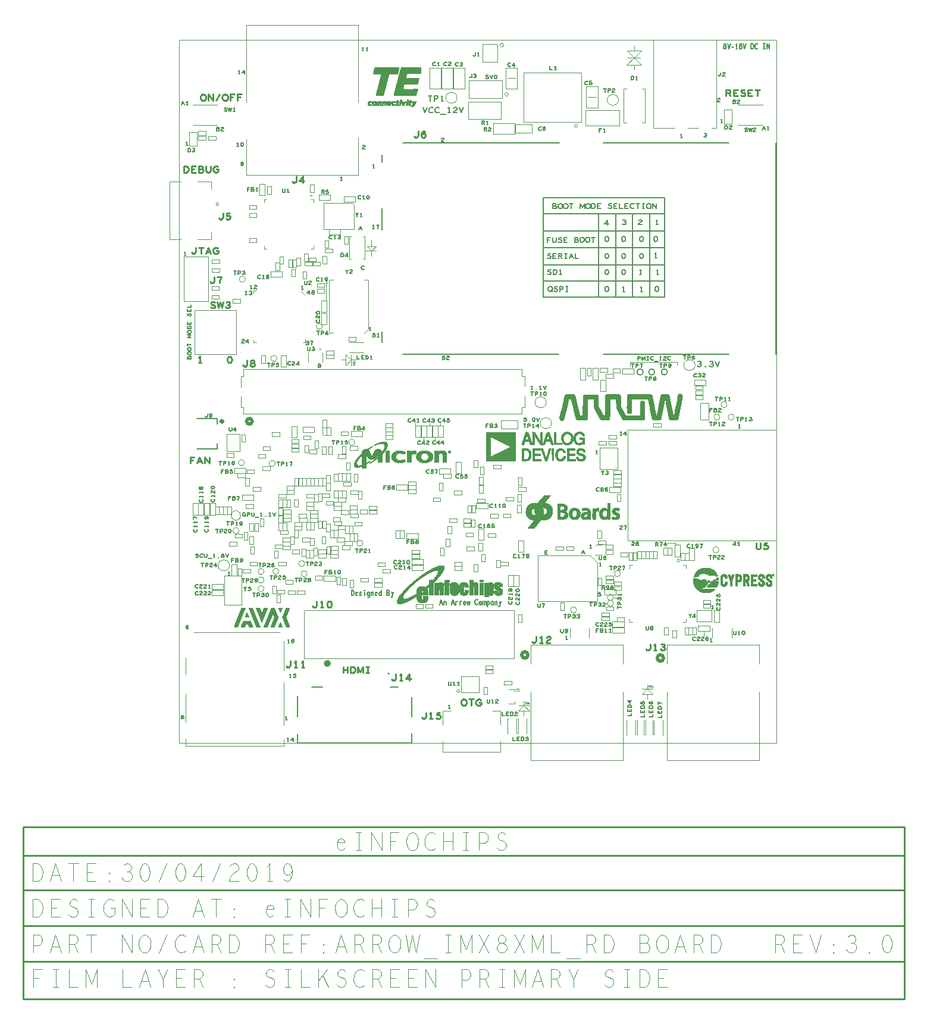
<source format=gbr>
G04 ================== begin FILE IDENTIFICATION RECORD ==================*
G04 Layout Name:  D:/ml/database/eI_Arrow_IMX8XML_RD_LAYOUT1.brd*
G04 Film Name:    slt.gbr*
G04 File Format:  Gerber RS274X*
G04 File Origin:  Cadence Allegro 17.2-S053*
G04 Origin Date:  Tue Jul 23 18:18:46 2019*
G04 *
G04 Layer:  DRAWING FORMAT/SLT*
G04 Layer:  DRAWING FORMAT/FILM_LABEL_OUTLINE*
G04 Layer:  REF DES/SILKSCREEN_TOP*
G04 Layer:  PACKAGE GEOMETRY/SILKSCREEN_TOP*
G04 Layer:  BOARD GEOMETRY/SILKSCREEN_TOP*
G04 Layer:  BOARD GEOMETRY/OUTLINE*
G04 *
G04 Offset:    (0.00 0.00)*
G04 Mirror:    No*
G04 Mode:      Positive*
G04 Rotation:  0*
G04 FullContactRelief:  No*
G04 UndefLineWidth:     4.00*
G04 ================== end FILE IDENTIFICATION RECORD ====================*
%FSLAX25Y25*MOIN*%
%IR0*IPPOS*OFA0.00000B0.00000*MIA0B0*SFA1.00000B1.00000*%
%ADD10C,.01*%
%ADD11C,.02*%
%ADD12C,.001*%
%ADD13C,.003*%
%ADD14C,.004*%
%ADD15C,.005*%
%ADD16C,.006*%
%ADD17C,.00435*%
%ADD18C,.00787*%
G75*
%LPD*%
G75*
G54D10*
G01X-118821Y-106640D02*
Y-202840D01*
G01D02*
X356679D01*
G01X-118821Y-181840D02*
X374979D01*
G01X-118821Y-161840D02*
X374979D01*
G01X-118821Y-141840D02*
X374979D01*
G01X355879Y-202840D02*
X374979D01*
Y-106640D01*
X355579D01*
G01X-17950Y300033D02*
X-18417Y300091D01*
X-18825Y300325D01*
X-19175Y300675D01*
X-19408Y301083D01*
X-19525Y301550D01*
Y302016D01*
X-19408Y302483D01*
X-19175Y302891D01*
X-18825Y303241D01*
X-18417Y303475D01*
X-17950Y303533D01*
X-17483Y303475D01*
X-17075Y303241D01*
X-16725Y302891D01*
X-16492Y302483D01*
X-16375Y302016D01*
Y301550D01*
X-16492Y301083D01*
X-16725Y300675D01*
X-17075Y300325D01*
X-17483Y300091D01*
X-17950Y300033D01*
G01X-15192D02*
Y303533D01*
X-12508Y300033D01*
Y303533D01*
G01X-10800Y299916D02*
X-8700Y303533D01*
G01X-5650Y300033D02*
X-6117Y300091D01*
X-6525Y300325D01*
X-6875Y300675D01*
X-7108Y301083D01*
X-7225Y301550D01*
Y302016D01*
X-7108Y302483D01*
X-6875Y302891D01*
X-6525Y303241D01*
X-6117Y303475D01*
X-5650Y303533D01*
X-5183Y303475D01*
X-4775Y303241D01*
X-4425Y302891D01*
X-4192Y302483D01*
X-4075Y302016D01*
Y301550D01*
X-4192Y301083D01*
X-4425Y300675D01*
X-4775Y300325D01*
X-5183Y300091D01*
X-5650Y300033D01*
G01X-2658D02*
Y303533D01*
X-442D01*
G01X-1258Y301841D02*
X-2658D01*
G01X1442Y300033D02*
Y303533D01*
X3658D01*
G01X2842Y301841D02*
X1442D01*
G01X275083Y302633D02*
Y306133D01*
X276542D01*
X277008Y305958D01*
X277300Y305725D01*
X277417Y305258D01*
X277300Y304791D01*
X276950Y304500D01*
X276542Y304325D01*
X275083D01*
G01X276542D02*
X277417Y302633D01*
G01X281517D02*
X279183D01*
Y306133D01*
X281517D01*
G01X280583Y304441D02*
X279183D01*
G01X283225Y303100D02*
X283692Y302808D01*
X284217Y302633D01*
X284683D01*
X285150Y302808D01*
X285500Y303100D01*
X285675Y303508D01*
X285558Y303916D01*
X285267Y304266D01*
X284742Y304500D01*
X284042Y304616D01*
X283633Y304850D01*
X283458Y305258D01*
X283575Y305666D01*
X283867Y305958D01*
X284275Y306133D01*
X284683D01*
X285092Y306016D01*
X285442Y305725D01*
G01X289717Y302633D02*
X287383D01*
Y306133D01*
X289717D01*
G01X288783Y304441D02*
X287383D01*
G01X292650Y306133D02*
Y302633D01*
G01X291308Y306133D02*
X293992D01*
G01X-28633Y259833D02*
Y263333D01*
X-27467D01*
X-27000Y263158D01*
X-26650Y262925D01*
X-26358Y262575D01*
X-26125Y262166D01*
X-26067Y261583D01*
X-26125Y261000D01*
X-26358Y260591D01*
X-26650Y260241D01*
X-27000Y260008D01*
X-27467Y259833D01*
X-28633D01*
G01X-22083D02*
X-24417D01*
Y263333D01*
X-22083D01*
G01X-23017Y261641D02*
X-24417D01*
G01X-18683Y261700D02*
X-18450Y261875D01*
X-18275Y262166D01*
X-18158Y262575D01*
X-18275Y262925D01*
X-18508Y263158D01*
X-18917Y263333D01*
X-20492D01*
Y259833D01*
X-18567D01*
X-18158Y260066D01*
X-17925Y260416D01*
X-17808Y260825D01*
X-17925Y261233D01*
X-18275Y261583D01*
X-18683Y261700D01*
X-20492D01*
G01X-16333Y263333D02*
Y260825D01*
X-16100Y260300D01*
X-15633Y259950D01*
X-15050Y259833D01*
X-14467Y259950D01*
X-14000Y260300D01*
X-13767Y260825D01*
Y263333D01*
G01X-10600Y261583D02*
X-9433D01*
Y260533D01*
X-9783Y260183D01*
X-10192Y259950D01*
X-10775Y259833D01*
X-11358Y259950D01*
X-11767Y260183D01*
X-12117Y260533D01*
X-12350Y260941D01*
X-12467Y261408D01*
Y261816D01*
X-12350Y262166D01*
X-12117Y262575D01*
X-11767Y262925D01*
X-11417Y263158D01*
X-10950Y263333D01*
X-10542D01*
X-10075Y263216D01*
X-9725Y262983D01*
G01X128100Y-38650D02*
X127633Y-38592D01*
X127225Y-38358D01*
X126875Y-38008D01*
X126642Y-37600D01*
X126525Y-37133D01*
Y-36667D01*
X126642Y-36200D01*
X126875Y-35792D01*
X127225Y-35442D01*
X127633Y-35208D01*
X128100Y-35150D01*
X128567Y-35208D01*
X128975Y-35442D01*
X129325Y-35792D01*
X129558Y-36200D01*
X129675Y-36667D01*
Y-37133D01*
X129558Y-37600D01*
X129325Y-38008D01*
X128975Y-38358D01*
X128567Y-38592D01*
X128100Y-38650D01*
G01X132200Y-35150D02*
Y-38650D01*
G01X130858Y-35150D02*
X133542D01*
G01X136650Y-36900D02*
X137817D01*
Y-37950D01*
X137467Y-38300D01*
X137058Y-38533D01*
X136475Y-38650D01*
X135892Y-38533D01*
X135483Y-38300D01*
X135133Y-37950D01*
X134900Y-37542D01*
X134783Y-37075D01*
Y-36667D01*
X134900Y-36317D01*
X135133Y-35908D01*
X135483Y-35558D01*
X135833Y-35325D01*
X136300Y-35150D01*
X136708D01*
X137175Y-35267D01*
X137525Y-35500D01*
G01X-24417Y214950D02*
X-24125Y214600D01*
X-23775Y214367D01*
X-23367Y214250D01*
X-22900Y214367D01*
X-22550Y214600D01*
X-22200Y214950D01*
X-22083Y215417D01*
Y217750D01*
G01X-19150D02*
Y214250D01*
G01X-20492Y217750D02*
X-17808D01*
G01X-16508Y214250D02*
X-15050Y217750D01*
X-13592Y214250D01*
G01X-14117Y215475D02*
X-15983D01*
G01X-10600Y216000D02*
X-9433D01*
Y214950D01*
X-9783Y214600D01*
X-10192Y214367D01*
X-10775Y214250D01*
X-11358Y214367D01*
X-11767Y214600D01*
X-12117Y214950D01*
X-12350Y215358D01*
X-12467Y215825D01*
Y216233D01*
X-12350Y216583D01*
X-12117Y216992D01*
X-11767Y217342D01*
X-11417Y217575D01*
X-10950Y217750D01*
X-10542D01*
X-10075Y217633D01*
X-9725Y217400D01*
G01X60625Y-20450D02*
Y-16950D01*
G01X63075D02*
Y-20450D01*
G01Y-18700D02*
X60625D01*
G01X64667Y-20450D02*
Y-16950D01*
X65833D01*
X66300Y-17125D01*
X66650Y-17358D01*
X66942Y-17708D01*
X67175Y-18117D01*
X67233Y-18700D01*
X67175Y-19283D01*
X66942Y-19692D01*
X66650Y-20042D01*
X66300Y-20275D01*
X65833Y-20450D01*
X64667D01*
G01X68533D02*
Y-16950D01*
X70050Y-19867D01*
X71567Y-16950D01*
Y-20450D01*
G01X73450Y-16950D02*
X74850D01*
G01X74150D02*
Y-20450D01*
G01X73450D02*
X74850D01*
G01X-25108Y96850D02*
Y100350D01*
X-22892D01*
G01X-23708Y98658D02*
X-25108D01*
G01X-21358Y96850D02*
X-19900Y100350D01*
X-18442Y96850D01*
G01X-18967Y98075D02*
X-20833D01*
G01X-17142Y96850D02*
Y100350D01*
X-14458Y96850D01*
Y100350D01*
G01X-3100Y156750D02*
X-3567Y156633D01*
X-3917Y156342D01*
X-4150Y155992D01*
X-4325Y155525D01*
X-4383Y155000D01*
X-4325Y154475D01*
X-4150Y154008D01*
X-3917Y153658D01*
X-3567Y153367D01*
X-3100Y153250D01*
X-2633Y153367D01*
X-2283Y153658D01*
X-2050Y154008D01*
X-1875Y154475D01*
X-1817Y155000D01*
X-1875Y155525D01*
X-2050Y155992D01*
X-2283Y156342D01*
X-2633Y156633D01*
X-3100Y156750D01*
G01X-118821Y-122640D02*
X374979D01*
G01X-118821Y-106640D02*
X356679D01*
G01X-13987Y198570D02*
X-13695Y198220D01*
X-13345Y197987D01*
X-12937Y197870D01*
X-12470Y197987D01*
X-12120Y198220D01*
X-11770Y198570D01*
X-11653Y199037D01*
Y201370D01*
G01X-8837Y197870D02*
X-8720Y198628D01*
X-8545Y199270D01*
X-8312Y199853D01*
X-8020Y200495D01*
X-7553Y201370D01*
X-9887D01*
G01X100183Y280060D02*
X100475Y279710D01*
X100825Y279477D01*
X101233Y279360D01*
X101700Y279477D01*
X102050Y279710D01*
X102400Y280060D01*
X102517Y280527D01*
Y282860D01*
G01X104342Y280818D02*
X104750Y281227D01*
X105100Y281460D01*
X105567Y281577D01*
X105975Y281460D01*
X106267Y281227D01*
X106500Y280877D01*
X106558Y280468D01*
X106500Y280118D01*
X106267Y279768D01*
X105917Y279477D01*
X105508Y279360D01*
X105042Y279477D01*
X104633Y279827D01*
X104400Y280352D01*
X104342Y280935D01*
X104458Y281693D01*
X104633Y282102D01*
X104925Y282510D01*
X105333Y282802D01*
X105742Y282860D01*
X106150Y282743D01*
X106442Y282452D01*
G01X166213Y-2840D02*
X166505Y-3190D01*
X166855Y-3423D01*
X167263Y-3540D01*
X167730Y-3423D01*
X168080Y-3190D01*
X168430Y-2840D01*
X168547Y-2373D01*
Y-40D01*
G01X171480Y-3540D02*
Y-40D01*
X170780Y-740D01*
G01Y-3540D02*
X172180D01*
G01X174472Y-623D02*
X174822Y-273D01*
X175230Y-98D01*
X175697Y-40D01*
X176280Y-157D01*
X176688Y-448D01*
X176805Y-798D01*
X176747Y-1148D01*
X176513Y-1440D01*
X175347Y-2023D01*
X174822Y-2432D01*
X174472Y-3015D01*
X174355Y-3540D01*
X176805D01*
G01X230163Y-6980D02*
X230455Y-7330D01*
X230805Y-7563D01*
X231213Y-7680D01*
X231680Y-7563D01*
X232030Y-7330D01*
X232380Y-6980D01*
X232497Y-6513D01*
Y-4180D01*
G01X235430Y-7680D02*
Y-4180D01*
X234730Y-4880D01*
G01Y-7680D02*
X236130D01*
G01X238247Y-6980D02*
X238597Y-7388D01*
X239063Y-7622D01*
X239588Y-7680D01*
X240055Y-7622D01*
X240522Y-7330D01*
X240813Y-6980D01*
X240872Y-6630D01*
X240755Y-6222D01*
X240347Y-5930D01*
X239938Y-5813D01*
X239413D01*
G01X239938D02*
X240288Y-5638D01*
X240580Y-5347D01*
X240697Y-4997D01*
X240580Y-4647D01*
X240288Y-4355D01*
X239763Y-4180D01*
X239238Y-4238D01*
X238713Y-4472D01*
G01X32003Y254820D02*
X32295Y254470D01*
X32645Y254237D01*
X33053Y254120D01*
X33520Y254237D01*
X33870Y254470D01*
X34220Y254820D01*
X34337Y255287D01*
Y257620D01*
G01X37970Y254120D02*
Y257620D01*
X35812Y255112D01*
X38728D01*
G01X-13625Y184317D02*
X-13158Y184025D01*
X-12633Y183850D01*
X-12167D01*
X-11700Y184025D01*
X-11350Y184317D01*
X-11175Y184725D01*
X-11292Y185133D01*
X-11583Y185483D01*
X-12108Y185717D01*
X-12808Y185833D01*
X-13217Y186067D01*
X-13392Y186475D01*
X-13275Y186883D01*
X-12983Y187175D01*
X-12575Y187350D01*
X-12167D01*
X-11758Y187233D01*
X-11408Y186942D01*
G01X-10050Y187350D02*
X-9233Y183850D01*
X-8300Y187350D01*
X-7367Y183850D01*
X-6550Y187350D01*
G01X-5483Y184550D02*
X-5133Y184142D01*
X-4667Y183908D01*
X-4142Y183850D01*
X-3675Y183908D01*
X-3208Y184200D01*
X-2917Y184550D01*
X-2858Y184900D01*
X-2975Y185308D01*
X-3383Y185600D01*
X-3792Y185717D01*
X-4317D01*
G01X-3792D02*
X-3442Y185892D01*
X-3150Y186183D01*
X-3033Y186533D01*
X-3150Y186883D01*
X-3442Y187175D01*
X-3967Y187350D01*
X-4492Y187292D01*
X-5017Y187058D01*
G01X-19600Y153350D02*
Y156850D01*
X-20300Y156150D01*
G01Y153350D02*
X-18900D01*
G01X291877Y52450D02*
Y49942D01*
X292110Y49417D01*
X292577Y49067D01*
X293160Y48950D01*
X293743Y49067D01*
X294210Y49417D01*
X294443Y49942D01*
Y52450D01*
G01X295977Y49475D02*
X296327Y49183D01*
X296735Y49008D01*
X297260Y48950D01*
X297785Y49067D01*
X298193Y49300D01*
X298485Y49708D01*
X298543Y50175D01*
X298427Y50642D01*
X298135Y50933D01*
X297727Y51167D01*
X297318Y51225D01*
X296910Y51167D01*
X296385Y50933D01*
X296560Y52450D01*
X298135D01*
G01X4453Y151860D02*
X4745Y151510D01*
X5095Y151277D01*
X5503Y151160D01*
X5970Y151277D01*
X6320Y151510D01*
X6670Y151860D01*
X6787Y152327D01*
Y154660D01*
G01X9720Y151160D02*
X10128Y151218D01*
X10595Y151393D01*
X10887Y151685D01*
X11003Y152093D01*
X10887Y152502D01*
X10537Y152852D01*
X10012Y153027D01*
X9428D01*
X9078Y153143D01*
X8787Y153435D01*
X8670Y153843D01*
X8845Y154252D01*
X9253Y154543D01*
X9720Y154660D01*
X10187Y154543D01*
X10595Y154252D01*
X10770Y153843D01*
X10653Y153435D01*
X10362Y153143D01*
X10012Y153027D01*
X9428D01*
X8903Y152852D01*
X8553Y152502D01*
X8437Y152093D01*
X8553Y151685D01*
X8845Y151393D01*
X9312Y151218D01*
X9720Y151160D01*
G01X28583Y-16600D02*
X28875Y-16950D01*
X29225Y-17183D01*
X29633Y-17300D01*
X30100Y-17183D01*
X30450Y-16950D01*
X30800Y-16600D01*
X30917Y-16133D01*
Y-13800D01*
G01X33850Y-17300D02*
Y-13800D01*
X33150Y-14500D01*
G01Y-17300D02*
X34550D01*
G01X37950D02*
Y-13800D01*
X37250Y-14500D01*
G01Y-17300D02*
X38650D01*
G01X104523Y-45370D02*
X104815Y-45720D01*
X105165Y-45953D01*
X105573Y-46070D01*
X106040Y-45953D01*
X106390Y-45720D01*
X106740Y-45370D01*
X106857Y-44903D01*
Y-42570D01*
G01X109790Y-46070D02*
Y-42570D01*
X109090Y-43270D01*
G01Y-46070D02*
X110490D01*
G01X112607Y-45545D02*
X112957Y-45837D01*
X113365Y-46012D01*
X113890Y-46070D01*
X114415Y-45953D01*
X114823Y-45720D01*
X115115Y-45312D01*
X115173Y-44845D01*
X115057Y-44378D01*
X114765Y-44087D01*
X114357Y-43853D01*
X113948Y-43795D01*
X113540Y-43853D01*
X113015Y-44087D01*
X113190Y-42570D01*
X114765D01*
G01X-9167Y234190D02*
X-8875Y233840D01*
X-8525Y233607D01*
X-8117Y233490D01*
X-7650Y233607D01*
X-7300Y233840D01*
X-6950Y234190D01*
X-6833Y234657D01*
Y236990D01*
G01X-5183Y234015D02*
X-4833Y233723D01*
X-4425Y233548D01*
X-3900Y233490D01*
X-3375Y233607D01*
X-2967Y233840D01*
X-2675Y234248D01*
X-2617Y234715D01*
X-2733Y235182D01*
X-3025Y235473D01*
X-3433Y235707D01*
X-3842Y235765D01*
X-4250Y235707D01*
X-4775Y235473D01*
X-4600Y236990D01*
X-3025D01*
G01X43463Y16950D02*
X43755Y16600D01*
X44105Y16367D01*
X44513Y16250D01*
X44980Y16367D01*
X45330Y16600D01*
X45680Y16950D01*
X45797Y17417D01*
Y19750D01*
G01X48730Y16250D02*
Y19750D01*
X48030Y19050D01*
G01Y16250D02*
X49430D01*
G01X52830Y19750D02*
X52363Y19633D01*
X52013Y19342D01*
X51780Y18992D01*
X51605Y18525D01*
X51547Y18000D01*
X51605Y17475D01*
X51780Y17008D01*
X52013Y16658D01*
X52363Y16367D01*
X52830Y16250D01*
X53297Y16367D01*
X53647Y16658D01*
X53880Y17008D01*
X54055Y17475D01*
X54113Y18000D01*
X54055Y18525D01*
X53880Y18992D01*
X53647Y19342D01*
X53297Y19633D01*
X52830Y19750D01*
G01X87733Y-23900D02*
X88025Y-24250D01*
X88375Y-24483D01*
X88783Y-24600D01*
X89250Y-24483D01*
X89600Y-24250D01*
X89950Y-23900D01*
X90067Y-23433D01*
Y-21100D01*
G01X93000Y-24600D02*
Y-21100D01*
X92300Y-21800D01*
G01Y-24600D02*
X93700D01*
G01X97800D02*
Y-21100D01*
X95642Y-23608D01*
X98558D01*
G54D11*
G01X-6846Y120440D02*
G03I-544J0D01*
G01X164104Y-10380D02*
G03I-1784J0D01*
G01X240049Y-12110D02*
G03I-1789J0D01*
G01X9585Y120440D02*
G03I-1575J0D01*
G01X52645Y-15150D02*
G03I-984J0D01*
G54D12*
G01X13869Y10626D02*
X15893D01*
G01X13873Y10596D02*
X15879D01*
G01X13873Y10566D02*
X15863D01*
G01X13873Y10534D02*
X15813D01*
G01X13885Y10504D02*
X15799D01*
G01X13917Y10474D02*
X15787D01*
G01X13943Y10444D02*
X15787D01*
G01X13943Y10412D02*
X15787D01*
G01X13943Y10382D02*
X15787D01*
G01X13943Y10352D02*
X15763D01*
G01X13963Y10322D02*
X15733D01*
G01X13993Y10290D02*
X15715D01*
G01X14017Y10260D02*
X15715D01*
G01X14021Y10230D02*
X15715D01*
G01X14027Y10200D02*
X15715D01*
G01X14031Y10168D02*
X15687D01*
G01X14037Y10138D02*
X15657D01*
G01X14041Y10108D02*
X15645D01*
G01X14047Y10078D02*
X15645D01*
G01X14061Y10046D02*
X15645D01*
G01X14091Y10016D02*
X15641D01*
G01X14121Y9986D02*
X15609D01*
G01X14121Y9954D02*
X15579D01*
G01X14121Y9924D02*
X15573D01*
G01X14167Y9894D02*
X15573D01*
G01X14183Y9864D02*
X15573D01*
G01X14193Y9832D02*
X15567D01*
G01X14199Y9802D02*
X15543D01*
G01X14205Y9772D02*
X15521D01*
G01X14209Y9742D02*
X15497D01*
G01X14215Y9710D02*
X15475D01*
G01X14219Y9680D02*
X15465D01*
G01X14225Y9650D02*
X15459D01*
G01X13873Y10516D02*
Y10624D01*
G01X13943Y10446D02*
X13873Y10516D01*
G01X13943Y10340D02*
Y10446D01*
G01X14015Y10268D02*
X13943Y10340D01*
G01X14051Y10056D02*
X14015Y10268D01*
G01X14121Y9986D02*
X14051Y10056D01*
G01X14121Y9914D02*
Y9986D01*
G01X14157Y9914D02*
X14121D01*
G01X14193Y9844D02*
X14157Y9914D01*
G01X14227Y9630D02*
X14193Y9844D01*
G01X14333Y9490D02*
X14227Y9630D01*
G01Y14486D02*
X14299Y14414D01*
G01X14227Y14592D02*
Y14486D01*
G01X14157Y14662D02*
X14227Y14592D01*
G01X14157Y14768D02*
Y14662D01*
G01X14085Y14840D02*
X14157Y14768D01*
G01X14085Y14946D02*
Y14840D01*
G01X14015Y15016D02*
X14085Y14946D01*
G01X14015Y15124D02*
Y15016D01*
G01X13943Y15194D02*
X14015Y15124D01*
G01X13943Y15300D02*
Y15194D01*
G01X13873Y15372D02*
X13943Y15300D01*
G01X13873Y15478D02*
Y15372D01*
G01X20287Y16150D02*
X21811D01*
G01X20281Y16120D02*
X21819D01*
G01X20275Y16090D02*
X21827D01*
G01X20269Y16058D02*
X21837D01*
G01X20263Y16028D02*
X21845D01*
G01X20255Y15998D02*
X21853D01*
G01X20245Y15968D02*
X21863D01*
G01X20215Y15936D02*
X21871D01*
G01X20183Y15906D02*
X21881D01*
G01X20175Y15876D02*
X21901D01*
G01X20171Y15846D02*
X21925D01*
G01X20165Y15814D02*
X21947D01*
G01X20161Y15784D02*
X21969D01*
G01X20155Y15754D02*
X21989D01*
G01X20151Y15724D02*
X21993D01*
G01X20145Y15692D02*
X21999D01*
G01X20123Y15662D02*
X22003D01*
G01X20101Y15632D02*
X22009D01*
G01X20079Y15600D02*
X22013D01*
G01X20055Y15570D02*
X22019D01*
G01X20039Y15540D02*
X22027D01*
G01X20039Y15510D02*
X22043D01*
G01X20039Y15478D02*
X22057D01*
G01X20039Y15448D02*
X22109D01*
G01X20015Y15418D02*
X22123D01*
G01X19983Y15388D02*
X22129D01*
G01X19967Y15356D02*
X22129D01*
G01X19967Y15326D02*
X22129D01*
G01X19967Y15296D02*
X22133D01*
G01X19967Y15266D02*
X22163D01*
G01X19937Y15234D02*
X22195D01*
G01X19907Y15204D02*
X22199D01*
G01X19897Y15174D02*
X22199D01*
G01X19897Y15144D02*
X22199D01*
G01X19897Y15112D02*
X22211D01*
G01X19891Y15082D02*
X22241D01*
G01X19861Y15052D02*
X22271D01*
G01X19831Y15022D02*
X22271D01*
G01X19827Y14990D02*
X22271D01*
G01X19827Y14960D02*
X22271D01*
G01X19827Y14930D02*
X22287D01*
G01X19821Y14898D02*
X22317D01*
G01X19805Y14868D02*
X22341D01*
G01X19755Y14838D02*
X22341D01*
G01X19739Y14808D02*
X22341D01*
G01X19723Y14778D02*
X22341D01*
G01X19719Y14746D02*
X22365D01*
G01X19719Y14716D02*
X22395D01*
G01X19719Y14686D02*
X22413D01*
G01X19713Y14656D02*
X22413D01*
G01X19681Y14624D02*
X22413D01*
G01X19651Y14594D02*
X22413D01*
G01X19649Y14564D02*
X22433D01*
G01X19649Y14532D02*
X22457D01*
G01X19649Y14502D02*
X22479D01*
G01X19635Y14472D02*
X22503D01*
G01X19605Y14442D02*
X22521D01*
G01X19577Y14410D02*
X22525D01*
G01X19577Y14380D02*
X22531D01*
G01X19577Y14350D02*
X22535D01*
G01X19577Y14320D02*
X22541D01*
G01X19559Y14288D02*
X22545D01*
G01X19529Y14258D02*
X22551D01*
G01X19507Y14228D02*
X22559D01*
G01X19507Y14198D02*
X22575D01*
G01X19507Y14166D02*
X22589D01*
G01X19507Y14136D02*
X22641D01*
G01X19481Y14106D02*
X22655D01*
G01X19451Y14076D02*
X22661D01*
G01X19437Y14044D02*
X22661D01*
G01X19437Y14014D02*
X22661D01*
G01X19437Y13984D02*
X22667D01*
G01X19435Y13954D02*
X22697D01*
G01X19405Y13922D02*
X22727D01*
G01X19375Y13892D02*
X22731D01*
G01X19365Y13862D02*
X22731D01*
G01X19365Y13830D02*
X22731D01*
G01X19365Y13800D02*
X22743D01*
G01X19359Y13770D02*
X22773D01*
G01X19329Y13740D02*
X22803D01*
G01X19297Y13708D02*
X22803D01*
G01X19295Y13678D02*
X22803D01*
G01X19295Y13648D02*
X22803D01*
G01X19295Y13618D02*
X22821D01*
G01X19289Y13586D02*
X22851D01*
G01X19273Y13556D02*
X22873D01*
G01X19223Y13526D02*
X22873D01*
G01X19207Y13496D02*
X22873D01*
G01X19191Y13464D02*
X22873D01*
G01X19189Y13434D02*
X22891D01*
G01X19189Y13404D02*
X22913D01*
G01X19189Y13374D02*
X22937D01*
G01X19189Y13342D02*
X22959D01*
G01X19185Y13312D02*
X22981D01*
G01X19163Y13282D02*
X22985D01*
G01X19139Y13252D02*
X22991D01*
G01X19117Y13220D02*
X22995D01*
G01X19093Y13190D02*
X23001D01*
G01X19081Y13160D02*
X23005D01*
G01X19081Y13128D02*
X23011D01*
G01X21103Y13098D02*
X23019D01*
G01X19081D02*
X21097D01*
G01X21107Y13068D02*
X23041D01*
G01X19081D02*
X21067D01*
G01X21113Y13038D02*
X23065D01*
G01X19051D02*
X21035D01*
G01X21117Y13006D02*
X23087D01*
G01X19021D02*
X21005D01*
G01X21123Y12976D02*
X23111D01*
G01X19011D02*
X20975D01*
G01X21127Y12946D02*
X23123D01*
G01X19011D02*
X20959D01*
G01X21133Y12916D02*
X23129D01*
G01X19011D02*
X20959D01*
G01X21143Y12884D02*
X23135D01*
G01X19007D02*
X20959D01*
G01X21173Y12854D02*
X23139D01*
G01X18993D02*
X20959D01*
G01X21203Y12824D02*
X23145D01*
G01X18977D02*
X20929D01*
G01X21207Y12794D02*
X23149D01*
G01X18927D02*
X20897D01*
G01X21207Y12762D02*
X23155D01*
G01X18911D02*
X20889D01*
G01X21207Y12732D02*
X23169D01*
G01X18901D02*
X20889D01*
G01X21219Y12702D02*
X23193D01*
G01X18897D02*
X20889D01*
G01X21251Y12672D02*
X23215D01*
G01X18891D02*
X20883D01*
G01X21279Y12640D02*
X23237D01*
G01X18887D02*
X20851D01*
G01X21279Y12610D02*
X23261D01*
G01X18881D02*
X20821D01*
G01X21279Y12580D02*
X23267D01*
G01X18877D02*
X20819D01*
G01X21279Y12550D02*
X23273D01*
G01X18871D02*
X20819D01*
G01X21297Y12518D02*
X23277D01*
G01X18855D02*
X20819D01*
G01X21327Y12488D02*
X23283D01*
G01X18833D02*
X20805D01*
G01X21349Y12458D02*
X23289D01*
G01X18811D02*
X20775D01*
G01X21349Y12426D02*
X23293D01*
G01X18787D02*
X20747D01*
G01X21349Y12396D02*
X23297D01*
G01X18765D02*
X20747D01*
G01X21349Y12366D02*
X23313D01*
G01X18763D02*
X20747D01*
G01X21373Y12336D02*
X23327D01*
G01X18763D02*
X20747D01*
G01X21405Y12304D02*
X23379D01*
G01X18763D02*
X20729D01*
G01X21421Y12274D02*
X23393D01*
G01X18749D02*
X20697D01*
G01X21421Y12244D02*
X23405D01*
G01X18719D02*
X20677D01*
G01X21421Y12214D02*
X23405D01*
G01X18693D02*
X20677D01*
G01X21421Y12184D02*
X23405D01*
G01X18693D02*
X20677D01*
G01X21451Y12152D02*
X23405D01*
G01X18693D02*
X20677D01*
G01X21481Y12122D02*
X23423D01*
G01X18693D02*
X20651D01*
G01X21491Y12092D02*
X23447D01*
G01X18673D02*
X20621D01*
G01X21491Y12060D02*
X23469D01*
G01X18641D02*
X20605D01*
G01X21491Y12030D02*
X23493D01*
G01X18621D02*
X20605D01*
G01X21497Y12000D02*
X23511D01*
G01X18621D02*
X20605D01*
G01X21527Y11970D02*
X23517D01*
G01X18621D02*
X20605D01*
G01X21557Y11938D02*
X23523D01*
G01X18621D02*
X20583D01*
G01X21563Y11908D02*
X23527D01*
G01X18595D02*
X20559D01*
G01X21563Y11878D02*
X23533D01*
G01X18565D02*
X20537D01*
G01X21563Y11848D02*
X23537D01*
G01X18551D02*
X20513D01*
G01X21573Y11816D02*
X23543D01*
G01X18551D02*
X20497D01*
G01X21603Y11786D02*
X23553D01*
G01X18551D02*
X20493D01*
G01X21633Y11756D02*
X23583D01*
G01X18549D02*
X20487D01*
G01X21633Y11726D02*
X23613D01*
G01X18535D02*
X20483D01*
G01X21633Y11694D02*
X23617D01*
G01X18519D02*
X20477D01*
G01X21633Y11664D02*
X23617D01*
G01X18469D02*
X20471D01*
G01X21651Y11634D02*
X23617D01*
G01X18453D02*
X20467D01*
G01X21681Y11604D02*
X23629D01*
G01X18443D02*
X20457D01*
G01X21705Y11572D02*
X23661D01*
G01X18443D02*
X20443D01*
G01X21705Y11542D02*
X23689D01*
G01X18443D02*
X20391D01*
G01X21705Y11512D02*
X23689D01*
G01X18443D02*
X20377D01*
G01X21705Y11482D02*
X23689D01*
G01X18417D02*
X20361D01*
G01X21727Y11450D02*
X23689D01*
G01X18385D02*
X20357D01*
G01X21757Y11420D02*
X23697D01*
G01X18371D02*
X20357D01*
G01X21775Y11390D02*
X23713D01*
G01X18365D02*
X20357D01*
G01X21775Y11358D02*
X23763D01*
G01X18359D02*
X20349D01*
G01X21775Y11328D02*
X23779D01*
G01X18355D02*
X20319D01*
G01X21775Y11298D02*
X23793D01*
G01X18349D02*
X20289D01*
G01X21803Y11268D02*
X23795D01*
G01X18345D02*
X20287D01*
G01X21835Y11236D02*
X23795D01*
G01X18339D02*
X20287D01*
G01X21845Y11206D02*
X23795D01*
G01X18319D02*
X20287D01*
G01X21845Y11176D02*
X23809D01*
G01X18289D02*
X20273D01*
G01X21845Y11146D02*
X23839D01*
G01X18267D02*
X20241D01*
G01X21851Y11114D02*
X23865D01*
G01X18267D02*
X20215D01*
G01X21881Y11084D02*
X23865D01*
G01X18267D02*
X20215D01*
G01X21911Y11054D02*
X23865D01*
G01X18267D02*
X20215D01*
G01X21917Y11024D02*
X23865D01*
G01X18255D02*
X20215D01*
G01X21917Y10992D02*
X23885D01*
G01X18239D02*
X20195D01*
G01X21917Y10962D02*
X23915D01*
G01X18189D02*
X20165D01*
G01X21927Y10932D02*
X23939D01*
G01X18173D02*
X20145D01*
G01X21957Y10902D02*
X23949D01*
G01X18161D02*
X20145D01*
G01X21987Y10870D02*
X23961D01*
G01X18161D02*
X20145D01*
G01X21997Y10840D02*
X23971D01*
G01X18161D02*
X20145D01*
G01X22007Y10810D02*
X23971D01*
G01X18161D02*
X20119D01*
G01X22019Y10780D02*
X23971D01*
G01X18139D02*
X20089D01*
G01X22023Y10748D02*
X23971D01*
G01X18109D02*
X20073D01*
G01X22019Y10718D02*
X23971D01*
G01X18089D02*
X20073D01*
G01X22009Y10688D02*
X23937D01*
G01X18089D02*
X20073D01*
G01X21999Y10656D02*
X23937D01*
G01X18089D02*
X20073D01*
G01X21989Y10626D02*
X23937D01*
G01X18089D02*
X20043D01*
G01X21967Y10596D02*
X23937D01*
G01X18077D02*
X20011D01*
G01X21945Y10566D02*
X23929D01*
G01X18061D02*
X20003D01*
G01X21921Y10534D02*
X23919D01*
G01X18011D02*
X20003D01*
G01X21899Y10504D02*
X23909D01*
G01X17995D02*
X20003D01*
G01X21879Y10474D02*
X23897D01*
G01X17983D02*
X19995D01*
G01X21875Y10444D02*
X23881D01*
G01X17977D02*
X19965D01*
G01X21869Y10412D02*
X23867D01*
G01X17973D02*
X19935D01*
G01X21865Y10382D02*
X23815D01*
G01X17967D02*
X19927D01*
G01X21859Y10352D02*
X23801D01*
G01X17961D02*
X19923D01*
G01X21855Y10322D02*
X23795D01*
G01X17957D02*
X19917D01*
G01X21849Y10290D02*
X23795D01*
G01X17951D02*
X19913D01*
G01X21837Y10260D02*
X23795D01*
G01X17939D02*
X19907D01*
G01X21807Y10230D02*
X23791D01*
G01X17909D02*
X19903D01*
G01X21777Y10200D02*
X23761D01*
G01X17879D02*
X19897D01*
G01X21775Y10168D02*
X23729D01*
G01X17877D02*
X19883D01*
G01X21775Y10138D02*
X23723D01*
G01X17877D02*
X19867D01*
G01X21775Y10108D02*
X23723D01*
G01X17877D02*
X19827D01*
G01X21761Y10078D02*
X23723D01*
G01X17869D02*
X19827D01*
G01X21729Y10046D02*
X23715D01*
G01X17855D02*
X19817D01*
G01X21705Y10016D02*
X23683D01*
G01X17805D02*
X19785D01*
G01X21705Y9986D02*
X23653D01*
G01X17789D02*
X19755D01*
G01X21705Y9954D02*
X23653D01*
G01X17773D02*
X19751D01*
G01X21705Y9924D02*
X23653D01*
G01X17771D02*
X19745D01*
G01X21693Y9894D02*
X23653D01*
G01X17771D02*
X19739D01*
G01X21679Y9864D02*
X23637D01*
G01X17771D02*
X19735D01*
G01X21627Y9832D02*
X23607D01*
G01X17761D02*
X19729D01*
G01X21613Y9802D02*
X23581D01*
G01X17729D02*
X19725D01*
G01X21597Y9772D02*
X23581D01*
G01X17699D02*
X19719D01*
G01X21597Y9742D02*
X23581D01*
G01X17695D02*
X19689D01*
G01X21597Y9710D02*
X23581D01*
G01X17689D02*
X19657D01*
G01X21597Y9680D02*
X23561D01*
G01X17685D02*
X19649D01*
G01X21581Y9650D02*
X23529D01*
G01X17679D02*
X19649D01*
G01X21551Y9620D02*
X23511D01*
G01X17675D02*
X19649D01*
G01X21527Y9588D02*
X23511D01*
G01X17669D02*
X19645D01*
G01X21527Y9558D02*
X23511D01*
G01X17663D02*
X19631D01*
G01X21527Y9528D02*
X23511D01*
G01X17641D02*
X19615D01*
G01X21527Y9498D02*
X23483D01*
G01X17617D02*
X19565D01*
G01X21505Y9466D02*
X23453D01*
G01X17595D02*
X19549D01*
G01X21473Y9436D02*
X23441D01*
G01X17571D02*
X19543D01*
G01X21453Y9406D02*
X23441D01*
G01X17559D02*
X19543D01*
G01X21449Y9376D02*
X23441D01*
G01X17559D02*
X19543D01*
G01X21443Y9344D02*
X23437D01*
G01X17559D02*
X19539D01*
G01X21439Y9314D02*
X23407D01*
G01X17559D02*
X19509D01*
G01X21433Y9284D02*
X23377D01*
G01X17529D02*
X19479D01*
G01X21429Y9252D02*
X23369D01*
G01X17499D02*
X19471D01*
G01X21423Y9222D02*
X23369D01*
G01X17487D02*
X19471D01*
G01X21411Y9192D02*
X23369D01*
G01X17487D02*
X19471D01*
G01X21387Y9162D02*
X23361D01*
G01X17487D02*
X19463D01*
G01X21365Y9132D02*
X23331D01*
G01X17483D02*
X19433D01*
G01X21341Y9100D02*
X23299D01*
G01X17453D02*
X19401D01*
G01X21319Y9070D02*
X23299D01*
G01X17423D02*
X19401D01*
G01X21315Y9040D02*
X23299D01*
G01X17417D02*
X19401D01*
G01X21315Y9010D02*
X23299D01*
G01X17417D02*
X19401D01*
G01X21315Y8978D02*
X23283D01*
G01X17417D02*
X19385D01*
G01X21305Y8948D02*
X23253D01*
G01X17407D02*
X19355D01*
G01X21273Y8918D02*
X23227D01*
G01X17377D02*
X19329D01*
G01X21243Y8886D02*
X23227D01*
G01X17345D02*
X19329D01*
G01X21243Y8856D02*
X23227D01*
G01X17345D02*
X19329D01*
G01X21243Y8826D02*
X23227D01*
G01X17345D02*
X19329D01*
G01X21243Y8796D02*
X23207D01*
G01X17345D02*
X19309D01*
G01X21227Y8764D02*
X23177D01*
G01X17337D02*
X19279D01*
G01X21197Y8734D02*
X23157D01*
G01X17323D02*
X19259D01*
G01X21173Y8704D02*
X23157D01*
G01X17271D02*
X19259D01*
G01X21173Y8674D02*
X23157D01*
G01X17257D02*
X19259D01*
G01X21173Y8642D02*
X23157D01*
G01X17241D02*
X19259D01*
G01X21173Y8612D02*
X23129D01*
G01X17235D02*
X19233D01*
G01X21151Y8582D02*
X23099D01*
G01X17229D02*
X19201D01*
G01X21121Y8552D02*
X23085D01*
G01X17225D02*
X19189D01*
G01X21101Y8520D02*
X23085D01*
G01X17219D02*
X19189D01*
G01X21101Y8490D02*
X23085D01*
G01X17215D02*
X19189D01*
G01X21101Y8460D02*
X23083D01*
G01X17209D02*
X19187D01*
G01X21101Y8430D02*
X23053D01*
G01X17205D02*
X19155D01*
G01X21073Y8398D02*
X23023D01*
G01X17177D02*
X19125D01*
G01X21043Y8368D02*
X23015D01*
G01X17145D02*
X19117D01*
G01X21031Y8338D02*
X23015D01*
G01X17133D02*
X19117D01*
G01X21031Y8308D02*
X23015D01*
G01X17133D02*
X19117D01*
G01X21031Y8276D02*
X23007D01*
G01X17133D02*
X19109D01*
G01X21027Y8246D02*
X22977D01*
G01X17129D02*
X19079D01*
G01X20997Y8216D02*
X22945D01*
G01X17099D02*
X19049D01*
G01X20967Y8184D02*
X22943D01*
G01X17069D02*
X19047D01*
G01X20959Y8154D02*
X22943D01*
G01X17063D02*
X19047D01*
G01X20959Y8124D02*
X22943D01*
G01X17063D02*
X19047D01*
G01X20959Y8094D02*
X22931D01*
G01X17063D02*
X19033D01*
G01X20955Y8062D02*
X22899D01*
G01X17053D02*
X19001D01*
G01X20939Y8032D02*
X22873D01*
G01X17023D02*
X18975D01*
G01X20925Y8002D02*
X22873D01*
G01X16991D02*
X18975D01*
G01X20873Y7972D02*
X22873D01*
G01X16991D02*
X18975D01*
G01X20859Y7940D02*
X22873D01*
G01X16991D02*
X18975D01*
G01X20853Y7910D02*
X22859D01*
G01X16991D02*
X18961D01*
G01X20853Y7880D02*
X22835D01*
G01X16983D02*
X18937D01*
G01X20853Y7850D02*
X22813D01*
G01X16969D02*
X18915D01*
G01X20849Y7818D02*
X22789D01*
G01X16917D02*
X18891D01*
G01X20817Y7788D02*
X22767D01*
G01X16903D02*
X18869D01*
G01X20787Y7758D02*
X22767D01*
G01X16887D02*
X18865D01*
G01X20783Y7728D02*
X22767D01*
G01X16881D02*
X18859D01*
G01X20783Y7696D02*
X22767D01*
G01X16875D02*
X18855D01*
G01X20783Y7666D02*
X22767D01*
G01X16871D02*
X18849D01*
G01X20771Y7636D02*
X22761D01*
G01X16865D02*
X18843D01*
G01X20741Y7606D02*
X22745D01*
G01X16861D02*
X18839D01*
G01X20711Y7574D02*
X22695D01*
G01X16855D02*
X18833D01*
G01X20707Y7544D02*
X22681D01*
G01X16851D02*
X18809D01*
G01X20701Y7514D02*
X22665D01*
G01X16823D02*
X18787D01*
G01X20697Y7482D02*
X22661D01*
G01X16793D02*
X18765D01*
G01X20691Y7452D02*
X22661D01*
G01X16779D02*
X18741D01*
G01X20687Y7422D02*
X22661D01*
G01X16779D02*
X18725D01*
G01X20681Y7392D02*
X22653D01*
G01X16779D02*
X18721D01*
G01X20675Y7360D02*
X22623D01*
G01X16777D02*
X18715D01*
G01X20643Y7330D02*
X22593D01*
G01X16763D02*
X18711D01*
G01X20613Y7300D02*
X22589D01*
G01X16747D02*
X18705D01*
G01X20605Y7270D02*
X22589D01*
G01X16697D02*
X18701D01*
G01X20605Y7238D02*
X22589D01*
G01X16681D02*
X18695D01*
G01X20605Y7208D02*
X22577D01*
G01X16673D02*
X18685D01*
G01X20597Y7178D02*
X22547D01*
G01X16673D02*
X18671D01*
G01X20567Y7148D02*
X22519D01*
G01X16673D02*
X18619D01*
G01X20537Y7116D02*
X22519D01*
G01X16673D02*
X18605D01*
G01X20535Y7086D02*
X22519D01*
G01X16643D02*
X18589D01*
G01X20535Y7056D02*
X22519D01*
G01X16613D02*
X18585D01*
G01X20535Y7026D02*
X22499D01*
G01X16601D02*
X18585D01*
G01X20527Y6994D02*
X22469D01*
G01X16601D02*
X18585D01*
G01X20513Y6964D02*
X22449D01*
G01X16601D02*
X18577D01*
G01X20461Y6934D02*
X22449D01*
G01X16597D02*
X18545D01*
G01X20447Y6904D02*
X22449D01*
G01X16567D02*
X18515D01*
G01X20431Y6872D02*
X22449D01*
G01X16537D02*
X18515D01*
G01X20429Y6842D02*
X22423D01*
G01X16531D02*
X18515D01*
G01X20429Y6812D02*
X22393D01*
G01X16531D02*
X18515D01*
G01X20429Y6780D02*
X22377D01*
G01X16531D02*
X18499D01*
G01X20417Y6750D02*
X22377D01*
G01X16521D02*
X18469D01*
G01X20387Y6720D02*
X22377D01*
G01X16489D02*
X18443D01*
G01X20357Y6690D02*
X22377D01*
G01X16459D02*
X18443D01*
G01X20357Y6658D02*
X22353D01*
G01X16459D02*
X18443D01*
G01X20357Y6628D02*
X22331D01*
G01X16459D02*
X18443D01*
G01X20357Y6598D02*
X22307D01*
G01X16459D02*
X18423D01*
G01X20341Y6568D02*
X22285D01*
G01X16451D02*
X18393D01*
G01X20311Y6536D02*
X22269D01*
G01X16437D02*
X18373D01*
G01X20287Y6506D02*
X22263D01*
G01X16385D02*
X18373D01*
G01X20287Y6476D02*
X22259D01*
G01X16371D02*
X18373D01*
G01X20287Y6446D02*
X22253D01*
G01X16355D02*
X18373D01*
G01X20287Y6414D02*
X22249D01*
G01X16353D02*
X18347D01*
G01X20265Y6384D02*
X22243D01*
G01X16353D02*
X18315D01*
G01X20233Y6354D02*
X22239D01*
G01X16353D02*
X18303D01*
G01X20215Y6324D02*
X22229D01*
G01X16341D02*
X18303D01*
G01X20215Y6292D02*
X22215D01*
G01X16311D02*
X18303D01*
G01X20215Y6262D02*
X22163D01*
G01X16283D02*
X18301D01*
G01X20215Y6232D02*
X22149D01*
G01X16283D02*
X18285D01*
G01X20187Y6202D02*
X22133D01*
G01X16283D02*
X18271D01*
G01X20157Y6170D02*
X22129D01*
G01X16283D02*
X18219D01*
G01X20145Y6140D02*
X22129D01*
G01X16265D02*
X18205D01*
G01X20145Y6110D02*
X22129D01*
G01X16233D02*
X18197D01*
G01X20145Y6080D02*
X22121D01*
G01X16211D02*
X18197D01*
G01X20143Y6048D02*
X22091D01*
G01X16211D02*
X18197D01*
G01X20127Y6018D02*
X22059D01*
G01X16211D02*
X18197D01*
G01X20113Y5988D02*
X22059D01*
G01X16211D02*
X18167D01*
G01X20061Y5958D02*
X22059D01*
G01X16187D02*
X18137D01*
G01X20047Y5926D02*
X22059D01*
G01X16157D02*
X18123D01*
G01X20039Y5896D02*
X22043D01*
G01X16139D02*
X18117D01*
G01X20039Y5866D02*
X22013D01*
G01X16133D02*
X18111D01*
G01X20039Y5836D02*
X21987D01*
G01X16129D02*
X18107D01*
G01X20039Y5804D02*
X21987D01*
G01X16123D02*
X18101D01*
G01X20009Y5774D02*
X21987D01*
G01X16119D02*
X18097D01*
G01X19977Y5744D02*
X21987D01*
G01X16113D02*
X18091D01*
G01X19965Y5712D02*
X21967D01*
G01X16107D02*
X18069D01*
G01X19959Y5682D02*
X21937D01*
G01X16089D02*
X18039D01*
G01X19955Y5652D02*
X21917D01*
G01X16059D02*
X18019D01*
G01X19949Y5622D02*
X21917D01*
G01X16035D02*
X18019D01*
G01X19943Y5590D02*
X21917D01*
G01X16035D02*
X18019D01*
G01X19939Y5560D02*
X21917D01*
G01X16035D02*
X18019D01*
G01X19933Y5530D02*
X21875D01*
G01X16035D02*
X18009D01*
G01X19921Y5500D02*
X21869D01*
G01X16023D02*
X17997D01*
G01X19907Y5468D02*
X21863D01*
G01X16009D02*
X17985D01*
G01X19891Y5438D02*
X21857D01*
G01X15993D02*
X17971D01*
G01X19875Y5408D02*
X21851D01*
G01X15979D02*
X17959D01*
G01X20287Y16150D02*
X21811D01*
G01X20251Y15974D02*
X20287Y16150D01*
G01X20181Y15902D02*
X20251Y15974D01*
G01X20145Y15690D02*
X20181Y15902D01*
G01X20039Y15548D02*
X20145Y15690D01*
G01X20039Y15442D02*
Y15548D01*
G01X19967Y15372D02*
X20039Y15442D01*
G01X19967Y15264D02*
Y15372D01*
G01X19897Y15194D02*
X19967Y15264D01*
G01X19897Y15088D02*
Y15194D01*
G01X19827Y15016D02*
X19897Y15088D01*
G01X19827Y14910D02*
Y15016D01*
G01X19791Y14840D02*
X19827Y14910D01*
G01X19755Y14840D02*
X19791D01*
G01X19719Y14768D02*
X19755Y14840D01*
G01X19719Y14662D02*
Y14768D01*
G01X19649Y14592D02*
X19719Y14662D01*
G01X19649Y14486D02*
Y14592D01*
G01X19577Y14414D02*
X19649Y14486D01*
G01X19577Y14308D02*
Y14414D01*
G01X19507Y14238D02*
X19577Y14308D01*
G01X19507Y14130D02*
Y14238D01*
G01X19437Y14060D02*
X19507Y14130D01*
G01X19437Y13954D02*
Y14060D01*
G01X19365Y13882D02*
X19437Y13954D01*
G01X19365Y13776D02*
Y13882D01*
G01X19295Y13706D02*
X19365Y13776D01*
G01X19295Y13600D02*
Y13706D01*
G01X19259Y13528D02*
X19295Y13600D01*
G01X19223Y13528D02*
X19259D01*
G01X19189Y13458D02*
X19223Y13528D01*
G01X19189Y13316D02*
Y13458D01*
G01X19081Y13174D02*
X19189Y13316D01*
G01X19081Y13068D02*
Y13174D01*
G01X19011Y12996D02*
X19081Y13068D01*
G01X19011Y12890D02*
Y12996D01*
G01X18975Y12820D02*
X19011Y12890D01*
G01X18941Y12820D02*
X18975D01*
G01X18905Y12750D02*
X18941Y12820D01*
G01X18869Y12536D02*
X18905Y12750D01*
G01X18763Y12394D02*
X18869Y12536D01*
G01X18763Y12288D02*
Y12394D01*
G01X18693Y12218D02*
X18763Y12288D01*
G01X18693Y12112D02*
Y12218D01*
G01X18621Y12040D02*
X18693Y12112D01*
G01X18621Y11934D02*
Y12040D01*
G01X18551Y11864D02*
X18621Y11934D01*
G01X18551Y11758D02*
Y11864D01*
G01X18515Y11686D02*
X18551Y11758D01*
G01X18479Y11686D02*
X18515D01*
G01X18443Y11616D02*
X18479Y11686D01*
G01X18443Y11508D02*
Y11616D01*
G01X18373Y11438D02*
X18443Y11508D01*
G01X18337Y11226D02*
X18373Y11438D01*
G01X18267Y11154D02*
X18337Y11226D01*
G01X18267Y11048D02*
Y11154D01*
G01X18231Y10978D02*
X18267Y11048D01*
G01X18197Y10978D02*
X18231D01*
G01X18161Y10906D02*
X18197Y10978D01*
G01X18161Y10800D02*
Y10906D01*
G01X18089Y10730D02*
X18161Y10800D01*
G01X18089Y10624D02*
Y10730D01*
G01X18055Y10552D02*
X18089Y10624D01*
G01X18019Y10552D02*
X18055D01*
G01X17983Y10482D02*
X18019Y10552D01*
G01X17949Y10268D02*
X17983Y10482D01*
G01X17877Y10198D02*
X17949Y10268D01*
G01X17877Y10092D02*
Y10198D01*
G01X17841Y10020D02*
X17877Y10092D01*
G01X17807Y10020D02*
X17841D01*
G01X17771Y9950D02*
X17807Y10020D01*
G01X17771Y9844D02*
Y9950D01*
G01X17699Y9772D02*
X17771Y9844D01*
G01X17665Y9560D02*
X17699Y9772D01*
G01X17559Y9418D02*
X17665Y9560D01*
G01X17559Y9312D02*
Y9418D01*
G01X17487Y9242D02*
X17559Y9312D01*
G01X17487Y9134D02*
Y9242D01*
G01X17417Y9064D02*
X17487Y9134D01*
G01X17417Y8958D02*
Y9064D01*
G01X17345Y8886D02*
X17417Y8958D01*
G01X17345Y8780D02*
Y8886D01*
G01X17311Y8710D02*
X17345Y8780D01*
G01X17275Y8710D02*
X17311D01*
G01X17239Y8638D02*
X17275Y8710D01*
G01X17205Y8426D02*
X17239Y8638D01*
G01X17133Y8356D02*
X17205Y8426D01*
G01X17133Y8250D02*
Y8356D01*
G01X17063Y8178D02*
X17133Y8250D01*
G01X17063Y8072D02*
Y8178D01*
G01X16991Y8002D02*
X17063Y8072D01*
G01X16991Y7894D02*
Y8002D01*
G01X16955Y7824D02*
X16991Y7894D01*
G01X16921Y7824D02*
X16955D01*
G01X16885Y7752D02*
X16921Y7824D01*
G01X16849Y7540D02*
X16885Y7752D01*
G01X16779Y7470D02*
X16849Y7540D01*
G01X16779Y7364D02*
Y7470D01*
G01X16743Y7292D02*
X16779Y7364D01*
G01X16707Y7292D02*
X16743D01*
G01X16673Y7222D02*
X16707Y7292D01*
G01X16673Y7116D02*
Y7222D01*
G01X16601Y7044D02*
X16673Y7116D01*
G01X16601Y6938D02*
Y7044D01*
G01X16531Y6868D02*
X16601Y6938D01*
G01X16531Y6760D02*
Y6868D01*
G01X16459Y6690D02*
X16531Y6760D01*
G01X16459Y6584D02*
Y6690D01*
G01X16425Y6512D02*
X16459Y6584D01*
G01X16389Y6512D02*
X16425D01*
G01X16353Y6442D02*
X16389Y6512D01*
G01X16353Y6336D02*
Y6442D01*
G01X16283Y6264D02*
X16353Y6336D01*
G01X16283Y6158D02*
Y6264D01*
G01X16211Y6088D02*
X16283Y6158D01*
G01X16211Y5982D02*
Y6088D01*
G01X16141Y5910D02*
X16211Y5982D01*
G01X16105Y5698D02*
X16141Y5910D01*
G01X16035Y5628D02*
X16105Y5698D01*
G01X16035Y5520D02*
Y5628D01*
G01X15963Y5380D02*
X16035Y5520D01*
G01X17949Y5380D02*
X15963D01*
G01X18019Y5556D02*
X17949Y5380D01*
G01X18019Y5662D02*
Y5556D01*
G01X18089Y5734D02*
X18019Y5662D01*
G01X18125Y5946D02*
X18089Y5734D01*
G01X18197Y6016D02*
X18125Y5946D01*
G01X18197Y6124D02*
Y6016D01*
G01X18231Y6194D02*
X18197Y6124D01*
G01X18267Y6194D02*
X18231D01*
G01X18303Y6264D02*
X18267Y6194D01*
G01X18303Y6372D02*
Y6264D01*
G01X18373Y6442D02*
X18303Y6372D01*
G01X18373Y6548D02*
Y6442D01*
G01X18443Y6620D02*
X18373Y6548D01*
G01X18443Y6726D02*
Y6620D01*
G01X18515Y6796D02*
X18443Y6726D01*
G01X18515Y6902D02*
Y6796D01*
G01X18585Y6974D02*
X18515Y6902D01*
G01X18585Y7080D02*
Y6974D01*
G01X18621Y7150D02*
X18585Y7080D01*
G01X18657Y7150D02*
X18621D01*
G01X18693Y7222D02*
X18657Y7150D01*
G01X18727Y7434D02*
X18693Y7222D01*
G01X18833Y7576D02*
X18727Y7434D01*
G01X18869Y7788D02*
X18833Y7576D01*
G01X18975Y7930D02*
X18869Y7788D01*
G01X18975Y8036D02*
Y7930D01*
G01X19047Y8108D02*
X18975Y8036D01*
G01X19047Y8214D02*
Y8108D01*
G01X19117Y8284D02*
X19047Y8214D01*
G01X19117Y8390D02*
Y8284D01*
G01X19189Y8462D02*
X19117Y8390D01*
G01X19189Y8568D02*
Y8462D01*
G01X19259Y8638D02*
X19189Y8568D01*
G01X19259Y8746D02*
Y8638D01*
G01X19329Y8816D02*
X19259Y8746D01*
G01X19329Y8922D02*
Y8816D01*
G01X19401Y8994D02*
X19329Y8922D01*
G01X19401Y9100D02*
Y8994D01*
G01X19471Y9170D02*
X19401Y9100D01*
G01X19471Y9276D02*
Y9170D01*
G01X19543Y9348D02*
X19471Y9276D01*
G01X19543Y9454D02*
Y9348D01*
G01X19577Y9524D02*
X19543Y9454D01*
G01X19613Y9524D02*
X19577D01*
G01X19649Y9596D02*
X19613Y9524D01*
G01X19649Y9702D02*
Y9596D01*
G01X19719Y9772D02*
X19649Y9702D01*
G01X19755Y9986D02*
X19719Y9772D01*
G01X19827Y10056D02*
X19755Y9986D01*
G01X19827Y10128D02*
Y10056D01*
G01X19861Y10128D02*
X19827D01*
G01X19897Y10198D02*
X19861Y10128D01*
G01X19933Y10410D02*
X19897Y10198D01*
G01X20003Y10482D02*
X19933Y10410D01*
G01X20003Y10588D02*
Y10482D01*
G01X20073Y10658D02*
X20003Y10588D01*
G01X20073Y10764D02*
Y10658D01*
G01X20145Y10836D02*
X20073Y10764D01*
G01X20145Y10942D02*
Y10836D01*
G01X20215Y11012D02*
X20145Y10942D01*
G01X20215Y11120D02*
Y11012D01*
G01X20287Y11190D02*
X20215Y11120D01*
G01X20287Y11296D02*
Y11190D01*
G01X20357Y11368D02*
X20287Y11296D01*
G01X20357Y11474D02*
Y11368D01*
G01X20393Y11544D02*
X20357Y11474D01*
G01X20429Y11544D02*
X20393D01*
G01X20463Y11616D02*
X20429Y11544D01*
G01X20499Y11828D02*
X20463Y11616D01*
G01X20605Y11970D02*
X20499Y11828D01*
G01X20605Y12076D02*
Y11970D01*
G01X20677Y12146D02*
X20605Y12076D01*
G01X20677Y12252D02*
Y12146D01*
G01X20747Y12324D02*
X20677Y12252D01*
G01X20747Y12430D02*
Y12324D01*
G01X20819Y12502D02*
X20747Y12430D01*
G01X20819Y12608D02*
Y12502D01*
G01X20889Y12678D02*
X20819Y12608D01*
G01X20889Y12784D02*
Y12678D01*
G01X20959Y12856D02*
X20889Y12784D01*
G01X20959Y12962D02*
Y12856D01*
G01X21101Y13104D02*
X20959Y12962D01*
G01X21137Y12890D02*
X21101Y13104D01*
G01X21207Y12820D02*
X21137Y12890D01*
G01X21207Y12714D02*
Y12820D01*
G01X21279Y12642D02*
X21207Y12714D01*
G01X21279Y12536D02*
Y12642D01*
G01X21349Y12466D02*
X21279Y12536D01*
G01X21349Y12360D02*
Y12466D01*
G01X21421Y12288D02*
X21349Y12360D01*
G01X21421Y12182D02*
Y12288D01*
G01X21491Y12112D02*
X21421Y12182D01*
G01X21491Y12004D02*
Y12112D01*
G01X21563Y11934D02*
X21491Y12004D01*
G01X21563Y11828D02*
Y11934D01*
G01X21633Y11758D02*
X21563Y11828D01*
G01X21633Y11650D02*
Y11758D01*
G01X21705Y11580D02*
X21633Y11650D01*
G01X21705Y11474D02*
Y11580D01*
G01X21775Y11402D02*
X21705Y11474D01*
G01X21775Y11296D02*
Y11402D01*
G01X21845Y11226D02*
X21775Y11296D01*
G01X21845Y11120D02*
Y11226D01*
G01X21917Y11048D02*
X21845Y11120D01*
G01X21917Y10942D02*
Y11048D01*
G01X21987Y10872D02*
X21917Y10942D01*
G01X22023Y10764D02*
X21987Y10872D01*
G01X22023Y10730D02*
Y10764D01*
G01X21987Y10624D02*
X22023Y10730D01*
G01X21881Y10482D02*
X21987Y10624D01*
G01X21845Y10268D02*
X21881Y10482D01*
G01X21775Y10198D02*
X21845Y10268D01*
G01X21775Y10092D02*
Y10198D01*
G01X21705Y10020D02*
X21775Y10092D01*
G01X21705Y9914D02*
Y10020D01*
G01X21669Y9844D02*
X21705Y9914D01*
G01X21633Y9844D02*
X21669D01*
G01X21597Y9772D02*
X21633Y9844D01*
G01X21597Y9666D02*
Y9772D01*
G01X21527Y9596D02*
X21597Y9666D01*
G01X21527Y9490D02*
Y9596D01*
G01X21455Y9418D02*
X21527Y9490D01*
G01X21421Y9206D02*
X21455Y9418D01*
G01X21315Y9064D02*
X21421Y9206D01*
G01X21315Y8958D02*
Y9064D01*
G01X21243Y8886D02*
X21315Y8958D01*
G01X21243Y8780D02*
Y8886D01*
G01X21173Y8710D02*
X21243Y8780D01*
G01X21173Y8604D02*
Y8710D01*
G01X21101Y8532D02*
X21173Y8604D01*
G01X21101Y8426D02*
Y8532D01*
G01X21031Y8356D02*
X21101Y8426D01*
G01X21031Y8250D02*
Y8356D01*
G01X20959Y8178D02*
X21031Y8250D01*
G01X20959Y8072D02*
Y8178D01*
G01X20925Y8002D02*
X20959Y8072D01*
G01X20889Y8002D02*
X20925D01*
G01X20853Y7930D02*
X20889Y8002D01*
G01X20853Y7824D02*
Y7930D01*
G01X20783Y7752D02*
X20853Y7824D01*
G01X20783Y7646D02*
Y7752D01*
G01X20711Y7576D02*
X20783Y7646D01*
G01X20677Y7364D02*
X20711Y7576D01*
G01X20605Y7292D02*
X20677Y7364D01*
G01X20605Y7186D02*
Y7292D01*
G01X20535Y7116D02*
X20605Y7186D01*
G01X20535Y7008D02*
Y7116D01*
G01X20499Y6938D02*
X20535Y7008D01*
G01X20463Y6938D02*
X20499D01*
G01X20429Y6868D02*
X20463Y6938D01*
G01X20429Y6760D02*
Y6868D01*
G01X20357Y6690D02*
X20429Y6760D01*
G01X20357Y6584D02*
Y6690D01*
G01X20287Y6512D02*
X20357Y6584D01*
G01X20287Y6406D02*
Y6512D01*
G01X20215Y6336D02*
X20287Y6406D01*
G01X20215Y6230D02*
Y6336D01*
G01X20145Y6158D02*
X20215Y6230D01*
G01X20145Y6052D02*
Y6158D01*
G01X20109Y5982D02*
X20145Y6052D01*
G01X20073Y5982D02*
X20109D01*
G01X20039Y5910D02*
X20073Y5982D01*
G01X20039Y5804D02*
Y5910D01*
G01X19967Y5734D02*
X20039Y5804D01*
G01X19933Y5520D02*
X19967Y5734D01*
G01X19861Y5380D02*
X19933Y5520D01*
G01X21845Y5380D02*
X19861D01*
G01X21881Y5556D02*
X21845Y5380D01*
G01X21917Y5556D02*
X21881D01*
G01X21917Y5662D02*
Y5556D01*
G01X21987Y5734D02*
X21917Y5662D01*
G01X21987Y5840D02*
Y5734D01*
G01X22059Y5910D02*
X21987Y5840D01*
G01X22059Y6016D02*
Y5910D01*
G01X22129Y6088D02*
X22059Y6016D01*
G01X22129Y6194D02*
Y6088D01*
G01X22165Y6264D02*
X22129Y6194D01*
G01X22199Y6264D02*
X22165D01*
G01X22235Y6336D02*
X22199Y6264D01*
G01X22271Y6548D02*
X22235Y6336D01*
G01X22377Y6690D02*
X22271Y6548D01*
G01X22377Y6796D02*
Y6690D01*
G01X22449Y6868D02*
X22377Y6796D01*
G01X22449Y6974D02*
Y6868D01*
G01X22519Y7044D02*
X22449Y6974D01*
G01X22519Y7150D02*
Y7044D01*
G01X22589Y7222D02*
X22519Y7150D01*
G01X22589Y7328D02*
Y7222D01*
G01X22661Y7398D02*
X22589Y7328D01*
G01X22661Y7504D02*
Y7398D01*
G01X22697Y7576D02*
X22661Y7504D01*
G01X22731Y7576D02*
X22697D01*
G01X22767Y7646D02*
X22731Y7576D01*
G01X22767Y7788D02*
Y7646D01*
G01X22873Y7930D02*
X22767Y7788D01*
G01X22873Y8036D02*
Y7930D01*
G01X22943Y8108D02*
X22873Y8036D01*
G01X22943Y8214D02*
Y8108D01*
G01X23015Y8284D02*
X22943Y8214D01*
G01X23015Y8390D02*
Y8284D01*
G01X23085Y8462D02*
X23015Y8390D01*
G01Y13104D02*
X23121Y12962D01*
G01X22979Y13316D02*
X23015Y13104D01*
G01X22873Y13458D02*
X22979Y13316D01*
G01X22873Y13564D02*
Y13458D01*
G01X22803Y13634D02*
X22873Y13564D01*
G01X22803Y13742D02*
Y13634D01*
G01X22731Y13812D02*
X22803Y13742D01*
G01X22731Y13918D02*
Y13812D01*
G01X22661Y13990D02*
X22731Y13918D01*
G01X22661Y14096D02*
Y13990D01*
G01X22625Y14166D02*
X22661Y14096D01*
G01X22589Y14166D02*
X22625D01*
G01X22555Y14238D02*
X22589Y14166D01*
G01X22519Y14450D02*
X22555Y14238D01*
G01X22413Y14592D02*
X22519Y14450D01*
G01X22413Y14698D02*
Y14592D01*
G01X22341Y14768D02*
X22413Y14698D01*
G01X22341Y14874D02*
Y14768D01*
G01X22271Y14946D02*
X22341Y14874D01*
G01X22271Y15052D02*
Y14946D01*
G01X22199Y15124D02*
X22271Y15052D01*
G01X22199Y15230D02*
Y15124D01*
G01X22129Y15300D02*
X22199Y15230D01*
G01X22129Y15406D02*
Y15300D01*
G01X22093Y15478D02*
X22129Y15406D01*
G01X22059Y15478D02*
X22093D01*
G01X22023Y15548D02*
X22059Y15478D01*
G01X21987Y15760D02*
X22023Y15548D01*
G01X21881Y15902D02*
X21987Y15760D01*
G01X21811Y16150D02*
X21881Y15902D01*
G01X16141Y16150D02*
X18055D01*
G01X16125Y16120D02*
X18049D01*
G01X16111Y16090D02*
X18045D01*
G01X16095Y16058D02*
X18039D01*
G01X16079Y16028D02*
X18033D01*
G01X16069Y15998D02*
X18029D01*
G01X16063Y15968D02*
X18023D01*
G01X16059Y15936D02*
X18017D01*
G01X16053Y15906D02*
X17987D01*
G01X16047Y15876D02*
X17957D01*
G01X16043Y15846D02*
X17949D01*
G01X16037Y15814D02*
X17949D01*
G01X16023Y15784D02*
X17949D01*
G01X15993Y15754D02*
X17941D01*
G01X15963Y15724D02*
X17911D01*
G01X15963Y15692D02*
X17879D01*
G01X15963Y15662D02*
X17877D01*
G01X15917Y15632D02*
X17877D01*
G01X15901Y15600D02*
X17877D01*
G01X15893Y15570D02*
X17865D01*
G01X15893Y15540D02*
X17833D01*
G01X15893Y15510D02*
X17807D01*
G01X15893Y15478D02*
X17807D01*
G01X15863Y15448D02*
X17807D01*
G01X15833Y15418D02*
X17807D01*
G01X15821Y15388D02*
X17797D01*
G01X15821Y15356D02*
X17781D01*
G01X15821Y15326D02*
X17731D01*
G01X15819Y15296D02*
X17715D01*
G01X15805Y15266D02*
X17701D01*
G01X15789Y15234D02*
X17699D01*
G01X15739Y15204D02*
X17699D01*
G01X15723Y15174D02*
X17699D01*
G01X15715Y15144D02*
X17685D01*
G01X15715Y15112D02*
X17655D01*
G01X15715Y15082D02*
X17629D01*
G01X15715Y15052D02*
X17629D01*
G01X15685Y15022D02*
X17629D01*
G01X15655Y14990D02*
X17629D01*
G01X15645Y14960D02*
X17607D01*
G01X15645Y14930D02*
X17577D01*
G01X15645Y14898D02*
X17559D01*
G01X15639Y14868D02*
X17559D01*
G01X15607Y14838D02*
X17559D01*
G01X15577Y14808D02*
X17559D01*
G01X15573Y14778D02*
X17531D01*
G01X15573Y14746D02*
X17501D01*
G01X15573Y14716D02*
X17485D01*
G01X15561Y14686D02*
X17479D01*
G01X15531Y14656D02*
X17475D01*
G01X15503Y14624D02*
X17469D01*
G01X15503Y14594D02*
X17465D01*
G01X15503Y14564D02*
X17459D01*
G01X15503Y14532D02*
X17453D01*
G01X15495Y14502D02*
X17439D01*
G01X15479Y14472D02*
X17415D01*
G01X15433Y14442D02*
X17393D01*
G01X15433Y14410D02*
X17369D01*
G01X15433Y14380D02*
X17347D01*
G01X15403Y14350D02*
X17341D01*
G01X15373Y14320D02*
X17335D01*
G01X15361Y14288D02*
X17331D01*
G01X15361Y14258D02*
X17325D01*
G01X15361Y14228D02*
X17321D01*
G01X15357Y14198D02*
X17315D01*
G01X15327Y14166D02*
X17311D01*
G01X15295Y14136D02*
X17287D01*
G01X15291Y14106D02*
X17265D01*
G01X15291Y14076D02*
X17241D01*
G01X15291Y14044D02*
X17219D01*
G01X15285Y14014D02*
X17203D01*
G01X15269Y13984D02*
X17197D01*
G01X15219Y13954D02*
X17193D01*
G01X15203Y13922D02*
X17187D01*
G01X15189Y13892D02*
X17181D01*
G01X15181Y13862D02*
X17177D01*
G01X15175Y13830D02*
X17171D01*
G01X15171Y13800D02*
X17163D01*
G01X15165Y13770D02*
X17147D01*
G01X15161Y13740D02*
X17097D01*
G01X15155Y13708D02*
X17081D01*
G01X15151Y13678D02*
X17067D01*
G01X15131Y13648D02*
X17063D01*
G01X15109Y13618D02*
X17063D01*
G01X15087Y13586D02*
X17063D01*
G01X15063Y13556D02*
X17055D01*
G01X15043Y13526D02*
X17025D01*
G01X15043Y13496D02*
X16993D01*
G01X15043Y13464D02*
X16991D01*
G01X15043Y13434D02*
X16991D01*
G01X15023Y13404D02*
X16991D01*
G01X14993Y13374D02*
X16977D01*
G01X14971Y13342D02*
X16947D01*
G01X14971Y13312D02*
X16919D01*
G01X14971Y13282D02*
X16915D01*
G01X14971Y13252D02*
X16909D01*
G01X14959Y13220D02*
X16905D01*
G01X14945Y13190D02*
X16899D01*
G01X14929Y13160D02*
X16895D01*
G01X14913Y13128D02*
X16889D01*
G01X14899Y13098D02*
X16881D01*
G01X14883Y13068D02*
X16859D01*
G01X14867Y13038D02*
X16835D01*
G01X14237Y9620D02*
X15453D01*
G01X14259Y9588D02*
X15449D01*
G01X14283Y9558D02*
X15443D01*
G01X14305Y9528D02*
X15439D01*
G01X14327Y9498D02*
X15433D01*
G01X14337Y9466D02*
X15415D01*
G01X14343Y9436D02*
X15393D01*
G01X14347Y9406D02*
X15369D01*
G01X14353Y9376D02*
X15347D01*
G01X14357Y9344D02*
X15325D01*
G01X14363Y9314D02*
X15321D01*
G01X14369Y9284D02*
X15315D01*
G01X14393Y9252D02*
X15311D01*
G01X14423Y9222D02*
X15305D01*
G01X14441Y9192D02*
X15299D01*
G01X14441Y9162D02*
X15295D01*
G01X14441Y9132D02*
X15287D01*
G01X14441Y9100D02*
X15257D01*
G01X14469Y9070D02*
X15225D01*
G01X14501Y9040D02*
X15219D01*
G01X14511Y9010D02*
X15219D01*
G01X14511Y8978D02*
X15219D01*
G01X14511Y8948D02*
X15209D01*
G01X14517Y8918D02*
X15179D01*
G01X14547Y8886D02*
X15149D01*
G01X14577Y8856D02*
X15149D01*
G01X14581Y8826D02*
X15149D01*
G01X14581Y8796D02*
X15149D01*
G01X14581Y8764D02*
X15133D01*
G01X14593Y8734D02*
X15103D01*
G01X14623Y8704D02*
X15077D01*
G01X14653Y8674D02*
X15077D01*
G01X14653Y8642D02*
X15077D01*
G01X14653Y8612D02*
X15077D01*
G01X14653Y8582D02*
X15057D01*
G01X14669Y8552D02*
X15025D01*
G01X14699Y8520D02*
X15007D01*
G01X14723Y8490D02*
X15007D01*
G01X14723Y8460D02*
X15007D01*
G01X14723Y8430D02*
X15007D01*
G01X14723Y8398D02*
X14979D01*
G01X14747Y8368D02*
X14949D01*
G01X14777Y8338D02*
X14933D01*
G01X14795Y8308D02*
X14929D01*
G01X14795Y8276D02*
X14923D01*
G01X14795Y8246D02*
X14919D01*
G01X14795Y8216D02*
X14913D01*
G01X14837Y8184D02*
X14907D01*
G01X14883Y8154D02*
X14903D01*
G01X14369Y9276D02*
X14333Y9490D01*
G01X14441Y9206D02*
X14369Y9276D01*
G01X14441Y9100D02*
Y9206D01*
G01X14511Y9028D02*
X14441Y9100D01*
G01X14511Y8922D02*
Y9028D01*
G01X14581Y8852D02*
X14511Y8922D01*
G01X14581Y8746D02*
Y8852D01*
G01X14653Y8674D02*
X14581Y8746D01*
G01X14653Y8568D02*
Y8674D01*
G01X14723Y8496D02*
X14653Y8568D01*
G01X14723Y8390D02*
Y8496D01*
G01X14795Y8320D02*
X14723Y8390D01*
G01X14795Y8214D02*
Y8320D01*
G01X14901Y8142D02*
X14795Y8214D01*
G01X14937Y8356D02*
X14901Y8142D01*
G01X15007Y8426D02*
X14937Y8356D01*
G01X15007Y8532D02*
Y8426D01*
G01X15077Y8604D02*
X15007Y8532D01*
G01X15077Y8710D02*
Y8604D01*
G01X15149Y8780D02*
X15077Y8710D01*
G01X15149Y8886D02*
Y8780D01*
G01X15219Y8958D02*
X15149Y8886D01*
G01X15219Y9064D02*
Y8958D01*
G01X15291Y9134D02*
X15219Y9064D01*
G01X15327Y9348D02*
X15291Y9134D01*
G01X15433Y9490D02*
X15327Y9348D01*
G01X15467Y9702D02*
X15433Y9490D01*
G01X15573Y9844D02*
X15467Y9702D01*
G01X15573Y9950D02*
Y9844D01*
G01X15645Y10020D02*
X15573Y9950D01*
G01X15645Y10128D02*
Y10020D01*
G01X15715Y10198D02*
X15645Y10128D01*
G01X15715Y10304D02*
Y10198D01*
G01X15787Y10374D02*
X15715Y10304D01*
G01X15787Y10482D02*
Y10374D01*
G01X15821Y10552D02*
X15787Y10482D01*
G01X15857Y10552D02*
X15821D01*
G01X15893Y10624D02*
X15857Y10552D01*
G01X15929Y10836D02*
X15893Y10624D01*
G01X16035Y10978D02*
X15929Y10836D01*
G01X16071Y11190D02*
X16035Y10978D01*
G01X16177Y11332D02*
X16071Y11190D01*
G01X16211Y11544D02*
X16177Y11332D01*
G01X16283Y11616D02*
X16211Y11544D01*
G01X16283Y11722D02*
Y11616D01*
G01X16353Y11792D02*
X16283Y11722D01*
G01X16353Y11898D02*
Y11792D01*
G01X16425Y11970D02*
X16353Y11898D01*
G01X16425Y12076D02*
Y11970D01*
G01X16495Y12146D02*
X16425Y12076D01*
G01X16495Y12252D02*
Y12146D01*
G01X16567Y12324D02*
X16495Y12252D01*
G01X16567Y12430D02*
Y12324D01*
G01X16601Y12502D02*
X16567Y12430D01*
G01X16637Y12502D02*
X16601D01*
G01X16673Y12572D02*
X16637Y12502D01*
G01X16673Y12678D02*
Y12572D01*
G01X16743Y12750D02*
X16673Y12678D01*
G01X16779Y12962D02*
X16743Y12750D01*
G01X16885Y13104D02*
X16779Y12962D01*
G01X16921Y13316D02*
X16885Y13104D01*
G01X16991Y13386D02*
X16921Y13316D01*
G01X16991Y13494D02*
Y13386D01*
G01X17063Y13564D02*
X16991Y13494D01*
G01X17063Y13670D02*
Y13564D01*
G01X17097Y13742D02*
X17063Y13670D01*
G01X17133Y13742D02*
X17097D01*
G01X17169Y13812D02*
X17133Y13742D01*
G01X17205Y14024D02*
X17169Y13812D01*
G01X17311Y14166D02*
X17205Y14024D01*
G01X17345Y14380D02*
X17311Y14166D01*
G01X17451Y14520D02*
X17345Y14380D01*
G01X17487Y14734D02*
X17451Y14520D01*
G01X17559Y14804D02*
X17487Y14734D01*
G01X17559Y14910D02*
Y14804D01*
G01X17629Y14982D02*
X17559Y14910D01*
G01X17629Y15088D02*
Y14982D01*
G01X17699Y15158D02*
X17629Y15088D01*
G01X17699Y15264D02*
Y15158D01*
G01X17735Y15336D02*
X17699Y15264D01*
G01X17771Y15336D02*
X17735D01*
G01X17807Y15406D02*
X17771Y15336D01*
G01X17807Y15512D02*
Y15406D01*
G01X17877Y15584D02*
X17807Y15512D01*
G01X17877Y15690D02*
Y15584D01*
G01X17949Y15760D02*
X17877Y15690D01*
G01X17949Y15868D02*
Y15760D01*
G01X18019Y15938D02*
X17949Y15868D01*
G01X18055Y16150D02*
X18019Y15938D01*
G01X16141Y16150D02*
X18055D01*
G01X16071Y16008D02*
X16141Y16150D01*
G01X16035Y15796D02*
X16071Y16008D01*
G01X15963Y15726D02*
X16035Y15796D01*
G01X15963Y15654D02*
Y15726D01*
G01X15929Y15654D02*
X15963D01*
G01X15893Y15584D02*
X15929Y15654D01*
G01X15893Y15478D02*
Y15584D01*
G01X15821Y15406D02*
X15893Y15478D01*
G01X15821Y15300D02*
Y15406D01*
G01X15787Y15230D02*
X15821Y15300D01*
G01X15751Y15230D02*
X15787D01*
G01X15715Y15158D02*
X15751Y15230D01*
G01X15715Y15052D02*
Y15158D01*
G01X15645Y14982D02*
X15715Y15052D01*
G01X15645Y14874D02*
Y14982D01*
G01X15573Y14804D02*
X15645Y14874D01*
G01X15573Y14698D02*
Y14804D01*
G01X15503Y14628D02*
X15573Y14698D01*
G01X15503Y14520D02*
Y14628D01*
G01X15467Y14450D02*
X15503Y14520D01*
G01X15433Y14450D02*
X15467D01*
G01X15433Y14380D02*
Y14450D01*
G01X15361Y14308D02*
X15433Y14380D01*
G01X15361Y14202D02*
Y14308D01*
G01X15291Y14130D02*
X15361Y14202D01*
G01X15291Y14024D02*
Y14130D01*
G01X15255Y13954D02*
X15291Y14024D01*
G01X15219Y13954D02*
X15255D01*
G01X15185Y13882D02*
X15219Y13954D01*
G01X15149Y13670D02*
X15185Y13882D01*
G01X15043Y13528D02*
X15149Y13670D01*
G01X15043Y13422D02*
Y13528D01*
G01X14971Y13352D02*
X15043Y13422D01*
G01X14971Y13246D02*
Y13352D01*
G01X14865Y13032D02*
X14971Y13246D01*
G01X14759Y13174D02*
X14865Y13032D01*
G01X14759Y13280D02*
Y13174D01*
G01X14689Y13352D02*
X14759Y13280D01*
G01X14689Y13458D02*
Y13352D01*
G01X14617Y13528D02*
X14689Y13458D01*
G01X14617Y13634D02*
Y13528D01*
G01X14581Y13706D02*
X14617Y13634D01*
G01X14547Y13706D02*
X14581D01*
G01X14511Y13776D02*
X14547Y13706D01*
G01X14511Y13918D02*
Y13776D01*
G01X14441Y14060D02*
X14511Y13918D01*
G01X14369Y14130D02*
X14441Y14060D01*
G01X14369Y14238D02*
Y14130D01*
G01X14299Y14308D02*
X14369Y14238D01*
G01X14299Y14414D02*
Y14308D01*
G01X11641Y16150D02*
X13589D01*
G01X11657Y16120D02*
X13605D01*
G01X11671Y16090D02*
X13621D01*
G01X11687Y16058D02*
X13625D01*
G01X11703Y16028D02*
X13625D01*
G01X11711Y15998D02*
X13625D01*
G01X11711Y15968D02*
X13631D01*
G01X11711Y15936D02*
X13661D01*
G01X11711Y15906D02*
X13693D01*
G01X11739Y15876D02*
X13697D01*
G01X11769Y15846D02*
X13697D01*
G01X11783Y15814D02*
X13697D01*
G01X11783Y15784D02*
X13709D01*
G01X11783Y15754D02*
X13739D01*
G01X11785Y15724D02*
X13767D01*
G01X11815Y15692D02*
X13767D01*
G01X11847Y15662D02*
X13767D01*
G01X11853Y15632D02*
X13767D01*
G01X11853Y15600D02*
X13775D01*
G01X11853Y15570D02*
X13791D01*
G01X11861Y15540D02*
X13841D01*
G01X11893Y15510D02*
X13857D01*
G01X11923Y15478D02*
X13873D01*
G01X11925Y15448D02*
X13873D01*
G01X11925Y15418D02*
X13873D01*
G01X11925Y15388D02*
X13873D01*
G01X11939Y15356D02*
X13887D01*
G01X11969Y15326D02*
X13917D01*
G01X11995Y15296D02*
X13943D01*
G01X11995Y15266D02*
X13943D01*
G01X11995Y15234D02*
X13943D01*
G01X11995Y15204D02*
X13943D01*
G01X12015Y15174D02*
X13965D01*
G01X12045Y15144D02*
X13995D01*
G01X12067Y15112D02*
X14015D01*
G01X12067Y15082D02*
X14015D01*
G01X12067Y15052D02*
X14015D01*
G01X12067Y15022D02*
X14015D01*
G01X12093Y14990D02*
X14041D01*
G01X12123Y14960D02*
X14071D01*
G01X12137Y14930D02*
X14085D01*
G01X12137Y14898D02*
X14085D01*
G01X12137Y14868D02*
X14085D01*
G01X12137Y14838D02*
X14087D01*
G01X12153Y14808D02*
X14117D01*
G01X12169Y14778D02*
X14149D01*
G01X12219Y14746D02*
X14157D01*
G01X12235Y14716D02*
X14157D01*
G01X12243Y14686D02*
X14157D01*
G01X12243Y14656D02*
X14165D01*
G01X12243Y14624D02*
X14195D01*
G01X12243Y14594D02*
X14225D01*
G01X12271Y14564D02*
X14227D01*
G01X12303Y14532D02*
X14227D01*
G01X12315Y14502D02*
X14227D01*
G01X12315Y14472D02*
X14241D01*
G01X12315Y14442D02*
X14271D01*
G01X12317Y14410D02*
X14299D01*
G01X12349Y14380D02*
X14299D01*
G01X12379Y14350D02*
X14299D01*
G01X12389Y14320D02*
X14299D01*
G01X12395Y14288D02*
X14317D01*
G01X12399Y14258D02*
X14349D01*
G01X12405Y14228D02*
X14369D01*
G01X12409Y14198D02*
X14369D01*
G01X12415Y14166D02*
X14369D01*
G01X12419Y14136D02*
X14369D01*
G01X12445Y14106D02*
X14395D01*
G01X12477Y14076D02*
X14425D01*
G01X12491Y14044D02*
X14447D01*
G01X12491Y14014D02*
X14463D01*
G01X12491Y13984D02*
X14479D01*
G01X12491Y13954D02*
X14493D01*
G01X12523Y13922D02*
X14509D01*
G01X12553Y13892D02*
X14511D01*
G01X12563Y13862D02*
X14511D01*
G01X12563Y13830D02*
X14511D01*
G01X12563Y13800D02*
X14511D01*
G01X12569Y13770D02*
X14515D01*
G01X12599Y13740D02*
X14529D01*
G01X12629Y13708D02*
X14545D01*
G01X12633Y13678D02*
X14595D01*
G01X12633Y13648D02*
X14611D01*
G01X12633Y13618D02*
X14617D01*
G01X12645Y13586D02*
X14617D01*
G01X12677Y13556D02*
X14617D01*
G01X12705Y13526D02*
X14621D01*
G01X12705Y13496D02*
X14651D01*
G01X12705Y13464D02*
X14681D01*
G01X12705Y13434D02*
X14689D01*
G01X12723Y13404D02*
X14689D01*
G01X12753Y13374D02*
X14689D01*
G01X12775Y13342D02*
X14697D01*
G01X12775Y13312D02*
X14727D01*
G01X12775Y13282D02*
X14757D01*
G01X12775Y13252D02*
X14759D01*
G01X12799Y13220D02*
X14759D01*
G01X12829Y13190D02*
X14759D01*
G01X12845Y13160D02*
X14771D01*
G01X12845Y13128D02*
X14793D01*
G01X12845Y13098D02*
X14815D01*
G01X12845Y13068D02*
X14839D01*
G01X12877Y13038D02*
X14861D01*
G01X12907Y13006D02*
X16813D01*
G01X12917Y12976D02*
X16789D01*
G01X12917Y12946D02*
X16775D01*
G01X12917Y12916D02*
X16771D01*
G01X12919Y12884D02*
X16767D01*
G01X12935Y12854D02*
X16761D01*
G01X12951Y12824D02*
X16755D01*
G01X13001Y12794D02*
X16751D01*
G01X13017Y12762D02*
X16745D01*
G01X13023Y12732D02*
X16727D01*
G01X13023Y12702D02*
X16695D01*
G01X13023Y12672D02*
X16673D01*
G01X13025Y12640D02*
X16673D01*
G01X13055Y12610D02*
X16673D01*
G01X13085Y12580D02*
X16673D01*
G01X13093Y12550D02*
X16661D01*
G01X13093Y12518D02*
X16645D01*
G01X13093Y12488D02*
X16595D01*
G01X13101Y12458D02*
X16579D01*
G01X13133Y12426D02*
X16567D01*
G01X13163Y12396D02*
X16567D01*
G01X13169Y12366D02*
X16567D01*
G01X13175Y12336D02*
X16567D01*
G01X13179Y12304D02*
X16547D01*
G01X13185Y12274D02*
X16517D01*
G01X13189Y12244D02*
X16495D01*
G01X13195Y12214D02*
X16495D01*
G01X13199Y12184D02*
X16495D01*
G01X13223Y12152D02*
X16495D01*
G01X13245Y12122D02*
X16471D01*
G01X13269Y12092D02*
X16439D01*
G01X13291Y12060D02*
X16425D01*
G01X13307Y12030D02*
X16425D01*
G01X13307Y12000D02*
X16425D01*
G01X13307Y11970D02*
X16425D01*
G01X13307Y11938D02*
X16393D01*
G01X13333Y11908D02*
X16363D01*
G01X13363Y11878D02*
X16353D01*
G01X13377Y11848D02*
X16353D01*
G01X13377Y11816D02*
X16353D01*
G01X13377Y11786D02*
X16347D01*
G01X13379Y11756D02*
X16317D01*
G01X13409Y11726D02*
X16287D01*
G01X13439Y11694D02*
X16283D01*
G01X13449Y11664D02*
X16283D01*
G01X13449Y11634D02*
X16283D01*
G01X13449Y11604D02*
X16271D01*
G01X13455Y11572D02*
X16239D01*
G01X13485Y11542D02*
X16211D01*
G01X13517Y11512D02*
X16207D01*
G01X13523Y11482D02*
X16201D01*
G01X13529Y11450D02*
X16197D01*
G01X13533Y11420D02*
X16191D01*
G01X13539Y11390D02*
X16185D01*
G01X13543Y11358D02*
X16181D01*
G01X13549Y11328D02*
X16173D01*
G01X13553Y11298D02*
X16151D01*
G01X13583Y11268D02*
X16127D01*
G01X13613Y11236D02*
X16105D01*
G01X13625Y11206D02*
X16083D01*
G01X13625Y11176D02*
X16067D01*
G01X13625Y11146D02*
X16063D01*
G01X13627Y11114D02*
X16057D01*
G01X13643Y11084D02*
X16053D01*
G01X13657Y11054D02*
X16047D01*
G01X13709Y11024D02*
X16043D01*
G01X13723Y10992D02*
X16037D01*
G01X13731Y10962D02*
X16023D01*
G01X13731Y10932D02*
X16001D01*
G01X13731Y10902D02*
X15977D01*
G01X13731Y10870D02*
X15955D01*
G01X13763Y10840D02*
X15931D01*
G01X13793Y10810D02*
X15923D01*
G01X13803Y10780D02*
X15919D01*
G01X13803Y10748D02*
X15913D01*
G01X13803Y10718D02*
X15909D01*
G01X13809Y10688D02*
X15903D01*
G01X13839Y10656D02*
X15899D01*
G01X11641Y16150D02*
X13589D01*
G01X11711Y16008D02*
X11641Y16150D01*
G01X11711Y15902D02*
Y16008D01*
G01X11783Y15832D02*
X11711Y15902D01*
G01X11783Y15726D02*
Y15832D01*
G01X11853Y15654D02*
X11783Y15726D01*
G01X11853Y15548D02*
Y15654D01*
G01X11925Y15478D02*
X11853Y15548D01*
G01X11925Y15372D02*
Y15478D01*
G01X11995Y15300D02*
X11925Y15372D01*
G01X11995Y15194D02*
Y15300D01*
G01X12067Y15124D02*
X11995Y15194D01*
G01X12067Y15016D02*
Y15124D01*
G01X12137Y14946D02*
X12067Y15016D01*
G01X12137Y14840D02*
Y14946D01*
G01X12173Y14768D02*
X12137Y14840D01*
G01X12207Y14768D02*
X12173D01*
G01X12243Y14698D02*
X12207Y14768D01*
G01X12243Y14592D02*
Y14698D01*
G01X12315Y14520D02*
X12243Y14592D01*
G01X12315Y14414D02*
Y14520D01*
G01X12385Y14344D02*
X12315Y14414D01*
G01X12421Y14130D02*
X12385Y14344D01*
G01X12491Y14060D02*
X12421Y14130D01*
G01X12491Y13954D02*
Y14060D01*
G01X12563Y13882D02*
X12491Y13954D01*
G01X12563Y13776D02*
Y13882D01*
G01X12633Y13706D02*
X12563Y13776D01*
G01X12633Y13600D02*
Y13706D01*
G01X12705Y13528D02*
X12633Y13600D01*
G01X12705Y13422D02*
Y13528D01*
G01X12775Y13352D02*
X12705Y13422D01*
G01X12775Y13246D02*
Y13352D01*
G01X12845Y13174D02*
X12775Y13246D01*
G01X12845Y13068D02*
Y13174D01*
G01X12917Y12996D02*
X12845Y13068D01*
G01X12917Y12890D02*
Y12996D01*
G01X12951Y12820D02*
X12917Y12890D01*
G01X12987Y12820D02*
X12951D01*
G01X13023Y12750D02*
X12987Y12820D01*
G01X13023Y12642D02*
Y12750D01*
G01X13093Y12572D02*
X13023Y12642D01*
G01X13093Y12466D02*
Y12572D01*
G01X13165Y12394D02*
X13093Y12466D01*
G01X13199Y12182D02*
X13165Y12394D01*
G01X13307Y12040D02*
X13199Y12182D01*
G01X13307Y11934D02*
Y12040D01*
G01X13377Y11864D02*
X13307Y11934D01*
G01X13377Y11758D02*
Y11864D01*
G01X13449Y11686D02*
X13377Y11758D01*
G01X13449Y11580D02*
Y11686D01*
G01X13519Y11508D02*
X13449Y11580D01*
G01X13555Y11296D02*
X13519Y11508D01*
G01X13625Y11226D02*
X13555Y11296D01*
G01X13625Y11120D02*
Y11226D01*
G01X13661Y11048D02*
X13625Y11120D01*
G01X13697Y11048D02*
X13661D01*
G01X13731Y10978D02*
X13697Y11048D01*
G01X13731Y10872D02*
Y10978D01*
G01X13803Y10800D02*
X13731Y10872D01*
G01X13803Y10694D02*
Y10800D01*
G01X13873Y10624D02*
X13803Y10694D01*
G01X13837Y15548D02*
X13873Y15478D01*
G01X13803Y15548D02*
X13837D01*
G01X13767Y15620D02*
X13803Y15548D01*
G01X13767Y15726D02*
Y15620D01*
G01X13697Y15796D02*
X13767Y15726D01*
G01X13697Y15902D02*
Y15796D01*
G01X13625Y15974D02*
X13697Y15902D01*
G01X13625Y16080D02*
Y15974D01*
G01X13589Y16150D02*
X13625Y16080D01*
G01X4619Y8796D02*
X8463D01*
G01X4613Y8764D02*
X8477D01*
G01X4605Y8734D02*
X8487D01*
G01X4597Y8704D02*
X8487D01*
G01X4589Y8674D02*
X8523D01*
G01X4565Y8642D02*
X8539D01*
G01X4543Y8612D02*
X8553D01*
G01X4521Y8582D02*
X8559D01*
G01X4497Y8552D02*
X8559D01*
G01X4483Y8520D02*
X8559D01*
G01X4483Y8490D02*
X8565D01*
G01X4483Y8460D02*
X8595D01*
G01X4483Y8430D02*
X8627D01*
G01X4455Y8398D02*
X8629D01*
G01X4425Y8368D02*
X8629D01*
G01X4413Y8338D02*
X8629D01*
G01X4413Y8308D02*
X8643D01*
G01X4413Y8276D02*
X8673D01*
G01X4409Y8246D02*
X8699D01*
G01X4379Y8216D02*
X8699D01*
G01X4349Y8184D02*
X8699D01*
G01X4341Y8154D02*
X8699D01*
G01X4341Y8124D02*
X8719D01*
G01X4341Y8094D02*
X8749D01*
G01X4333Y8062D02*
X8771D01*
G01X4303Y8032D02*
X8771D01*
G01X4271Y8002D02*
X8771D01*
G01X4271Y7972D02*
X8771D01*
G01X4271Y7940D02*
X8783D01*
G01X4271Y7910D02*
X8799D01*
G01X4255Y7880D02*
X8849D01*
G01X4225Y7850D02*
X8865D01*
G01X4199Y7818D02*
X8877D01*
G01X4199Y7788D02*
X8877D01*
G01X4199Y7758D02*
X8877D01*
G01X4199Y7728D02*
X8877D01*
G01X4189Y7696D02*
X8897D01*
G01X4175Y7666D02*
X8929D01*
G01X4123Y7636D02*
X8949D01*
G01X4109Y7606D02*
X8949D01*
G01X4093Y7574D02*
X8949D01*
G01X4089Y7544D02*
X8949D01*
G01X4083Y7514D02*
X8975D01*
G01X4079Y7482D02*
X9005D01*
G01X4073Y7452D02*
X9019D01*
G01X4067Y7422D02*
X9019D01*
G01X4063Y7392D02*
X9019D01*
G01X4057Y7360D02*
X9021D01*
G01X4033Y7330D02*
X9051D01*
G01X4011Y7300D02*
X9083D01*
G01X3987Y7270D02*
X9089D01*
G01X3965Y7238D02*
X9089D01*
G01X3951Y7208D02*
X9089D01*
G01X3951Y7178D02*
X9099D01*
G01X3951Y7148D02*
X9129D01*
G01X3951Y7116D02*
X9159D01*
G01X3923Y7086D02*
X9161D01*
G01X3893Y7056D02*
X9161D01*
G01X3881Y7026D02*
X9161D01*
G01X3881Y6994D02*
X9175D01*
G01X7179Y6964D02*
X9205D01*
G01X3881D02*
X5895D01*
G01X7187Y6934D02*
X9231D01*
G01X3879D02*
X5875D01*
G01X7193Y6904D02*
X9231D01*
G01X3863D02*
X5853D01*
G01X7201Y6872D02*
X9231D01*
G01X3849D02*
X5833D01*
G01X7209Y6842D02*
X9231D01*
G01X3797D02*
X5829D01*
G01X7233Y6812D02*
X9251D01*
G01X3783D02*
X5829D01*
G01X7263Y6780D02*
X9283D01*
G01X3773D02*
X5829D01*
G01X7283Y6750D02*
X9303D01*
G01X3767D02*
X5819D01*
G01X7283Y6720D02*
X9303D01*
G01X3761D02*
X5789D01*
G01X7283Y6690D02*
X9303D01*
G01X3757D02*
X5759D01*
G01X7283Y6658D02*
X9303D01*
G01X3751D02*
X5759D01*
G01X7295Y6628D02*
X9315D01*
G01X3747D02*
X5759D01*
G01X7311Y6598D02*
X9331D01*
G01X3741D02*
X5759D01*
G01X7361Y6568D02*
X9381D01*
G01X3727D02*
X5743D01*
G01X7377Y6536D02*
X9397D01*
G01X3705D02*
X5713D01*
G01X7389Y6506D02*
X9409D01*
G01X3681D02*
X5689D01*
G01X7389Y6476D02*
X9409D01*
G01X3659D02*
X5689D01*
G01X7389Y6446D02*
X9409D01*
G01X3635D02*
X5689D01*
G01X7389Y6414D02*
X9409D01*
G01X3633D02*
X5689D01*
G01X7411Y6384D02*
X9431D01*
G01X3633D02*
X5667D01*
G01X7441Y6354D02*
X9461D01*
G01X3633D02*
X5635D01*
G01X7461Y6324D02*
X9479D01*
G01X3621D02*
X5617D01*
G01X7467Y6292D02*
X9479D01*
G01X3591D02*
X5617D01*
G01X7473Y6262D02*
X9479D01*
G01X3563D02*
X5617D01*
G01X7477Y6232D02*
X9479D01*
G01X3563D02*
X5617D01*
G01X7483Y6202D02*
X9507D01*
G01X3563D02*
X5589D01*
G01X7487Y6170D02*
X9539D01*
G01X3563D02*
X5559D01*
G01X7493Y6140D02*
X9553D01*
G01X3553D02*
X5547D01*
G01X7509Y6110D02*
X9559D01*
G01X3537D02*
X5547D01*
G01X7539Y6080D02*
X9563D01*
G01X3487D02*
X5547D01*
G01X7567Y6048D02*
X9569D01*
G01X3471D02*
X5543D01*
G01X7567Y6018D02*
X9573D01*
G01X3457D02*
X5513D01*
G01X7567Y5988D02*
X9579D01*
G01X3451D02*
X5481D01*
G01X7567Y5958D02*
X9585D01*
G01X3447D02*
X5475D01*
G01X7585Y5926D02*
X9605D01*
G01X3441D02*
X5475D01*
G01X7617Y5896D02*
X9635D01*
G01X3435D02*
X5475D01*
G01X7637Y5866D02*
X9657D01*
G01X3431D02*
X5465D01*
G01X7637Y5836D02*
X9657D01*
G01X3425D02*
X5435D01*
G01X7637Y5804D02*
X9657D01*
G01X3421D02*
X5405D01*
G01X7637Y5774D02*
X9657D01*
G01X3397D02*
X5405D01*
G01X7663Y5744D02*
X9669D01*
G01X3375D02*
X5405D01*
G01X7693Y5712D02*
X9685D01*
G01X3351D02*
X5405D01*
G01X7707Y5682D02*
X9735D01*
G01X3329D02*
X5389D01*
G01X7707Y5652D02*
X9751D01*
G01X3315D02*
X5359D01*
G01X7707Y5622D02*
X9763D01*
G01X3315D02*
X5333D01*
G01X7709Y5590D02*
X9763D01*
G01X3315D02*
X5333D01*
G01X7723Y5560D02*
X9763D01*
G01X3315D02*
X5333D01*
G01X7739Y5530D02*
X9763D01*
G01X3303D02*
X5333D01*
G01X7755Y5500D02*
X9773D01*
G01X3291D02*
X5323D01*
G01X7769Y5468D02*
X9789D01*
G01X3279D02*
X5307D01*
G01X7785Y5438D02*
X9805D01*
G01X3267D02*
X5293D01*
G01X7799Y5408D02*
X9819D01*
G01X3255D02*
X5277D01*
G01X4625Y8816D02*
X8451D01*
G01X4589Y8674D02*
X4625Y8816D01*
G01X4483Y8532D02*
X4589Y8674D01*
G01X4483Y8426D02*
Y8532D01*
G01X4413Y8356D02*
X4483Y8426D01*
G01X4413Y8250D02*
Y8356D01*
G01X4341Y8178D02*
X4413Y8250D01*
G01X4341Y8072D02*
Y8178D01*
G01X4271Y8002D02*
X4341Y8072D01*
G01X4271Y7894D02*
Y8002D01*
G01X4199Y7824D02*
X4271Y7894D01*
G01X4199Y7718D02*
Y7824D01*
G01X4165Y7646D02*
X4199Y7718D01*
G01X4129Y7646D02*
X4165D01*
G01X4093Y7576D02*
X4129Y7646D01*
G01X4059Y7364D02*
X4093Y7576D01*
G01X3951Y7222D02*
X4059Y7364D01*
G01X3951Y7116D02*
Y7222D01*
G01X3881Y7044D02*
X3951Y7116D01*
G01X3881Y6938D02*
Y7044D01*
G01X3845Y6868D02*
X3881Y6938D01*
G01X3811Y6868D02*
X3845D01*
G01X3775Y6796D02*
X3811Y6868D01*
G01X3739Y6584D02*
X3775Y6796D01*
G01X3633Y6442D02*
X3739Y6584D01*
G01X3633Y6336D02*
Y6442D01*
G01X3563Y6264D02*
X3633Y6336D01*
G01X3563Y6158D02*
Y6264D01*
G01X3527Y6088D02*
X3563Y6158D01*
G01X3491Y6088D02*
X3527D01*
G01X3455Y6016D02*
X3491Y6088D01*
G01X3421Y5804D02*
X3455Y6016D01*
G01X3315Y5662D02*
X3421Y5804D01*
G01X3315Y5556D02*
Y5662D01*
G01X3243Y5380D02*
X3315Y5556D01*
G01X5263Y5380D02*
X3243D01*
G01X5333Y5520D02*
X5263Y5380D01*
G01X5333Y5628D02*
Y5520D01*
G01X5405Y5698D02*
X5333Y5628D01*
G01X5405Y5804D02*
Y5698D01*
G01X5475Y5874D02*
X5405Y5804D01*
G01X5475Y5982D02*
Y5874D01*
G01X5547Y6052D02*
X5475Y5982D01*
G01X5547Y6158D02*
Y6052D01*
G01X5617Y6230D02*
X5547Y6158D01*
G01X5617Y6336D02*
Y6230D01*
G01X5689Y6406D02*
X5617Y6336D01*
G01X5689Y6512D02*
Y6406D01*
G01X5759Y6584D02*
X5689Y6512D01*
G01X5759Y6690D02*
Y6584D01*
G01X5829Y6760D02*
X5759Y6690D01*
G01X5829Y6868D02*
Y6760D01*
G01X5901Y6974D02*
X5829Y6868D01*
G01X7177Y6974D02*
X5901D01*
G01X7211Y6832D02*
X7177Y6974D01*
G01X7283Y6760D02*
X7211Y6832D01*
G01X7283Y6654D02*
Y6760D01*
G01X7319Y6584D02*
X7283Y6654D01*
G01X7353Y6584D02*
X7319D01*
G01X7389Y6512D02*
X7353Y6584D01*
G01X7389Y6406D02*
Y6512D01*
G01X7459Y6336D02*
X7389Y6406D01*
G01X7495Y6124D02*
X7459Y6336D01*
G01X7567Y6052D02*
X7495Y6124D01*
G01X7567Y5946D02*
Y6052D01*
G01X7637Y5874D02*
X7567Y5946D01*
G01X7637Y5768D02*
Y5874D01*
G01X7707Y5698D02*
X7637Y5768D01*
G01X7707Y5592D02*
Y5698D01*
G01X7815Y5380D02*
X7707Y5592D01*
G01X9833Y5380D02*
X7815D01*
G01X9763Y5520D02*
X9833Y5380D01*
G01X9763Y5628D02*
Y5520D01*
G01X9727Y5698D02*
X9763Y5628D01*
G01X9693Y5698D02*
X9727D01*
G01X9657Y5768D02*
X9693Y5698D01*
G01X9657Y5874D02*
Y5768D01*
G01X9585Y5946D02*
X9657Y5874D01*
G01X9551Y6158D02*
X9585Y5946D01*
G01X9479Y6230D02*
X9551Y6158D01*
G01X9479Y6336D02*
Y6230D01*
G01X9409Y6406D02*
X9479Y6336D01*
G01X9409Y6512D02*
Y6406D01*
G01X9373Y6584D02*
X9409Y6512D01*
G01X9337Y6584D02*
X9373D01*
G01X9303Y6654D02*
X9337Y6584D01*
G01X9303Y6760D02*
Y6654D01*
G01X9231Y6832D02*
X9303Y6760D01*
G01X9231Y6938D02*
Y6832D01*
G01X9161Y7008D02*
X9231Y6938D01*
G01X9161Y7116D02*
Y7008D01*
G01X9089Y7186D02*
X9161Y7116D01*
G01X9089Y7292D02*
Y7186D01*
G01X9019Y7364D02*
X9089Y7292D01*
G01X9019Y7470D02*
Y7364D01*
G01X8949Y7540D02*
X9019Y7470D01*
G01X8949Y7646D02*
Y7540D01*
G01X8877Y7718D02*
X8949Y7646D01*
G01X8877Y7824D02*
Y7718D01*
G01X8841Y7894D02*
X8877Y7824D01*
G01X8807Y7894D02*
X8841D01*
G01X8771Y7966D02*
X8807Y7894D01*
G01X8771Y8072D02*
Y7966D01*
G01X8699Y8142D02*
X8771Y8072D01*
G01X8699Y8250D02*
Y8142D01*
G01X8629Y8320D02*
X8699Y8250D01*
G01X8629Y8426D02*
Y8320D01*
G01X8559Y8496D02*
X8629Y8426D01*
G01X8559Y8604D02*
Y8496D01*
G01X8523Y8674D02*
X8559Y8604D01*
G01X8487Y8674D02*
X8523D01*
G01X8487Y8746D02*
Y8674D01*
G01X8451Y8816D02*
X8487Y8746D01*
G01X6497Y13464D02*
X6531D01*
G01X6489Y13434D02*
X6563D01*
G01X6481Y13404D02*
X6593D01*
G01X6473Y13374D02*
X6609D01*
G01X6427Y13342D02*
X6609D01*
G01X6413Y13312D02*
X6609D01*
G01X6397Y13282D02*
X6609D01*
G01X6397Y13252D02*
X6625D01*
G01X6397Y13220D02*
X6639D01*
G01X6397Y13190D02*
X6691D01*
G01X6383Y13160D02*
X6705D01*
G01X6351Y13128D02*
X6715D01*
G01X6327Y13098D02*
X6715D01*
G01X6327Y13068D02*
X6715D01*
G01X6327Y13038D02*
X6715D01*
G01X6327Y13006D02*
X6741D01*
G01X6305Y12976D02*
X6771D01*
G01X6275Y12946D02*
X6787D01*
G01X6255Y12916D02*
X6787D01*
G01X6255Y12884D02*
X6787D01*
G01X6255Y12854D02*
X6787D01*
G01X6255Y12824D02*
X6819D01*
G01X6229Y12794D02*
X6849D01*
G01X6197Y12762D02*
X6857D01*
G01X6185Y12732D02*
X6857D01*
G01X6185Y12702D02*
X6857D01*
G01X6185Y12672D02*
X6861D01*
G01X6183Y12640D02*
X6877D01*
G01X6151Y12610D02*
X6891D01*
G01X6121Y12580D02*
X6943D01*
G01X6113Y12550D02*
X6957D01*
G01X6113Y12518D02*
X6963D01*
G01X6113Y12488D02*
X6963D01*
G01X6109Y12458D02*
X6963D01*
G01X6095Y12426D02*
X6967D01*
G01X6079Y12396D02*
X6997D01*
G01X6029Y12366D02*
X7029D01*
G01X6013Y12336D02*
X7035D01*
G01X6007Y12304D02*
X7035D01*
G01X6007Y12274D02*
X7035D01*
G01X6007Y12244D02*
X7043D01*
G01X6003Y12214D02*
X7075D01*
G01X5973Y12184D02*
X7105D01*
G01X5941Y12152D02*
X7105D01*
G01X5937Y12122D02*
X7105D01*
G01X5937Y12092D02*
X7105D01*
G01X5937Y12060D02*
X7121D01*
G01X5927Y12030D02*
X7151D01*
G01X5895Y12000D02*
X7177D01*
G01X5865Y11970D02*
X7177D01*
G01X5861Y11938D02*
X7177D01*
G01X5855Y11908D02*
X7177D01*
G01X5849Y11878D02*
X7197D01*
G01X5845Y11848D02*
X7227D01*
G01X5839Y11816D02*
X7247D01*
G01X5835Y11786D02*
X7247D01*
G01X5829Y11756D02*
X7247D01*
G01X5807Y11726D02*
X7247D01*
G01X5783Y11694D02*
X7261D01*
G01X5761Y11664D02*
X7275D01*
G01X5737Y11634D02*
X7327D01*
G01X5721Y11604D02*
X7341D01*
G01X5717Y11572D02*
X7353D01*
G01X5711Y11542D02*
X7353D01*
G01X5707Y11512D02*
X7353D01*
G01X5701Y11482D02*
X7353D01*
G01X5697Y11450D02*
X7377D01*
G01X5691Y11420D02*
X7407D01*
G01X5679Y11390D02*
X7425D01*
G01X5655Y11358D02*
X7425D01*
G01X5633Y11328D02*
X7425D01*
G01X5609Y11298D02*
X7425D01*
G01X5587Y11268D02*
X7453D01*
G01X5577Y11236D02*
X7483D01*
G01X5573Y11206D02*
X7499D01*
G01X5567Y11176D02*
X7505D01*
G01X5563Y11146D02*
X7511D01*
G01X5557Y11114D02*
X7517D01*
G01X5553Y11084D02*
X7523D01*
G01X7515Y11054D02*
X7529D01*
G01X5547D02*
X7163D01*
G01X6015Y11024D02*
X7037D01*
G01X6527Y10992D02*
X6723D01*
G01X6503Y13494D02*
X6609Y13386D01*
G01X6467Y13352D02*
X6503Y13494D01*
G01X6433Y13352D02*
X6467D01*
G01X6397Y13280D02*
X6433Y13352D01*
G01X6397Y13174D02*
Y13280D01*
G01X6327Y13104D02*
X6397Y13174D01*
G01X6327Y12996D02*
Y13104D01*
G01X6255Y12926D02*
X6327Y12996D01*
G01X6255Y12820D02*
Y12926D01*
G01X6185Y12750D02*
X6255Y12820D01*
G01X6185Y12642D02*
Y12750D01*
G01X6113Y12572D02*
X6185Y12642D01*
G01X6113Y12466D02*
Y12572D01*
G01X6077Y12394D02*
X6113Y12466D01*
G01X6043Y12394D02*
X6077D01*
G01X6007Y12324D02*
X6043Y12394D01*
G01X6007Y12218D02*
Y12324D01*
G01X5937Y12146D02*
X6007Y12218D01*
G01X5937Y12040D02*
Y12146D01*
G01X5865Y11970D02*
X5937Y12040D01*
G01X5829Y11758D02*
X5865Y11970D01*
G01X5723Y11616D02*
X5829Y11758D01*
G01X5689Y11402D02*
X5723Y11616D01*
G01X5581Y11260D02*
X5689Y11402D01*
G01X5547Y11048D02*
X5581Y11260D01*
G01X5577Y11048D02*
X5547D01*
G01X5607D02*
X5577D01*
G01X5637Y11046D02*
X5607Y11048D01*
G01X5669Y11046D02*
X5637D01*
G01X5703Y11044D02*
X5669Y11046D01*
G01X5735Y11042D02*
X5703Y11044D01*
G01X5769Y11040D02*
X5735Y11042D01*
G01X5803Y11038D02*
X5769Y11040D01*
G01X5837Y11036D02*
X5803Y11038D01*
G01X5873Y11034D02*
X5837Y11036D01*
G01X5907Y11032D02*
X5873Y11034D01*
G01X5943Y11028D02*
X5907Y11032D01*
G01X5979Y11026D02*
X5943Y11028D01*
G01X6017Y11022D02*
X5979Y11026D01*
G01X6053Y11020D02*
X6017Y11022D01*
G01X6091Y11018D02*
X6053Y11020D01*
G01X6127Y11014D02*
X6091Y11018D01*
G01X6165Y11012D02*
X6127Y11014D01*
G01X6203Y11010D02*
X6165Y11012D01*
G01X6241Y11006D02*
X6203Y11010D01*
G01X6279Y11004D02*
X6241Y11006D01*
G01X6317Y11002D02*
X6279Y11004D01*
G01X6355Y11000D02*
X6317Y11002D01*
G01X6393Y10998D02*
X6355Y11000D01*
G01X6431Y10996D02*
X6393Y10998D01*
G01X6469Y10994D02*
X6431Y10996D01*
G01X6507Y10994D02*
X6469D01*
G01X6545Y10992D02*
X6507Y10994D01*
G01X6581Y10992D02*
X6545D01*
G01X6619D02*
X6581D01*
G01X6657D02*
X6619D01*
G01X6693D02*
X6657D01*
G01X6729D02*
X6693D01*
G01X6765Y10994D02*
X6729Y10992D01*
G01X6801Y10996D02*
X6765Y10994D01*
G01X6837Y10998D02*
X6801Y10996D01*
G01X6873Y11002D02*
X6837Y10998D01*
G01X6907Y11004D02*
X6873Y11002D01*
G01X6941Y11008D02*
X6907Y11004D01*
G01X6975Y11012D02*
X6941Y11008D01*
G01X7007Y11018D02*
X6975Y11012D01*
G01X7039Y11024D02*
X7007Y11018D01*
G01X7071Y11030D02*
X7039Y11024D01*
G01X7103Y11038D02*
X7071Y11030D01*
G01X7133Y11044D02*
X7103Y11038D01*
G01X7163Y11054D02*
X7133Y11044D01*
G01X7191Y11062D02*
X7163Y11054D01*
G01X7219Y11072D02*
X7191Y11062D01*
G01X7247Y11084D02*
X7219Y11072D01*
G01X7425Y11084D02*
X7247D01*
G01X7531Y11048D02*
X7425Y11084D01*
G01X7495Y11226D02*
X7531Y11048D01*
G01X7425Y11296D02*
X7495Y11226D01*
G01X7425Y11402D02*
Y11296D01*
G01X7353Y11474D02*
X7425Y11402D01*
G01X7353Y11580D02*
Y11474D01*
G01X7319Y11650D02*
X7353Y11580D01*
G01X7283Y11650D02*
X7319D01*
G01X7247Y11722D02*
X7283Y11650D01*
G01X7247Y11828D02*
Y11722D01*
G01X7177Y11898D02*
X7247Y11828D01*
G01X7177Y12004D02*
Y11898D01*
G01X7105Y12076D02*
X7177Y12004D01*
G01X7105Y12182D02*
Y12076D01*
G01X7035Y12252D02*
X7105Y12182D01*
G01X7035Y12360D02*
Y12252D01*
G01X6963Y12430D02*
X7035Y12360D01*
G01X6963Y12536D02*
Y12430D01*
G01X6929Y12608D02*
X6963Y12536D01*
G01X6893Y12608D02*
X6929D01*
G01X6857Y12678D02*
X6893Y12608D01*
G01X6857Y12784D02*
Y12678D01*
G01X6787Y12856D02*
X6857Y12784D01*
G01X6787Y12962D02*
Y12856D01*
G01X6715Y13032D02*
X6787Y12962D01*
G01X6715Y13138D02*
Y13032D01*
G01X6681Y13210D02*
X6715Y13138D01*
G01X6645Y13210D02*
X6681D01*
G01X6609Y13280D02*
X6645Y13210D01*
G01X6609Y13386D02*
Y13280D01*
G01X7567Y16150D02*
X9515D01*
G01X7587Y16120D02*
X9531D01*
G01X7607Y16090D02*
X9545D01*
G01X7627Y16058D02*
X9561D01*
G01X7637Y16028D02*
X9577D01*
G01X7637Y15998D02*
X9585D01*
G01X7637Y15968D02*
X9585D01*
G01X7637Y15936D02*
X9585D01*
G01X7653Y15906D02*
X9585D01*
G01X7669Y15876D02*
X9613D01*
G01X7719Y15846D02*
X9643D01*
G01X7735Y15814D02*
X9657D01*
G01X7743Y15784D02*
X9657D01*
G01X7743Y15754D02*
X9657D01*
G01X7743Y15724D02*
X9659D01*
G01X7743Y15692D02*
X9689D01*
G01X7771Y15662D02*
X9719D01*
G01X7801Y15632D02*
X9727D01*
G01X7815Y15600D02*
X9727D01*
G01X7815Y15570D02*
X9727D01*
G01X7815Y15540D02*
X9735D01*
G01X7817Y15510D02*
X9767D01*
G01X7847Y15478D02*
X9797D01*
G01X7879Y15448D02*
X9799D01*
G01X7885Y15418D02*
X9799D01*
G01X7885Y15388D02*
X9799D01*
G01X7885Y15356D02*
X9813D01*
G01X7895Y15326D02*
X9843D01*
G01X7925Y15296D02*
X9869D01*
G01X7955Y15266D02*
X9869D01*
G01X7955Y15234D02*
X9869D01*
G01X7955Y15204D02*
X9869D01*
G01X7955Y15174D02*
X9885D01*
G01X7971Y15144D02*
X9907D01*
G01X8001Y15112D02*
X9931D01*
G01X8027Y15082D02*
X9953D01*
G01X8033Y15052D02*
X9975D01*
G01X8037Y15022D02*
X9981D01*
G01X8043Y14990D02*
X9985D01*
G01X8049Y14960D02*
X9991D01*
G01X8053Y14930D02*
X9995D01*
G01X8059Y14898D02*
X10001D01*
G01X8067Y14868D02*
X10007D01*
G01X8091Y14838D02*
X10013D01*
G01X8113Y14808D02*
X10043D01*
G01X8135Y14778D02*
X10073D01*
G01X8159Y14746D02*
X10081D01*
G01X8171Y14716D02*
X10081D01*
G01X8177Y14686D02*
X10081D01*
G01X8181Y14656D02*
X10089D01*
G01X8187Y14624D02*
X10119D01*
G01X8191Y14594D02*
X10151D01*
G01X8197Y14564D02*
X10153D01*
G01X8201Y14532D02*
X10153D01*
G01X8217Y14502D02*
X10153D01*
G01X8241Y14472D02*
X10167D01*
G01X8263Y14442D02*
X10197D01*
G01X8287Y14410D02*
X10223D01*
G01X8309Y14380D02*
X10223D01*
G01X8315Y14350D02*
X10223D01*
G01X8321Y14320D02*
X10223D01*
G01X8325Y14288D02*
X10239D01*
G01X8331Y14258D02*
X10261D01*
G01X8335Y14228D02*
X10283D01*
G01X8341Y14198D02*
X10307D01*
G01X8345Y14166D02*
X10329D01*
G01X8375Y14136D02*
X10335D01*
G01X8407Y14106D02*
X10341D01*
G01X8417Y14076D02*
X10345D01*
G01X8417Y14044D02*
X10351D01*
G01X8417Y14014D02*
X10355D01*
G01X8419Y13984D02*
X10361D01*
G01X8435Y13954D02*
X10365D01*
G01X8449Y13922D02*
X10389D01*
G01X8501Y13892D02*
X10411D01*
G01X8515Y13862D02*
X10435D01*
G01X8523Y13830D02*
X10457D01*
G01X8523Y13800D02*
X10473D01*
G01X8523Y13770D02*
X10479D01*
G01X8525Y13740D02*
X10483D01*
G01X8555Y13708D02*
X10489D01*
G01X8585Y13678D02*
X10493D01*
G01X8593Y13648D02*
X10499D01*
G01X8593Y13618D02*
X10505D01*
G01X8593Y13586D02*
X10513D01*
G01X8601Y13556D02*
X10529D01*
G01X8631Y13526D02*
X10579D01*
G01X8663Y13496D02*
X10595D01*
G01X8669Y13464D02*
X10609D01*
G01X8675Y13434D02*
X10613D01*
G01X8679Y13404D02*
X10613D01*
G01X8685Y13374D02*
X10613D01*
G01X8689Y13342D02*
X10623D01*
G01X8695Y13312D02*
X10653D01*
G01X8699Y13282D02*
X10683D01*
G01X8729Y13252D02*
X10685D01*
G01X8759Y13220D02*
X10685D01*
G01X8771Y13190D02*
X10685D01*
G01X8771Y13160D02*
X10695D01*
G01X8771Y13128D02*
X10719D01*
G01X8775Y13098D02*
X10741D01*
G01X8807Y13068D02*
X10763D01*
G01X8837Y13038D02*
X10787D01*
G01X8841Y13006D02*
X10795D01*
G01X8841Y12976D02*
X10799D01*
G01X8841Y12946D02*
X10805D01*
G01X8853Y12916D02*
X10811D01*
G01X8883Y12884D02*
X10815D01*
G01X8913Y12854D02*
X10821D01*
G01X8913Y12824D02*
X10825D01*
G01X8913Y12794D02*
X10853D01*
G01X8913Y12762D02*
X10883D01*
G01X8921Y12732D02*
X10897D01*
G01X8937Y12702D02*
X10897D01*
G01X8987Y12672D02*
X10897D01*
G01X9003Y12640D02*
X10899D01*
G01X9017Y12610D02*
X10929D01*
G01X9023Y12580D02*
X10959D01*
G01X9029Y12550D02*
X10967D01*
G01X9033Y12518D02*
X10967D01*
G01X9039Y12488D02*
X10967D01*
G01X9043Y12458D02*
X10971D01*
G01X9049Y12426D02*
X10987D01*
G01X9053Y12396D02*
X11003D01*
G01X9075Y12366D02*
X11053D01*
G01X9099Y12336D02*
X11069D01*
G01X9121Y12304D02*
X11073D01*
G01X9145Y12274D02*
X11073D01*
G01X9163Y12244D02*
X11073D01*
G01X9167Y12214D02*
X11079D01*
G01X9173Y12184D02*
X11109D01*
G01X9177Y12152D02*
X11139D01*
G01X9183Y12122D02*
X11145D01*
G01X9187Y12092D02*
X11145D01*
G01X9193Y12060D02*
X11145D01*
G01X9203Y12030D02*
X11155D01*
G01X9227Y12000D02*
X11185D01*
G01X9249Y11970D02*
X11215D01*
G01X9273Y11938D02*
X11215D01*
G01X9295Y11908D02*
X11215D01*
G01X9305Y11878D02*
X11215D01*
G01X9311Y11848D02*
X11227D01*
G01X9317Y11816D02*
X11251D01*
G01X9321Y11786D02*
X11273D01*
G01X9327Y11756D02*
X11297D01*
G01X9331Y11726D02*
X11319D01*
G01X9337Y11694D02*
X11327D01*
G01X9355Y11664D02*
X11331D01*
G01X9377Y11634D02*
X11337D01*
G01X9401Y11604D02*
X11341D01*
G01X9423Y11572D02*
X11347D01*
G01X9445Y11542D02*
X11351D01*
G01X9449Y11512D02*
X11357D01*
G01X9455Y11482D02*
X11385D01*
G01X9459Y11450D02*
X11415D01*
G01X9465Y11420D02*
X11429D01*
G01X9469Y11390D02*
X11429D01*
G01X9475Y11358D02*
X11429D01*
G01X9483Y11328D02*
X11431D01*
G01X9513Y11298D02*
X11463D01*
G01X9543Y11268D02*
X11493D01*
G01X9551Y11236D02*
X11499D01*
G01X9551Y11206D02*
X11499D01*
G01X9551Y11176D02*
X11499D01*
G01X9555Y11146D02*
X11509D01*
G01X9571Y11114D02*
X11539D01*
G01X9585Y11084D02*
X11569D01*
G01X9637Y11054D02*
X11571D01*
G01X9651Y11024D02*
X11571D01*
G01X9657Y10992D02*
X11571D01*
G01X9657Y10962D02*
X11577D01*
G01X9657Y10932D02*
X11593D01*
G01X9663Y10902D02*
X11641D01*
G01X9693Y10870D02*
X11641D01*
G01X9723Y10840D02*
X11641D01*
G01X9731Y10810D02*
X11667D01*
G01X9737Y10780D02*
X11697D01*
G01X9743Y10748D02*
X11717D01*
G01X9747Y10718D02*
X11727D01*
G01X9753Y10688D02*
X11737D01*
G01X9757Y10656D02*
X11747D01*
G01X9763Y10626D02*
X11747D01*
G01X9791Y10596D02*
X11747D01*
G01X9821Y10566D02*
X11747D01*
G01X9833Y10534D02*
X11753D01*
G01X9833Y10504D02*
X11763D01*
G01X9833Y10474D02*
X11773D01*
G01X9837Y10444D02*
X11783D01*
G01X9867Y10412D02*
X11799D01*
G01X9897Y10382D02*
X11815D01*
G01X9905Y10352D02*
X11865D01*
G01X9905Y10322D02*
X11881D01*
G01X9905Y10290D02*
X11889D01*
G01X9913Y10260D02*
X11889D01*
G01X9943Y10230D02*
X11889D01*
G01X9975Y10200D02*
X11889D01*
G01X9975Y10168D02*
X11919D01*
G01X9975Y10138D02*
X11949D01*
G01X9975Y10108D02*
X11959D01*
G01X9989Y10078D02*
X11959D01*
G01X10021Y10046D02*
X11959D01*
G01X10047Y10016D02*
X11965D01*
G01X10047Y9986D02*
X11995D01*
G01X10047Y9954D02*
X12025D01*
G01X10047Y9924D02*
X12031D01*
G01X10057Y9894D02*
X12031D01*
G01X10071Y9864D02*
X12031D01*
G01X10123Y9832D02*
X12041D01*
G01X10137Y9802D02*
X12071D01*
G01X10153Y9772D02*
X12101D01*
G01X10157Y9742D02*
X12101D01*
G01X10163Y9710D02*
X12101D01*
G01X10169Y9680D02*
X12101D01*
G01X10173Y9650D02*
X12119D01*
G01X10179Y9620D02*
X12149D01*
G01X10183Y9588D02*
X12173D01*
G01X10191Y9558D02*
X12173D01*
G01X10221Y9528D02*
X12173D01*
G01X10251Y9498D02*
X12173D01*
G01X10259Y9466D02*
X12189D01*
G01X10259Y9436D02*
X12213D01*
G01X10259Y9406D02*
X12235D01*
G01X10267Y9376D02*
X12257D01*
G01X10297Y9344D02*
X12279D01*
G01X10327Y9314D02*
X12285D01*
G01X10329Y9284D02*
X12289D01*
G01X10329Y9252D02*
X12295D01*
G01X10329Y9222D02*
X12299D01*
G01X10337Y9192D02*
X12305D01*
G01X10353Y9162D02*
X12309D01*
G01X10403Y9132D02*
X12317D01*
G01X10419Y9100D02*
X12331D01*
G01X10433Y9070D02*
X12347D01*
G01X10441Y9040D02*
X12397D01*
G01X10445Y9010D02*
X12413D01*
G01X10451Y8978D02*
X12421D01*
G01X10455Y8948D02*
X12421D01*
G01X10461Y8918D02*
X12421D01*
G01X10465Y8886D02*
X12421D01*
G01X10471Y8856D02*
X12451D01*
G01X10497Y8826D02*
X12481D01*
G01X10527Y8796D02*
X12491D01*
G01X10543Y8764D02*
X12491D01*
G01X10543Y8734D02*
X12491D01*
G01X10543Y8704D02*
X12497D01*
G01X10543Y8674D02*
X12527D01*
G01X10575Y8642D02*
X12559D01*
G01X10605Y8612D02*
X12567D01*
G01X10613Y8582D02*
X12571D01*
G01X10613Y8552D02*
X12577D01*
G01X10613Y8520D02*
X12581D01*
G01X10621Y8490D02*
X12587D01*
G01X10651Y8460D02*
X12593D01*
G01X10681Y8430D02*
X12597D01*
G01X10685Y8398D02*
X12611D01*
G01X10685Y8368D02*
X12627D01*
G01X10685Y8338D02*
X12677D01*
G01X10697Y8308D02*
X12693D01*
G01X10727Y8276D02*
X12705D01*
G01X10755Y8246D02*
X12705D01*
G01X10755Y8216D02*
X12705D01*
G01X10755Y8184D02*
X12705D01*
G01X10755Y8154D02*
X12727D01*
G01X10773Y8124D02*
X12759D01*
G01X10805Y8094D02*
X12775D01*
G01X10827Y8062D02*
X12775D01*
G01X10827Y8032D02*
X12775D01*
G01X10827Y8002D02*
X12775D01*
G01X10827Y7972D02*
X12805D01*
G01X10839Y7940D02*
X12835D01*
G01X10853Y7910D02*
X12845D01*
G01X10905Y7880D02*
X12845D01*
G01X10919Y7850D02*
X12845D01*
G01X10933Y7818D02*
X12851D01*
G01X10939Y7788D02*
X12881D01*
G01X10943Y7758D02*
X12911D01*
G01X10949Y7728D02*
X12917D01*
G01X10953Y7696D02*
X12917D01*
G01X10959Y7666D02*
X12917D01*
G01X10963Y7636D02*
X12927D01*
G01X10973Y7606D02*
X12959D01*
G01X11005Y7574D02*
X12987D01*
G01X11035Y7544D02*
X12987D01*
G01X11039Y7514D02*
X12987D01*
G01X11039Y7482D02*
X12987D01*
G01X11039Y7452D02*
X13005D01*
G01X11051Y7422D02*
X13035D01*
G01X11081Y7392D02*
X13059D01*
G01X11109Y7360D02*
X13059D01*
G01X11109Y7330D02*
X13059D01*
G01X11109Y7300D02*
X13059D01*
G01X11109Y7270D02*
X13069D01*
G01X11127Y7238D02*
X13085D01*
G01X11159Y7208D02*
X13135D01*
G01X11181Y7178D02*
X13151D01*
G01X11181Y7148D02*
X13165D01*
G01X11181Y7116D02*
X13165D01*
G01X11181Y7086D02*
X13165D01*
G01X11205Y7056D02*
X13165D01*
G01X11235Y7026D02*
X13183D01*
G01X11251Y6994D02*
X13215D01*
G01X11251Y6964D02*
X13235D01*
G01X11251Y6934D02*
X13235D01*
G01X11251Y6904D02*
X13235D01*
G01X11281Y6872D02*
X13235D01*
G01X11311Y6842D02*
X13261D01*
G01X11321Y6812D02*
X13291D01*
G01X11321Y6780D02*
X13307D01*
G01X11321Y6750D02*
X13307D01*
G01X11327Y6720D02*
X13307D01*
G01X11357Y6690D02*
X13307D01*
G01X11389Y6658D02*
X13337D01*
G01X11393Y6628D02*
X13367D01*
G01X11393Y6598D02*
X13377D01*
G01X11393Y6568D02*
X13377D01*
G01X11405Y6536D02*
X13377D01*
G01X11435Y6506D02*
X13383D01*
G01X11463Y6476D02*
X13415D01*
G01X11463Y6446D02*
X13445D01*
G01X11463Y6414D02*
X13449D01*
G01X11463Y6384D02*
X13449D01*
G01X11481Y6354D02*
X13449D01*
G01X11511Y6324D02*
X13461D01*
G01X11535Y6292D02*
X13491D01*
G01X11535Y6262D02*
X13519D01*
G01X11535Y6232D02*
X13519D01*
G01X11535Y6202D02*
X13519D01*
G01X11559Y6170D02*
X13519D01*
G01X11589Y6140D02*
X13537D01*
G01X11605Y6110D02*
X13567D01*
G01X11605Y6080D02*
X13589D01*
G01X11605Y6048D02*
X13589D01*
G01X11605Y6018D02*
X13589D01*
G01X11635Y5988D02*
X13589D01*
G01X11665Y5958D02*
X13613D01*
G01X11677Y5926D02*
X13645D01*
G01X11677Y5896D02*
X13661D01*
G01X11677Y5866D02*
X13661D01*
G01X11681Y5836D02*
X13661D01*
G01X11711Y5804D02*
X13661D01*
G01X11741Y5774D02*
X13691D01*
G01X11747Y5744D02*
X13721D01*
G01X11747Y5712D02*
X13731D01*
G01X11747Y5682D02*
X13731D01*
G01X11757Y5652D02*
X13731D01*
G01X11789Y5622D02*
X13737D01*
G01X11819Y5590D02*
X13767D01*
G01X11819Y5560D02*
X13799D01*
G01X11819Y5530D02*
X13807D01*
G01X11819Y5500D02*
X13813D01*
G01X11829Y5468D02*
X13819D01*
G01X11849Y5438D02*
X13827D01*
G01X11869Y5408D02*
X13833D01*
G01X7567Y16150D02*
X9515D01*
G01X7637Y16044D02*
X7567Y16150D01*
G01X7637Y15938D02*
Y16044D01*
G01X7673Y15868D02*
X7637Y15938D01*
G01X7707Y15868D02*
X7673D01*
G01X7743Y15796D02*
X7707Y15868D01*
G01X7743Y15690D02*
Y15796D01*
G01X7815Y15620D02*
X7743Y15690D01*
G01X7815Y15512D02*
Y15620D01*
G01X7885Y15442D02*
X7815Y15512D01*
G01X7885Y15336D02*
Y15442D01*
G01X7955Y15264D02*
X7885Y15336D01*
G01X7955Y15158D02*
Y15264D01*
G01X8027Y15088D02*
X7955Y15158D01*
G01X8063Y14874D02*
X8027Y15088D01*
G01X8169Y14734D02*
X8063Y14874D01*
G01X8205Y14520D02*
X8169Y14734D01*
G01X8311Y14380D02*
X8205Y14520D01*
G01X8345Y14166D02*
X8311Y14380D01*
G01X8417Y14096D02*
X8345Y14166D01*
G01X8417Y13990D02*
Y14096D01*
G01X8451Y13918D02*
X8417Y13990D01*
G01X8487Y13918D02*
X8451D01*
G01X8523Y13848D02*
X8487Y13918D01*
G01X8523Y13742D02*
Y13848D01*
G01X8593Y13670D02*
X8523Y13742D01*
G01X8593Y13564D02*
Y13670D01*
G01X8665Y13494D02*
X8593Y13564D01*
G01X8699Y13280D02*
X8665Y13494D01*
G01X8771Y13210D02*
X8699Y13280D01*
G01X8771Y13104D02*
Y13210D01*
G01X8841Y13032D02*
X8771Y13104D01*
G01X8841Y12926D02*
Y13032D01*
G01X8913Y12856D02*
X8841Y12926D01*
G01X8913Y12750D02*
Y12856D01*
G01X8949Y12678D02*
X8913Y12750D01*
G01X8983Y12678D02*
X8949D01*
G01X9019Y12608D02*
X8983Y12678D01*
G01X9055Y12394D02*
X9019Y12608D01*
G01X9161Y12252D02*
X9055Y12394D01*
G01X9197Y12040D02*
X9161Y12252D01*
G01X9303Y11898D02*
X9197Y12040D01*
G01X9337Y11686D02*
X9303Y11898D01*
G01X9443Y11544D02*
X9337Y11686D01*
G01X9479Y11332D02*
X9443Y11544D01*
G01X9551Y11260D02*
X9479Y11332D01*
G01X9551Y11154D02*
Y11260D01*
G01X9585Y11084D02*
X9551Y11154D01*
G01X9621Y11084D02*
X9585D01*
G01X9657Y11012D02*
X9621Y11084D01*
G01X9657Y10906D02*
Y11012D01*
G01X9727Y10836D02*
X9657Y10906D01*
G01X9763Y10624D02*
X9727Y10836D01*
G01X9833Y10552D02*
X9763Y10624D01*
G01X9833Y10446D02*
Y10552D01*
G01X9905Y10374D02*
X9833Y10446D01*
G01X9905Y10268D02*
Y10374D01*
G01X9975Y10198D02*
X9905Y10268D01*
G01X9975Y10092D02*
Y10198D01*
G01X10047Y10020D02*
X9975Y10092D01*
G01X10047Y9914D02*
Y10020D01*
G01X10081Y9844D02*
X10047Y9914D01*
G01X10117Y9844D02*
X10081D01*
G01X10153Y9772D02*
X10117Y9844D01*
G01X10189Y9560D02*
X10153Y9772D01*
G01X10259Y9490D02*
X10189Y9560D01*
G01X10259Y9382D02*
Y9490D01*
G01X10329Y9312D02*
X10259Y9382D01*
G01X10329Y9206D02*
Y9312D01*
G01X10365Y9134D02*
X10329Y9206D01*
G01X10401Y9134D02*
X10365D01*
G01X10437Y9064D02*
X10401Y9134D01*
G01X10471Y8852D02*
X10437Y9064D01*
G01X10543Y8780D02*
X10471Y8852D01*
G01X10543Y8674D02*
Y8780D01*
G01X10613Y8604D02*
X10543Y8674D01*
G01X10613Y8496D02*
Y8604D01*
G01X10685Y8426D02*
X10613Y8496D01*
G01X10685Y8320D02*
Y8426D01*
G01X10755Y8250D02*
X10685Y8320D01*
G01X10755Y8142D02*
Y8250D01*
G01X10827Y8072D02*
X10755Y8142D01*
G01X10827Y7966D02*
Y8072D01*
G01X10861Y7894D02*
X10827Y7966D01*
G01X10897Y7894D02*
X10861D01*
G01X10933Y7824D02*
X10897Y7894D01*
G01X10967Y7612D02*
X10933Y7824D01*
G01X11039Y7540D02*
X10967Y7612D01*
G01X11039Y7434D02*
Y7540D01*
G01X11109Y7364D02*
X11039Y7434D01*
G01X11109Y7258D02*
Y7364D01*
G01X11181Y7186D02*
X11109Y7258D01*
G01X11181Y7080D02*
Y7186D01*
G01X11251Y7008D02*
X11181Y7080D01*
G01X11251Y6902D02*
Y7008D01*
G01X11321Y6832D02*
X11251Y6902D01*
G01X11321Y6726D02*
Y6832D01*
G01X11393Y6654D02*
X11321Y6726D01*
G01X11393Y6548D02*
Y6654D01*
G01X11463Y6478D02*
X11393Y6548D01*
G01X11463Y6372D02*
Y6478D01*
G01X11535Y6300D02*
X11463Y6372D01*
G01X11535Y6194D02*
Y6300D01*
G01X11605Y6124D02*
X11535Y6194D01*
G01X11605Y6016D02*
Y6124D01*
G01X11677Y5946D02*
X11605Y6016D01*
G01X11677Y5840D02*
Y5946D01*
G01X11747Y5768D02*
X11677Y5840D01*
G01X11747Y5662D02*
Y5768D01*
G01X11819Y5592D02*
X11747Y5662D01*
G01X11819Y5486D02*
Y5592D01*
G01X11889Y5380D02*
X11819Y5486D01*
G01X13837Y5380D02*
X11889D01*
G01X13803Y5556D02*
X13837Y5380D01*
G01X13731Y5628D02*
X13803Y5556D01*
G01X13731Y5734D02*
Y5628D01*
G01X13661Y5804D02*
X13731Y5734D01*
G01X13661Y5910D02*
Y5804D01*
G01X13589Y5982D02*
X13661Y5910D01*
G01X13589Y6088D02*
Y5982D01*
G01X13519Y6158D02*
X13589Y6088D01*
G01X13519Y6264D02*
Y6158D01*
G01X13449Y6336D02*
X13519Y6264D01*
G01X13449Y6442D02*
Y6336D01*
G01X13377Y6512D02*
X13449Y6442D01*
G01X13377Y6620D02*
Y6512D01*
G01X13307Y6690D02*
X13377Y6620D01*
G01X13307Y6796D02*
Y6690D01*
G01X13235Y6868D02*
X13307Y6796D01*
G01X13235Y6974D02*
Y6868D01*
G01X13165Y7044D02*
X13235Y6974D01*
G01X13165Y7150D02*
Y7044D01*
G01X13129Y7222D02*
X13165Y7150D01*
G01X13093Y7222D02*
X13129D01*
G01X13059Y7292D02*
X13093Y7222D01*
G01X13059Y7398D02*
Y7292D01*
G01X12987Y7470D02*
X13059Y7398D01*
G01X12987Y7576D02*
Y7470D01*
G01X12917Y7646D02*
X12987Y7576D01*
G01X12917Y7752D02*
Y7646D01*
G01X12845Y7824D02*
X12917Y7752D01*
G01X12845Y7930D02*
Y7824D01*
G01X12775Y8002D02*
X12845Y7930D01*
G01X12775Y8108D02*
Y8002D01*
G01X12705Y8178D02*
X12775Y8108D01*
G01X12705Y8284D02*
Y8178D01*
G01X12669Y8356D02*
X12705Y8284D01*
G01X12633Y8356D02*
X12669D01*
G01X12597Y8426D02*
X12633Y8356D01*
G01X12563Y8638D02*
X12597Y8426D01*
G01X12491Y8710D02*
X12563Y8638D01*
G01X12491Y8816D02*
Y8710D01*
G01X12421Y8886D02*
X12491Y8816D01*
G01X12421Y8994D02*
Y8886D01*
G01X12385Y9064D02*
X12421Y8994D01*
G01X12349Y9064D02*
X12385D01*
G01X12315Y9134D02*
X12349Y9064D01*
G01X12279Y9348D02*
X12315Y9134D01*
G01X12173Y9490D02*
X12279Y9348D01*
G01X12173Y9596D02*
Y9490D01*
G01X12101Y9666D02*
X12173Y9596D01*
G01X12101Y9772D02*
Y9666D01*
G01X12031Y9844D02*
X12101Y9772D01*
G01X12031Y9950D02*
Y9844D01*
G01X11959Y10020D02*
X12031Y9950D01*
G01X11959Y10128D02*
Y10020D01*
G01X11889Y10198D02*
X11959Y10128D01*
G01X11889Y10304D02*
Y10198D01*
G01X11853Y10374D02*
X11889Y10304D01*
G01X11819Y10374D02*
X11853D01*
G01X11783Y10446D02*
X11819Y10374D01*
G01X11747Y10552D02*
X11783Y10446D01*
G01X11747Y10658D02*
Y10552D01*
G01X11711Y10764D02*
X11747Y10658D01*
G01X11641Y10836D02*
X11711Y10764D01*
G01X11641Y10906D02*
Y10836D01*
G01X11605Y10906D02*
X11641D01*
G01X11571Y10978D02*
X11605Y10906D01*
G01X11571Y11084D02*
Y10978D01*
G01X11499Y11154D02*
X11571Y11084D01*
G01X11499Y11260D02*
Y11154D01*
G01X11429Y11332D02*
X11499Y11260D01*
G01X11429Y11438D02*
Y11332D01*
G01X11357Y11508D02*
X11429Y11438D01*
G01X11321Y11722D02*
X11357Y11508D01*
G01X11215Y11864D02*
X11321Y11722D01*
G01X11215Y11970D02*
Y11864D01*
G01X11145Y12040D02*
X11215Y11970D01*
G01X11145Y12146D02*
Y12040D01*
G01X11073Y12218D02*
X11145Y12146D01*
G01X11073Y12324D02*
Y12218D01*
G01X11039Y12394D02*
X11073Y12324D01*
G01X11003Y12394D02*
X11039D01*
G01X10967Y12466D02*
X11003Y12394D01*
G01X10967Y12572D02*
Y12466D01*
G01X10897Y12642D02*
X10967Y12572D01*
G01X10897Y12750D02*
Y12642D01*
G01X10827Y12820D02*
X10897Y12750D01*
G01X10791Y13032D02*
X10827Y12820D01*
G01X10685Y13174D02*
X10791Y13032D01*
G01X10685Y13280D02*
Y13174D01*
G01X10613Y13352D02*
X10685Y13280D01*
G01X10613Y13458D02*
Y13352D01*
G01X10577Y13528D02*
X10613Y13458D01*
G01X10543Y13528D02*
X10577D01*
G01X10507Y13600D02*
X10543Y13528D01*
G01X10471Y13812D02*
X10507Y13600D01*
G01X10365Y13954D02*
X10471Y13812D01*
G01X10329Y14166D02*
X10365Y13954D01*
G01X10223Y14308D02*
X10329Y14166D01*
G01X10223Y14414D02*
Y14308D01*
G01X10153Y14486D02*
X10223Y14414D01*
G01X10153Y14592D02*
Y14486D01*
G01X10081Y14662D02*
X10153Y14592D01*
G01X10081Y14768D02*
Y14662D01*
G01X10011Y14840D02*
X10081Y14768D01*
G01X9975Y15052D02*
X10011Y14840D01*
G01X9869Y15194D02*
X9975Y15052D01*
G01X9869Y15300D02*
Y15194D01*
G01X9799Y15372D02*
X9869Y15300D01*
G01X9799Y15478D02*
Y15372D01*
G01X9727Y15548D02*
X9799Y15478D01*
G01X9727Y15654D02*
Y15548D01*
G01X9657Y15726D02*
X9727Y15654D01*
G01X9657Y15832D02*
Y15726D01*
G01X9585Y15902D02*
X9657Y15832D01*
G01X9585Y16008D02*
Y15902D01*
G01X9515Y16150D02*
X9585Y16008D01*
G01X3597Y16150D02*
X5581D01*
G01X3577Y16120D02*
X5575D01*
G01X3557Y16090D02*
X5567D01*
G01X3537Y16058D02*
X5559D01*
G01X3527Y16028D02*
X5551D01*
G01X3527Y15998D02*
X5535D01*
G01X3527Y15968D02*
X5505D01*
G01X3525Y15936D02*
X5475D01*
G01X3495Y15906D02*
X5475D01*
G01X3465Y15876D02*
X5475D01*
G01X3455Y15846D02*
X5475D01*
G01X3455Y15814D02*
X5459D01*
G01X3455Y15784D02*
X5427D01*
G01X3449Y15754D02*
X5405D01*
G01X3419Y15724D02*
X5405D01*
G01X3387Y15692D02*
X5405D01*
G01X3385Y15662D02*
X5405D01*
G01X3385Y15632D02*
X5381D01*
G01X3385Y15600D02*
X5351D01*
G01X3371Y15570D02*
X5333D01*
G01X3341Y15540D02*
X5333D01*
G01X3315Y15510D02*
X5333D01*
G01X3315Y15478D02*
X5333D01*
G01X3315Y15448D02*
X5305D01*
G01X3315Y15418D02*
X5275D01*
G01X3305Y15388D02*
X5263D01*
G01X3289Y15356D02*
X5263D01*
G01X3239Y15326D02*
X5263D01*
G01X3223Y15296D02*
X5259D01*
G01X3209Y15266D02*
X5229D01*
G01X3207Y15234D02*
X5197D01*
G01X3207Y15204D02*
X5193D01*
G01X3207Y15174D02*
X5193D01*
G01X3193Y15144D02*
X5193D01*
G01X3161Y15112D02*
X5181D01*
G01X3137Y15082D02*
X5151D01*
G01X3137Y15052D02*
X5121D01*
G01X3137Y15022D02*
X5121D01*
G01X3137Y14990D02*
X5121D01*
G01X3115Y14960D02*
X5121D01*
G01X3085Y14930D02*
X5105D01*
G01X3067Y14898D02*
X5075D01*
G01X3067Y14868D02*
X5051D01*
G01X3067Y14838D02*
X5051D01*
G01X3067Y14808D02*
X5051D01*
G01X3039Y14778D02*
X5051D01*
G01X3009Y14746D02*
X5029D01*
G01X2995Y14716D02*
X4997D01*
G01X2995Y14686D02*
X4979D01*
G01X2995Y14656D02*
X4979D01*
G01X2993Y14624D02*
X4979D01*
G01X2963Y14594D02*
X4979D01*
G01X2931Y14564D02*
X4951D01*
G01X2925Y14532D02*
X4921D01*
G01X2925Y14502D02*
X4909D01*
G01X2925Y14472D02*
X4909D01*
G01X2915Y14442D02*
X4909D01*
G01X2885Y14410D02*
X4905D01*
G01X2855Y14380D02*
X4875D01*
G01X2853Y14350D02*
X4845D01*
G01X2853Y14320D02*
X4837D01*
G01X2853Y14288D02*
X4837D01*
G01X2839Y14258D02*
X4837D01*
G01X2809Y14228D02*
X4829D01*
G01X2783Y14198D02*
X4797D01*
G01X2783Y14166D02*
X4767D01*
G01X2783Y14136D02*
X4767D01*
G01X2783Y14106D02*
X4767D01*
G01X2773Y14076D02*
X4767D01*
G01X2757Y14044D02*
X4751D01*
G01X2707Y14014D02*
X4721D01*
G01X2691Y13984D02*
X4697D01*
G01X2677Y13954D02*
X4697D01*
G01X2671Y13922D02*
X4697D01*
G01X2667Y13892D02*
X4697D01*
G01X2661Y13862D02*
X4675D01*
G01X2655Y13830D02*
X4643D01*
G01X2651Y13800D02*
X4625D01*
G01X2645Y13770D02*
X4625D01*
G01X2639Y13740D02*
X4625D01*
G01X2609Y13708D02*
X4625D01*
G01X2579Y13678D02*
X4597D01*
G01X2571Y13648D02*
X4567D01*
G01X2571Y13618D02*
X4555D01*
G01X2571Y13586D02*
X4555D01*
G01X2563Y13556D02*
X4555D01*
G01X2531Y13526D02*
X4551D01*
G01X2501Y13496D02*
X4521D01*
G01X2499Y13464D02*
X4491D01*
G01X2499Y13434D02*
X4483D01*
G01X2499Y13404D02*
X4483D01*
G01X2485Y13374D02*
X4483D01*
G01X2455Y13342D02*
X4479D01*
G01X2429Y13312D02*
X4463D01*
G01X2429Y13282D02*
X4449D01*
G01X2429Y13252D02*
X4397D01*
G01X2429Y13220D02*
X4383D01*
G01X2409Y13190D02*
X4377D01*
G01X2379Y13160D02*
X4377D01*
G01X2357Y13128D02*
X4377D01*
G01X2357Y13098D02*
X4373D01*
G01X2357Y13068D02*
X4341D01*
G01X2357Y13038D02*
X4311D01*
G01X2345Y13006D02*
X4301D01*
G01X2329Y12976D02*
X4297D01*
G01X2279Y12946D02*
X4291D01*
G01X2263Y12916D02*
X4287D01*
G01X2251Y12884D02*
X4281D01*
G01X2251Y12854D02*
X4277D01*
G01X2251Y12824D02*
X4271D01*
G01X2251Y12794D02*
X4245D01*
G01X2229Y12762D02*
X4213D01*
G01X2199Y12732D02*
X4199D01*
G01X2181Y12702D02*
X4199D01*
G01X2181Y12672D02*
X4199D01*
G01X2181Y12640D02*
X4197D01*
G01X2181Y12610D02*
X4167D01*
G01X2153Y12580D02*
X4137D01*
G01X2123Y12550D02*
X4129D01*
G01X2109Y12518D02*
X4129D01*
G01X2109Y12488D02*
X4129D01*
G01X2109Y12458D02*
X4121D01*
G01X2107Y12426D02*
X4091D01*
G01X2075Y12396D02*
X4061D01*
G01X2045Y12366D02*
X4059D01*
G01X2039Y12336D02*
X4059D01*
G01X2039Y12304D02*
X4059D01*
G01X2039Y12274D02*
X4045D01*
G01X2029Y12244D02*
X4013D01*
G01X1999Y12214D02*
X3987D01*
G01X1969Y12184D02*
X3987D01*
G01X1967Y12152D02*
X3987D01*
G01X1967Y12122D02*
X3987D01*
G01X1967Y12092D02*
X3967D01*
G01X1953Y12060D02*
X3937D01*
G01X1923Y12030D02*
X3917D01*
G01X1897Y12000D02*
X3917D01*
G01X1897Y11970D02*
X3917D01*
G01X1897Y11938D02*
X3917D01*
G01X1897Y11908D02*
X3891D01*
G01X1875Y11878D02*
X3861D01*
G01X1845Y11848D02*
X3845D01*
G01X1827Y11816D02*
X3845D01*
G01X1827Y11786D02*
X3845D01*
G01X1827Y11756D02*
X3845D01*
G01X1827Y11726D02*
X3829D01*
G01X1813Y11694D02*
X3815D01*
G01X1797Y11664D02*
X3763D01*
G01X1747Y11634D02*
X3749D01*
G01X1731Y11604D02*
X3739D01*
G01X1719Y11572D02*
X3739D01*
G01X1719Y11542D02*
X3739D01*
G01X1719Y11512D02*
X3739D01*
G01X1719Y11482D02*
X3711D01*
G01X1697Y11450D02*
X3681D01*
G01X1667Y11420D02*
X3669D01*
G01X1649Y11390D02*
X3669D01*
G01X1649Y11358D02*
X3669D01*
G01X1649Y11328D02*
X3665D01*
G01X1649Y11298D02*
X3635D01*
G01X1619Y11268D02*
X3605D01*
G01X1589Y11236D02*
X3593D01*
G01X1575Y11206D02*
X3589D01*
G01X1569Y11176D02*
X3583D01*
G01X1565Y11146D02*
X3579D01*
G01X1559Y11114D02*
X3573D01*
G01X1555Y11084D02*
X3569D01*
G01X1549Y11054D02*
X3563D01*
G01X1545Y11024D02*
X3537D01*
G01X1527Y10992D02*
X3507D01*
G01X1505Y10962D02*
X3491D01*
G01X1481Y10932D02*
X3491D01*
G01X1459Y10902D02*
X3491D01*
G01X1437Y10870D02*
X3491D01*
G01X1437Y10840D02*
X3461D01*
G01X1437Y10810D02*
X3429D01*
G01X1437Y10780D02*
X3421D01*
G01X1419Y10748D02*
X3421D01*
G01X1389Y10718D02*
X3421D01*
G01X1365Y10688D02*
X3417D01*
G01X1365Y10656D02*
X3401D01*
G01X1365Y10626D02*
X3387D01*
G01X1365Y10596D02*
X3335D01*
G01X1355Y10566D02*
X3321D01*
G01X1339Y10534D02*
X3315D01*
G01X1289Y10504D02*
X3315D01*
G01X1273Y10474D02*
X3315D01*
G01X1259Y10444D02*
X3311D01*
G01X1253Y10412D02*
X3281D01*
G01X1249Y10382D02*
X3251D01*
G01X1243Y10352D02*
X3243D01*
G01X1239Y10322D02*
X3243D01*
G01X1233Y10290D02*
X3243D01*
G01X1229Y10260D02*
X3235D01*
G01X1221Y10230D02*
X3205D01*
G01X1189Y10200D02*
X3173D01*
G01X1159Y10168D02*
X3173D01*
G01X1153Y10138D02*
X3173D01*
G01X1153Y10108D02*
X3173D01*
G01X1153Y10078D02*
X3159D01*
G01X1143Y10046D02*
X3127D01*
G01X1113Y10016D02*
X3101D01*
G01X1083Y9986D02*
X3101D01*
G01X1081Y9954D02*
X3101D01*
G01X1081Y9924D02*
X3101D01*
G01X1081Y9894D02*
X3081D01*
G01X1075Y9864D02*
X3051D01*
G01X1059Y9832D02*
X3031D01*
G01X1009Y9802D02*
X3031D01*
G01X993Y9772D02*
X3031D01*
G01X977Y9742D02*
X3031D01*
G01X975Y9710D02*
X3005D01*
G01X975Y9680D02*
X2973D01*
G01X975Y9650D02*
X2959D01*
G01X963Y9620D02*
X2959D01*
G01X933Y9588D02*
X2959D01*
G01X905Y9558D02*
X2957D01*
G01X905Y9528D02*
X2927D01*
G01X905Y9498D02*
X2897D01*
G01X905Y9466D02*
X2885D01*
G01X887Y9436D02*
X2881D01*
G01X857Y9406D02*
X2875D01*
G01X833Y9376D02*
X2871D01*
G01X833Y9344D02*
X2865D01*
G01X833Y9314D02*
X2859D01*
G01X833Y9284D02*
X2855D01*
G01X811Y9252D02*
X2835D01*
G01X779Y9222D02*
X2813D01*
G01X763Y9192D02*
X2791D01*
G01X763Y9162D02*
X2767D01*
G01X763Y9132D02*
X2747D01*
G01X763Y9100D02*
X2741D01*
G01X733Y9070D02*
X2737D01*
G01X703Y9040D02*
X2731D01*
G01X693Y9010D02*
X2727D01*
G01X693Y8978D02*
X2721D01*
G01X693Y8948D02*
X2717D01*
G01X689Y8918D02*
X2709D01*
G01X675Y8886D02*
X2693D01*
G01X659Y8856D02*
X2679D01*
G01X609Y8826D02*
X2629D01*
G01X593Y8796D02*
X2613D01*
G01X583Y8764D02*
X2605D01*
G01X579Y8734D02*
X2605D01*
G01X573Y8704D02*
X2605D01*
G01X567Y8674D02*
X2605D01*
G01X563Y8642D02*
X2573D01*
G01X557Y8612D02*
X2543D01*
G01X553Y8582D02*
X2535D01*
G01X537Y8552D02*
X2535D01*
G01X515Y8520D02*
X2535D01*
G01X491Y8490D02*
X2527D01*
G01X469Y8460D02*
X2497D01*
G01X447Y8430D02*
X2467D01*
G01X439Y8398D02*
X2463D01*
G01X435Y8368D02*
X2463D01*
G01X429Y8338D02*
X2463D01*
G01X425Y8308D02*
X2451D01*
G01X419Y8276D02*
X2421D01*
G01X413Y8246D02*
X2393D01*
G01X409Y8216D02*
X2393D01*
G01X387Y8184D02*
X2393D01*
G01X365Y8154D02*
X2393D01*
G01X341Y8124D02*
X2375D01*
G01X319Y8094D02*
X2343D01*
G01X303Y8062D02*
X2321D01*
G01X303Y8032D02*
X2321D01*
G01X303Y8002D02*
X2321D01*
G01X303Y7972D02*
X2321D01*
G01X277Y7940D02*
X2297D01*
G01X247Y7910D02*
X2267D01*
G01X231Y7880D02*
X2251D01*
G01X231Y7850D02*
X2251D01*
G01X231Y7818D02*
X2251D01*
G01X231Y7788D02*
X2251D01*
G01X201Y7758D02*
X2229D01*
G01X171Y7728D02*
X2205D01*
G01X161Y7696D02*
X2183D01*
G01X161Y7666D02*
X2159D01*
G01X161Y7636D02*
X2143D01*
G01X155Y7606D02*
X2139D01*
G01X123Y7574D02*
X2133D01*
G01X93Y7544D02*
X2127D01*
G01X89Y7514D02*
X2123D01*
G01X89Y7482D02*
X2117D01*
G01X89Y7452D02*
X2113D01*
G01X77Y7422D02*
X2097D01*
G01X47Y7392D02*
X2067D01*
G01X19Y7360D02*
X2039D01*
G01X19Y7330D02*
X2039D01*
G01X19Y7300D02*
X2039D01*
G01X19Y7270D02*
X2039D01*
G01X1Y7238D02*
X2021D01*
G01X-29Y7208D02*
X1989D01*
G01X-51Y7178D02*
X1967D01*
G01X-51Y7148D02*
X1967D01*
G01X-51Y7116D02*
X1967D01*
G01X-51Y7086D02*
X1967D01*
G01X-75Y7056D02*
X1943D01*
G01X-107Y7026D02*
X1913D01*
G01X-123Y6994D02*
X1897D01*
G01X-123Y6964D02*
X1897D01*
G01X-123Y6934D02*
X1897D01*
G01X-123Y6904D02*
X1897D01*
G01X-137Y6872D02*
X1867D01*
G01X-153Y6842D02*
X1837D01*
G01X-203Y6812D02*
X1827D01*
G01X-219Y6780D02*
X1827D01*
G01X-229Y6750D02*
X1827D01*
G01X-229Y6720D02*
X1821D01*
G01X-229Y6690D02*
X1791D01*
G01X-229Y6658D02*
X1759D01*
G01X-255Y6628D02*
X1755D01*
G01X-285Y6598D02*
X1755D01*
G01X-301Y6568D02*
X1755D01*
G01X-301Y6536D02*
X1749D01*
G01X-301Y6506D02*
X1735D01*
G01X-301Y6476D02*
X1683D01*
G01X-333Y6446D02*
X1669D01*
G01X-363Y6414D02*
X1653D01*
G01X-371Y6384D02*
X1649D01*
G01X-371Y6354D02*
X1649D01*
G01X-371Y6324D02*
X1649D01*
G01X-379Y6292D02*
X1641D01*
G01X-409Y6262D02*
X1611D01*
G01X-439Y6232D02*
X1581D01*
G01X-451Y6202D02*
X1573D01*
G01X-461Y6170D02*
X1569D01*
G01X-471Y6140D02*
X1563D01*
G01X-477Y6110D02*
X1557D01*
G01X-477Y6080D02*
X1553D01*
G01X-477Y6048D02*
X1547D01*
G01X-477Y6018D02*
X1543D01*
G01X-477Y5988D02*
X1513D01*
G01X-477Y5958D02*
X1483D01*
G01X-477Y5926D02*
X1471D01*
G01X-477Y5896D02*
X1471D01*
G01X-477Y5866D02*
X1471D01*
G01X-477Y5836D02*
X1467D01*
G01X-477Y5804D02*
X1437D01*
G01X-477Y5774D02*
X1407D01*
G01X-477Y5744D02*
X1401D01*
G01X-477Y5712D02*
X1401D01*
G01X-477Y5682D02*
X1401D01*
G01X-477Y5652D02*
X1391D01*
G01X-477Y5622D02*
X1359D01*
G01X-477Y5590D02*
X1329D01*
G01X-477Y5560D02*
X1329D01*
G01X-477Y5530D02*
X1329D01*
G01X-477Y5500D02*
X1329D01*
G01X-477Y5468D02*
X1319D01*
G01X-477Y5438D02*
X1299D01*
G01X-477Y5408D02*
X1279D01*
G01X3597Y16150D02*
X5581D01*
G01X3527Y16044D02*
X3597Y16150D01*
G01X3527Y15938D02*
Y16044D01*
G01X3455Y15868D02*
X3527Y15938D01*
G01X3455Y15760D02*
Y15868D01*
G01X3385Y15690D02*
X3455Y15760D01*
G01X3385Y15584D02*
Y15690D01*
G01X3315Y15512D02*
X3385Y15584D01*
G01X3315Y15406D02*
Y15512D01*
G01X3279Y15336D02*
X3315Y15406D01*
G01X3243Y15336D02*
X3279D01*
G01X3207Y15264D02*
X3243Y15336D01*
G01X3207Y15158D02*
Y15264D01*
G01X3137Y15088D02*
X3207Y15158D01*
G01X3137Y14982D02*
Y15088D01*
G01X3067Y14910D02*
X3137Y14982D01*
G01X3067Y14804D02*
Y14910D01*
G01X2995Y14734D02*
X3067Y14804D01*
G01X2995Y14628D02*
Y14734D01*
G01X2925Y14556D02*
X2995Y14628D01*
G01X2925Y14450D02*
Y14556D01*
G01X2853Y14380D02*
X2925Y14450D01*
G01X2853Y14272D02*
Y14380D01*
G01X2783Y14202D02*
X2853Y14272D01*
G01X2783Y14096D02*
Y14202D01*
G01X2747Y14024D02*
X2783Y14096D01*
G01X2711Y14024D02*
X2747D01*
G01X2677Y13954D02*
X2711Y14024D01*
G01X2641Y13742D02*
X2677Y13954D01*
G01X2571Y13670D02*
X2641Y13742D01*
G01X2571Y13564D02*
Y13670D01*
G01X2499Y13494D02*
X2571Y13564D01*
G01X2499Y13386D02*
Y13494D01*
G01X2429Y13316D02*
X2499Y13386D01*
G01X2429Y13210D02*
Y13316D01*
G01X2357Y13138D02*
X2429Y13210D01*
G01X2357Y13032D02*
Y13138D01*
G01X2321Y12962D02*
X2357Y13032D01*
G01X2287Y12962D02*
X2321D01*
G01X2251Y12890D02*
X2287Y12962D01*
G01X2251Y12784D02*
Y12890D01*
G01X2181Y12714D02*
X2251Y12784D01*
G01X2181Y12608D02*
Y12714D01*
G01X2109Y12536D02*
X2181Y12608D01*
G01X2109Y12430D02*
Y12536D01*
G01X2039Y12360D02*
X2109Y12430D01*
G01X2039Y12252D02*
Y12360D01*
G01X1967Y12182D02*
X2039Y12252D01*
G01X1967Y12076D02*
Y12182D01*
G01X1897Y12004D02*
X1967Y12076D01*
G01X1897Y11898D02*
Y12004D01*
G01X1827Y11828D02*
X1897Y11898D01*
G01X1827Y11722D02*
Y11828D01*
G01X1791Y11650D02*
X1827Y11722D01*
G01X1755Y11650D02*
X1791D01*
G01X1719Y11580D02*
X1755Y11650D01*
G01X1719Y11474D02*
Y11580D01*
G01X1649Y11402D02*
X1719Y11474D01*
G01X1649Y11296D02*
Y11402D01*
G01X1577Y11226D02*
X1649Y11296D01*
G01X1543Y11012D02*
X1577Y11226D01*
G01X1437Y10872D02*
X1543Y11012D01*
G01X1437Y10764D02*
Y10872D01*
G01X1365Y10694D02*
X1437Y10764D01*
G01X1365Y10588D02*
Y10694D01*
G01X1329Y10516D02*
X1365Y10588D01*
G01X1295Y10516D02*
X1329D01*
G01X1259Y10446D02*
X1295Y10516D01*
G01X1223Y10234D02*
X1259Y10446D01*
G01X1153Y10162D02*
X1223Y10234D01*
G01X1153Y10056D02*
Y10162D01*
G01X1081Y9986D02*
X1153Y10056D01*
G01X1081Y9880D02*
Y9986D01*
G01X1047Y9808D02*
X1081Y9880D01*
G01X1011Y9808D02*
X1047D01*
G01X975Y9738D02*
X1011Y9808D01*
G01X975Y9630D02*
Y9738D01*
G01X905Y9560D02*
X975Y9630D01*
G01X905Y9454D02*
Y9560D01*
G01X833Y9382D02*
X905Y9454D01*
G01X833Y9276D02*
Y9382D01*
G01X763Y9206D02*
X833Y9276D01*
G01X763Y9100D02*
Y9206D01*
G01X693Y9028D02*
X763Y9100D01*
G01X693Y8922D02*
Y9028D01*
G01X657Y8852D02*
X693Y8922D01*
G01X621Y8852D02*
X657D01*
G01X585Y8780D02*
X621Y8852D01*
G01X551Y8568D02*
X585Y8780D01*
G01X443Y8426D02*
X551Y8568D01*
G01X409Y8214D02*
X443Y8426D01*
G01X303Y8072D02*
X409Y8214D01*
G01X303Y7966D02*
Y8072D01*
G01X231Y7894D02*
X303Y7966D01*
G01X231Y7788D02*
Y7894D01*
G01X161Y7718D02*
X231Y7788D01*
G01X161Y7612D02*
Y7718D01*
G01X89Y7540D02*
X161Y7612D01*
G01X89Y7434D02*
Y7540D01*
G01X19Y7364D02*
X89Y7434D01*
G01X19Y7258D02*
Y7364D01*
G01X-51Y7186D02*
X19Y7258D01*
G01X-51Y7080D02*
Y7186D01*
G01X-123Y7008D02*
X-51Y7080D01*
G01X-123Y6902D02*
Y7008D01*
G01X-159Y6832D02*
X-123Y6902D01*
G01X-193Y6832D02*
X-159D01*
G01X-229Y6760D02*
X-193Y6832D01*
G01X-229Y6654D02*
Y6760D01*
G01X-301Y6584D02*
X-229Y6654D01*
G01X-301Y6478D02*
Y6584D01*
G01X-371Y6406D02*
X-301Y6478D01*
G01X-371Y6300D02*
Y6406D01*
G01X-441Y6230D02*
X-371Y6300D01*
G01X-477Y6124D02*
X-441Y6230D01*
G01X-477Y5380D02*
Y6124D01*
G01X1259Y5380D02*
X-477D01*
G01X1329Y5486D02*
X1259Y5380D01*
G01X1329Y5592D02*
Y5486D01*
G01X1401Y5662D02*
X1329Y5592D01*
G01X1401Y5768D02*
Y5662D01*
G01X1471Y5840D02*
X1401Y5768D01*
G01X1471Y5946D02*
Y5840D01*
G01X1543Y6016D02*
X1471Y5946D01*
G01X1577Y6230D02*
X1543Y6016D01*
G01X1649Y6300D02*
X1577Y6230D01*
G01X1649Y6406D02*
Y6300D01*
G01X1685Y6478D02*
X1649Y6406D01*
G01X1719Y6478D02*
X1685D01*
G01X1755Y6548D02*
X1719Y6478D01*
G01X1755Y6654D02*
Y6548D01*
G01X1827Y6726D02*
X1755Y6654D01*
G01X1827Y6832D02*
Y6726D01*
G01X1897Y6902D02*
X1827Y6832D01*
G01X1897Y7008D02*
Y6902D01*
G01X1967Y7080D02*
X1897Y7008D01*
G01X1967Y7186D02*
Y7080D01*
G01X2039Y7258D02*
X1967Y7186D01*
G01X2039Y7364D02*
Y7258D01*
G01X2109Y7434D02*
X2039Y7364D01*
G01X2145Y7646D02*
X2109Y7434D01*
G01X2251Y7788D02*
X2145Y7646D01*
G01X2251Y7894D02*
Y7788D01*
G01X2321Y7966D02*
X2251Y7894D01*
G01X2321Y8072D02*
Y7966D01*
G01X2393Y8142D02*
X2321Y8072D01*
G01X2393Y8250D02*
Y8142D01*
G01X2463Y8320D02*
X2393Y8250D01*
G01X2463Y8426D02*
Y8320D01*
G01X2535Y8496D02*
X2463Y8426D01*
G01X2535Y8604D02*
Y8496D01*
G01X2605Y8674D02*
X2535Y8604D01*
G01X2605Y8780D02*
Y8674D01*
G01X2641Y8852D02*
X2605Y8780D01*
G01X2677Y8852D02*
X2641D01*
G01X2711Y8922D02*
X2677Y8852D01*
G01X2747Y9134D02*
X2711Y8922D01*
G01X2853Y9276D02*
X2747Y9134D01*
G01X2889Y9490D02*
X2853Y9276D01*
G01X2959Y9560D02*
X2889Y9490D01*
G01X2959Y9666D02*
Y9560D01*
G01X3031Y9738D02*
X2959Y9666D01*
G01X3031Y9844D02*
Y9738D01*
G01X3101Y9914D02*
X3031Y9844D01*
G01X3101Y10020D02*
Y9914D01*
G01X3173Y10092D02*
X3101Y10020D01*
G01X3173Y10198D02*
Y10092D01*
G01X3243Y10268D02*
X3173Y10198D01*
G01X3243Y10374D02*
Y10268D01*
G01X3315Y10446D02*
X3243Y10374D01*
G01X3315Y10552D02*
Y10446D01*
G01X3349Y10624D02*
X3315Y10552D01*
G01X3385Y10624D02*
X3349D01*
G01X3421Y10694D02*
X3385Y10624D01*
G01X3421Y10800D02*
Y10694D01*
G01X3491Y10872D02*
X3421Y10800D01*
G01X3491Y10978D02*
Y10872D01*
G01X3563Y11048D02*
X3491Y10978D01*
G01X3597Y11260D02*
X3563Y11048D01*
G01X3669Y11332D02*
X3597Y11260D01*
G01X3669Y11438D02*
Y11332D01*
G01X3739Y11508D02*
X3669Y11438D01*
G01X3739Y11616D02*
Y11508D01*
G01X3775Y11686D02*
X3739Y11616D01*
G01X3811Y11686D02*
X3775D01*
G01X3845Y11758D02*
X3811Y11686D01*
G01X3845Y11864D02*
Y11758D01*
G01X3917Y11934D02*
X3845Y11864D01*
G01X3917Y12040D02*
Y11934D01*
G01X3987Y12112D02*
X3917Y12040D01*
G01X3987Y12218D02*
Y12112D01*
G01X4059Y12288D02*
X3987Y12218D01*
G01X4059Y12394D02*
Y12288D01*
G01X4129Y12466D02*
X4059Y12394D01*
G01X4129Y12572D02*
Y12466D01*
G01X4199Y12642D02*
X4129Y12572D01*
G01X4199Y12750D02*
Y12642D01*
G01X4271Y12820D02*
X4199Y12750D01*
G01X4307Y13032D02*
X4271Y12820D01*
G01X4377Y13104D02*
X4307Y13032D01*
G01X4377Y13210D02*
Y13104D01*
G01X4413Y13280D02*
X4377Y13210D01*
G01X4449Y13280D02*
X4413D01*
G01X4483Y13352D02*
X4449Y13280D01*
G01X4483Y13458D02*
Y13352D01*
G01X4555Y13528D02*
X4483Y13458D01*
G01X4555Y13634D02*
Y13528D01*
G01X4625Y13706D02*
X4555Y13634D01*
G01X4625Y13812D02*
Y13706D01*
G01X4697Y13882D02*
X4625Y13812D01*
G01X4697Y13990D02*
Y13882D01*
G01X4767Y14060D02*
X4697Y13990D01*
G01X4767Y14166D02*
Y14060D01*
G01X4837Y14238D02*
X4767Y14166D01*
G01X4837Y14344D02*
Y14238D01*
G01X4909Y14414D02*
X4837Y14344D01*
G01X4909Y14520D02*
Y14414D01*
G01X4979Y14592D02*
X4909Y14520D01*
G01X4979Y14698D02*
Y14592D01*
G01X5051Y14768D02*
X4979Y14698D01*
G01X5051Y14874D02*
Y14768D01*
G01X5121Y14946D02*
X5051Y14874D01*
G01X5121Y15052D02*
Y14946D01*
G01X5193Y15124D02*
X5121Y15052D01*
G01X5193Y15230D02*
Y15124D01*
G01X5263Y15300D02*
X5193Y15230D01*
G01X5263Y15406D02*
Y15300D01*
G01X5333Y15478D02*
X5263Y15406D01*
G01X5333Y15584D02*
Y15478D01*
G01X5405Y15654D02*
X5333Y15584D01*
G01X5405Y15760D02*
Y15654D01*
G01X5475Y15832D02*
X5405Y15760D01*
G01X5475Y15938D02*
Y15832D01*
G01X5547Y16008D02*
X5475Y15938D01*
G01X5581Y16150D02*
X5547Y16008D01*
G01X25235Y13586D02*
X25295D01*
G01X25283Y13564D02*
X25247D01*
G01X25353Y13706D02*
X25283Y13564D01*
G01X25353Y13812D02*
Y13706D01*
G01X25389Y13882D02*
X25353Y13812D01*
G01X25425Y13882D02*
X25389D01*
G01X25459Y13954D02*
X25425Y13882D01*
G01X25459Y14060D02*
Y13954D01*
G01X25531Y14130D02*
X25459Y14060D01*
G01X25531Y14238D02*
Y14130D01*
G01X25567Y14308D02*
X25531Y14238D01*
G01X25601Y14308D02*
X25567D01*
G01X25637Y14380D02*
X25601Y14308D01*
G01X25673Y14592D02*
X25637Y14380D01*
G01X25779Y14734D02*
X25673Y14592D01*
G01X25779Y14840D02*
Y14734D01*
G01X25849Y14910D02*
X25779Y14840D01*
G01X25849Y15016D02*
Y14910D01*
G01X25885Y15088D02*
X25849Y15016D01*
G01X25921Y15088D02*
X25885D01*
G01X25955Y15158D02*
X25921Y15088D01*
G01X25955Y15264D02*
Y15158D01*
G01X26027Y15336D02*
X25955Y15264D01*
G01X26027Y15442D02*
Y15336D01*
G01X26063Y15512D02*
X26027Y15442D01*
G01X26097Y15512D02*
X26063D01*
G01X26133Y15584D02*
X26097Y15512D01*
G01X26169Y15796D02*
X26133Y15584D01*
G01X26239Y15868D02*
X26169Y15796D01*
G01X26239Y15938D02*
Y15868D01*
G01X26275Y15938D02*
X26239D01*
G01X26311Y16008D02*
X26275Y15938D01*
G01X26345Y16150D02*
X26311Y16008D01*
G01X25243Y7910D02*
X25255D01*
G01X25237Y7880D02*
X25269D01*
G01X25247Y7930D02*
X25353Y7682D01*
G01X26275Y5520D02*
X26311Y5380D01*
G01X26239Y5520D02*
X26275D01*
G01X26205Y5592D02*
X26239Y5520D01*
G01X26169Y5804D02*
X26205Y5592D01*
G01X26063Y5946D02*
X26169Y5804D01*
G01X26063Y6052D02*
Y5946D01*
G01X25991Y6124D02*
X26063Y6052D01*
G01X25991Y6230D02*
Y6124D01*
G01X25921Y6300D02*
X25991Y6230D01*
G01X25921Y6406D02*
Y6300D01*
G01X25849Y6478D02*
X25921Y6406D01*
G01X25849Y6584D02*
Y6478D01*
G01X25815Y6654D02*
X25849Y6584D01*
G01X25779Y6654D02*
X25815D01*
G01X25743Y6726D02*
X25779Y6654D01*
G01X25707Y6938D02*
X25743Y6726D01*
G01X25601Y7080D02*
X25707Y6938D01*
G01X25601Y7186D02*
Y7080D01*
G01X25531Y7258D02*
X25601Y7186D01*
G01X25531Y7364D02*
Y7258D01*
G01X25459Y7434D02*
X25531Y7364D01*
G01X25459Y7540D02*
Y7434D01*
G01X25425Y7612D02*
X25459Y7540D01*
G01X25389Y7612D02*
X25425D01*
G01X25353Y7682D02*
X25389Y7612D01*
G01X28543Y16150D02*
X30315D01*
G01X28527Y16120D02*
X30315D01*
G01X28511Y16090D02*
X30315D01*
G01X28497Y16058D02*
X30315D01*
G01X28481Y16028D02*
X30315D01*
G01X28469Y15998D02*
X30315D01*
G01X28465Y15968D02*
X30315D01*
G01X28459Y15936D02*
X30315D01*
G01X28455Y15906D02*
X30315D01*
G01X28449Y15876D02*
X30315D01*
G01X28445Y15846D02*
X30315D01*
G01X28439Y15814D02*
X30315D01*
G01X28427Y15784D02*
X30315D01*
G01X28405Y15754D02*
X30315D01*
G01X28381Y15724D02*
X30315D01*
G01X28359Y15692D02*
X30315D01*
G01X28335Y15662D02*
X30305D01*
G01X28329Y15632D02*
X30295D01*
G01X28329Y15600D02*
X30285D01*
G01X28329Y15570D02*
X30265D01*
G01X28321Y15540D02*
X30235D01*
G01X28291Y15510D02*
X30207D01*
G01X28261Y15478D02*
X30207D01*
G01X28259Y15448D02*
X30207D01*
G01X28259Y15418D02*
X30207D01*
G01X28259Y15388D02*
X30189D01*
G01X28245Y15356D02*
X30159D01*
G01X28215Y15326D02*
X30137D01*
G01X28189Y15296D02*
X30137D01*
G01X28189Y15266D02*
X30137D01*
G01X28189Y15234D02*
X30137D01*
G01X28189Y15204D02*
X30111D01*
G01X28167Y15174D02*
X30081D01*
G01X28137Y15144D02*
X30067D01*
G01X28117Y15112D02*
X30067D01*
G01X28117Y15082D02*
X30067D01*
G01X28117Y15052D02*
X30065D01*
G01X28117Y15022D02*
X30035D01*
G01X28105Y14990D02*
X30005D01*
G01X28089Y14960D02*
X29995D01*
G01X28039Y14930D02*
X29995D01*
G01X28023Y14898D02*
X29995D01*
G01X28011Y14868D02*
X29989D01*
G01X28005Y14838D02*
X29959D01*
G01X27999Y14808D02*
X29927D01*
G01X27995Y14778D02*
X29919D01*
G01X27989Y14746D02*
X29915D01*
G01X27985Y14716D02*
X29909D01*
G01X27979Y14686D02*
X29905D01*
G01X27969Y14656D02*
X29899D01*
G01X27937Y14624D02*
X29895D01*
G01X27907Y14594D02*
X29889D01*
G01X27905Y14564D02*
X29875D01*
G01X27905Y14532D02*
X29859D01*
G01X27905Y14502D02*
X29809D01*
G01X27891Y14472D02*
X29793D01*
G01X27861Y14442D02*
X29783D01*
G01X27833Y14410D02*
X29783D01*
G01X27833Y14380D02*
X29783D01*
G01X27833Y14350D02*
X29783D01*
G01X27833Y14320D02*
X29759D01*
G01X27825Y14288D02*
X29727D01*
G01X27809Y14258D02*
X29711D01*
G01X27759Y14228D02*
X29711D01*
G01X27743Y14198D02*
X29711D01*
G01X27727Y14166D02*
X29711D01*
G01X27727Y14136D02*
X29681D01*
G01X27727Y14106D02*
X29651D01*
G01X27727Y14076D02*
X29641D01*
G01X27713Y14044D02*
X29641D01*
G01X27681Y14014D02*
X29641D01*
G01X27655Y13984D02*
X29635D01*
G01X27651Y13954D02*
X29605D01*
G01X27645Y13922D02*
X29575D01*
G01X27641Y13892D02*
X29571D01*
G01X27635Y13862D02*
X29571D01*
G01X27631Y13830D02*
X29571D01*
G01X27625Y13800D02*
X29559D01*
G01X27615Y13770D02*
X29529D01*
G01X27585Y13740D02*
X29499D01*
G01X27553Y13708D02*
X29499D01*
G01X27551Y13678D02*
X29499D01*
G01X27551Y13648D02*
X29499D01*
G01X27551Y13618D02*
X29481D01*
G01X27537Y13586D02*
X29451D01*
G01X27507Y13556D02*
X29429D01*
G01X27479Y13526D02*
X29429D01*
G01X27479Y13496D02*
X29429D01*
G01X27479Y13464D02*
X29429D01*
G01X27479Y13434D02*
X29411D01*
G01X27471Y13404D02*
X29387D01*
G01X27455Y13374D02*
X29365D01*
G01X27405Y13342D02*
X29343D01*
G01X27389Y13312D02*
X29321D01*
G01X27373Y13282D02*
X29317D01*
G01X27369Y13252D02*
X29311D01*
G01X27363Y13220D02*
X29307D01*
G01X27359Y13190D02*
X29301D01*
G01X27353Y13160D02*
X29295D01*
G01X27347Y13128D02*
X29291D01*
G01X27343Y13098D02*
X29283D01*
G01X27337Y13068D02*
X29261D01*
G01X27307Y13038D02*
X29237D01*
G01X27277Y13006D02*
X29215D01*
G01X27267Y12976D02*
X29191D01*
G01X27267Y12946D02*
X29177D01*
G01X27267Y12916D02*
X29173D01*
G01X27263Y12884D02*
X29167D01*
G01X27249Y12854D02*
X29163D01*
G01X27233Y12824D02*
X29157D01*
G01X27183Y12794D02*
X29153D01*
G01X27167Y12762D02*
X29147D01*
G01X27161Y12732D02*
X29129D01*
G01X27161Y12702D02*
X29097D01*
G01X27161Y12672D02*
X29073D01*
G01X27159Y12640D02*
X29073D01*
G01X27129Y12610D02*
X29073D01*
G01X27097Y12580D02*
X29073D01*
G01X27089Y12550D02*
X29051D01*
G01X27089Y12518D02*
X29021D01*
G01X27089Y12488D02*
X29003D01*
G01X27081Y12458D02*
X29003D01*
G01X27051Y12426D02*
X29003D01*
G01X27021Y12396D02*
X29003D01*
G01X27015Y12366D02*
X28989D01*
G01X27009Y12336D02*
X28973D01*
G01X27003Y12304D02*
X28923D01*
G01X26999Y12274D02*
X28907D01*
G01X26993Y12244D02*
X28897D01*
G01X26989Y12214D02*
X28897D01*
G01X26983Y12184D02*
X28897D01*
G01X26961Y12152D02*
X28897D01*
G01X26939Y12122D02*
X28871D01*
G01X26915Y12092D02*
X28841D01*
G01X26893Y12060D02*
X28827D01*
G01X26875Y12030D02*
X28827D01*
G01X26871Y12000D02*
X28827D01*
G01X26865Y11970D02*
X28825D01*
G01X26861Y11938D02*
X28795D01*
G01X26855Y11908D02*
X28765D01*
G01X26849Y11878D02*
X28751D01*
G01X26845Y11848D02*
X28747D01*
G01X26833Y11816D02*
X28741D01*
G01X26811Y11786D02*
X28737D01*
G01X26787Y11756D02*
X28731D01*
G01X26765Y11726D02*
X28727D01*
G01X26741Y11694D02*
X28721D01*
G01X26735Y11664D02*
X28697D01*
G01X26735Y11634D02*
X28667D01*
G01X26735Y11604D02*
X28649D01*
G01X26729Y11572D02*
X28649D01*
G01X26697Y11542D02*
X28649D01*
G01X26667Y11512D02*
X28649D01*
G01X26665Y11482D02*
X28621D01*
G01X26665Y11450D02*
X28591D01*
G01X26665Y11420D02*
X28577D01*
G01X26651Y11390D02*
X28577D01*
G01X26621Y11358D02*
X28577D01*
G01X26593Y11328D02*
X28575D01*
G01X26593Y11298D02*
X28553D01*
G01X26593Y11268D02*
X28529D01*
G01X26593Y11236D02*
X28507D01*
G01X26575Y11206D02*
X28483D01*
G01X26543Y11176D02*
X28469D01*
G01X26523Y11146D02*
X28465D01*
G01X26523Y11114D02*
X28459D01*
G01X26523Y11084D02*
X28455D01*
G01X26523Y11054D02*
X28449D01*
G01X26497Y11024D02*
X28443D01*
G01X26467Y10992D02*
X28439D01*
G01X26449Y10962D02*
X28421D01*
G01X26441Y10932D02*
X28391D01*
G01X26433Y10902D02*
X28365D01*
G01X26425Y10870D02*
X28365D01*
G01X26417Y10840D02*
X28365D01*
G01X26437Y10810D02*
X28391D01*
G01X26459Y10780D02*
X28421D01*
G01X26481Y10748D02*
X28439D01*
G01X26505Y10718D02*
X28443D01*
G01X26523Y10688D02*
X28449D01*
G01X26529Y10656D02*
X28455D01*
G01X26535Y10626D02*
X28459D01*
G01X26539Y10596D02*
X28465D01*
G01X26545Y10566D02*
X28469D01*
G01X26549Y10534D02*
X28485D01*
G01X26555Y10504D02*
X28507D01*
G01X26565Y10474D02*
X28531D01*
G01X26597Y10444D02*
X28553D01*
G01X26627Y10412D02*
X28577D01*
G01X26633Y10382D02*
X28583D01*
G01X26639Y10352D02*
X28587D01*
G01X26643Y10322D02*
X28593D01*
G01X26649Y10290D02*
X28597D01*
G01X26655Y10260D02*
X28603D01*
G01X26659Y10230D02*
X28607D01*
G01X26665Y10200D02*
X28613D01*
G01X26687Y10168D02*
X28635D01*
G01X26709Y10138D02*
X28659D01*
G01X26733Y10108D02*
X28681D01*
G01X26755Y10078D02*
X28703D01*
G01X26771Y10046D02*
X28721D01*
G01X26771Y10016D02*
X28727D01*
G01X26771Y9986D02*
X28731D01*
G01X26771Y9954D02*
X28737D01*
G01X26797Y9924D02*
X28741D01*
G01X26827Y9894D02*
X28747D01*
G01X26841Y9864D02*
X28751D01*
G01X26841Y9832D02*
X28761D01*
G01X26841Y9802D02*
X28775D01*
G01X26843Y9772D02*
X28827D01*
G01X26873Y9742D02*
X28827D01*
G01X26903Y9710D02*
X28827D01*
G01X26913Y9680D02*
X28847D01*
G01X26913Y9650D02*
X28877D01*
G01X26913Y9620D02*
X28899D01*
G01X26919Y9588D02*
X28903D01*
G01X26949Y9558D02*
X28909D01*
G01X26981Y9528D02*
X28913D01*
G01X26983Y9498D02*
X28919D01*
G01X26983Y9466D02*
X28925D01*
G01X26983Y9436D02*
X28929D01*
G01X26997Y9406D02*
X28945D01*
G01X27027Y9376D02*
X28975D01*
G01X27055Y9344D02*
X29003D01*
G01X27059Y9314D02*
X29003D01*
G01X27065Y9284D02*
X29003D01*
G01X27071Y9252D02*
X29003D01*
G01X27075Y9222D02*
X29021D01*
G01X27081Y9192D02*
X29053D01*
G01X27085Y9162D02*
X29073D01*
G01X27093Y9132D02*
X29073D01*
G01X27115Y9100D02*
X29073D01*
G01X27139Y9070D02*
X29073D01*
G01X27161Y9040D02*
X29099D01*
G01X27185Y9010D02*
X29129D01*
G01X27199Y8978D02*
X29145D01*
G01X27203Y8948D02*
X29145D01*
G01X27209Y8918D02*
X29145D01*
G01X27213Y8886D02*
X29145D01*
G01X27219Y8856D02*
X29175D01*
G01X27225Y8826D02*
X29205D01*
G01X27229Y8796D02*
X29215D01*
G01X27247Y8764D02*
X29215D01*
G01X27277Y8734D02*
X29215D01*
G01X27303Y8704D02*
X29219D01*
G01X27303Y8674D02*
X29235D01*
G01X27303Y8642D02*
X29249D01*
G01X27303Y8612D02*
X29301D01*
G01X27313Y8582D02*
X29315D01*
G01X27329Y8552D02*
X29321D01*
G01X27379Y8520D02*
X29321D01*
G01X27395Y8490D02*
X29321D01*
G01X27409Y8460D02*
X29325D01*
G01X27409Y8430D02*
X29355D01*
G01X27409Y8398D02*
X29385D01*
G01X27409Y8368D02*
X29393D01*
G01X27427Y8338D02*
X29393D01*
G01X27457Y8308D02*
X29393D01*
G01X27481Y8276D02*
X29401D01*
G01X27485Y8246D02*
X29431D01*
G01X27491Y8216D02*
X29463D01*
G01X27497Y8184D02*
X29469D01*
G01X27501Y8154D02*
X29473D01*
G01X27507Y8124D02*
X29479D01*
G01X27511Y8094D02*
X29483D01*
G01X27521Y8062D02*
X29489D01*
G01X27545Y8032D02*
X29493D01*
G01X27567Y8002D02*
X29499D01*
G01X27591Y7972D02*
X29513D01*
G01X27613Y7940D02*
X29529D01*
G01X27625Y7910D02*
X29579D01*
G01X27629Y7880D02*
X29595D01*
G01X27635Y7850D02*
X29605D01*
G01X27639Y7818D02*
X29605D01*
G01X27645Y7788D02*
X29605D01*
G01X27651Y7758D02*
X29605D01*
G01X27655Y7728D02*
X29631D01*
G01X27677Y7696D02*
X29661D01*
G01X27709Y7666D02*
X29677D01*
G01X27727Y7636D02*
X29677D01*
G01X27727Y7606D02*
X29677D01*
G01X27727Y7574D02*
X29677D01*
G01X27727Y7544D02*
X29709D01*
G01X27755Y7514D02*
X29739D01*
G01X27785Y7482D02*
X29747D01*
G01X27799Y7452D02*
X29747D01*
G01X27799Y7422D02*
X29747D01*
G01X27799Y7392D02*
X29755D01*
G01X27801Y7360D02*
X29785D01*
G01X27831Y7330D02*
X29815D01*
G01X27861Y7300D02*
X29819D01*
G01X27873Y7270D02*
X29819D01*
G01X27879Y7238D02*
X29819D01*
G01X27883Y7208D02*
X29831D01*
G01X27889Y7178D02*
X29861D01*
G01X27893Y7148D02*
X29889D01*
G01X27899Y7116D02*
X29889D01*
G01X27903Y7086D02*
X29889D01*
G01X27929Y7056D02*
X29889D01*
G01X27959Y7026D02*
X29909D01*
G01X27975Y6994D02*
X29939D01*
G01X27975Y6964D02*
X29959D01*
G01X28013Y6934D02*
X29959D01*
G01X28029Y6904D02*
X29959D01*
G01X28043Y6872D02*
X29959D01*
G01X28047Y6842D02*
X29985D01*
G01X28047Y6812D02*
X30015D01*
G01X28047Y6780D02*
X30031D01*
G01X28057Y6750D02*
X30031D01*
G01X28087Y6720D02*
X30031D01*
G01X28117Y6690D02*
X30031D01*
G01X28123Y6658D02*
X30061D01*
G01X28127Y6628D02*
X30093D01*
G01X28133Y6598D02*
X30101D01*
G01X28137Y6568D02*
X30101D01*
G01X28143Y6536D02*
X30101D01*
G01X28149Y6506D02*
X30105D01*
G01X28155Y6476D02*
X30119D01*
G01X28185Y6446D02*
X30135D01*
G01X28215Y6414D02*
X30185D01*
G01X28223Y6384D02*
X30201D01*
G01X28223Y6354D02*
X30207D01*
G01X28223Y6324D02*
X30207D01*
G01X28231Y6292D02*
X30207D01*
G01X28261Y6262D02*
X30211D01*
G01X28293Y6232D02*
X30241D01*
G01X28295Y6202D02*
X30271D01*
G01X28295Y6170D02*
X30287D01*
G01X28295Y6140D02*
X30297D01*
G01X28307Y6110D02*
X30307D01*
G01X28339Y6080D02*
X30315D01*
G01X28365Y6048D02*
X30315D01*
G01X28365Y6018D02*
X30315D01*
G01X28365Y5988D02*
X30315D01*
G01X28365Y5958D02*
X30315D01*
G01X28385Y5926D02*
X30315D01*
G01X28415Y5896D02*
X30315D01*
G01X28437Y5866D02*
X30315D01*
G01X28443Y5836D02*
X30315D01*
G01X28449Y5804D02*
X30315D01*
G01X28453Y5774D02*
X30315D01*
G01X28459Y5744D02*
X30315D01*
G01X28463Y5712D02*
X30315D01*
G01X28469Y5682D02*
X30315D01*
G01X28477Y5652D02*
X30315D01*
G01X28493Y5622D02*
X30315D01*
G01X28507Y5590D02*
X30315D01*
G01X28523Y5560D02*
X30315D01*
G01X28539Y5530D02*
X30315D01*
G01X28553Y5500D02*
X30315D01*
G01X28569Y5468D02*
X30315D01*
G01X28583Y5438D02*
X30315D01*
G01X28599Y5408D02*
X30315D01*
G01X28543Y16150D02*
X30315D01*
G01X28471Y16008D02*
X28543Y16150D01*
G01X28437Y15796D02*
X28471Y16008D01*
G01X28329Y15654D02*
X28437Y15796D01*
G01X28329Y15548D02*
Y15654D01*
G01X28259Y15478D02*
X28329Y15548D01*
G01X28259Y15372D02*
Y15478D01*
G01X28189Y15300D02*
X28259Y15372D01*
G01X28189Y15194D02*
Y15300D01*
G01X28117Y15124D02*
X28189Y15194D01*
G01X28117Y15016D02*
Y15124D01*
G01X28081Y14946D02*
X28117Y15016D01*
G01X28047Y14946D02*
X28081D01*
G01X28011Y14874D02*
X28047Y14946D01*
G01X27975Y14662D02*
X28011Y14874D01*
G01X27905Y14592D02*
X27975Y14662D01*
G01X27905Y14486D02*
Y14592D01*
G01X27833Y14414D02*
X27905Y14486D01*
G01X27833Y14308D02*
Y14414D01*
G01X27799Y14238D02*
X27833Y14308D01*
G01X27763Y14238D02*
X27799D01*
G01X27727Y14166D02*
X27763Y14238D01*
G01X27727Y14060D02*
Y14166D01*
G01X27657Y13990D02*
X27727Y14060D01*
G01X27621Y13776D02*
X27657Y13990D01*
G01X27551Y13706D02*
X27621Y13776D01*
G01X27551Y13600D02*
Y13706D01*
G01X27479Y13528D02*
X27551Y13600D01*
G01X27479Y13422D02*
Y13528D01*
G01X27443Y13352D02*
X27479Y13422D01*
G01X27409Y13352D02*
X27443D01*
G01X27373Y13280D02*
X27409Y13352D01*
G01X27337Y13068D02*
X27373Y13280D01*
G01X27267Y12996D02*
X27337Y13068D01*
G01X27267Y12890D02*
Y12996D01*
G01X27231Y12820D02*
X27267Y12890D01*
G01X27197Y12820D02*
X27231D01*
G01X27161Y12750D02*
X27197Y12820D01*
G01X27161Y12642D02*
Y12750D01*
G01X27089Y12572D02*
X27161Y12642D01*
G01X27089Y12466D02*
Y12572D01*
G01X27019Y12394D02*
X27089Y12466D01*
G01X26983Y12182D02*
X27019Y12394D01*
G01X26877Y12040D02*
X26983Y12182D01*
G01X26841Y11828D02*
X26877Y12040D01*
G01X26735Y11686D02*
X26841Y11828D01*
G01X26735Y11580D02*
Y11686D01*
G01X26665Y11508D02*
X26735Y11580D01*
G01X26665Y11402D02*
Y11508D01*
G01X26593Y11332D02*
X26665Y11402D01*
G01X26593Y11226D02*
Y11332D01*
G01X26523Y11154D02*
X26593Y11226D01*
G01X26523Y11048D02*
Y11154D01*
G01X26451Y10978D02*
X26523Y11048D01*
G01X26417Y10836D02*
X26451Y10978D01*
G01X26523Y10694D02*
X26417Y10836D01*
G01X26559Y10482D02*
X26523Y10694D01*
G01X26629Y10410D02*
X26559Y10482D01*
G01X26665Y10198D02*
X26629Y10410D01*
G01X26771Y10056D02*
X26665Y10198D01*
G01X26771Y9950D02*
Y10056D01*
G01X26841Y9880D02*
X26771Y9950D01*
G01X26841Y9772D02*
Y9880D01*
G01X26913Y9702D02*
X26841Y9772D01*
G01X26913Y9596D02*
Y9702D01*
G01X26983Y9524D02*
X26913Y9596D01*
G01X26983Y9418D02*
Y9524D01*
G01X27055Y9348D02*
X26983Y9418D01*
G01X27089Y9134D02*
X27055Y9348D01*
G01X27197Y8994D02*
X27089Y9134D01*
G01X27231Y8780D02*
X27197Y8994D01*
G01X27303Y8710D02*
X27231Y8780D01*
G01X27303Y8604D02*
Y8710D01*
G01X27337Y8532D02*
X27303Y8604D01*
G01X27373Y8532D02*
X27337D01*
G01X27409Y8462D02*
X27373Y8532D01*
G01X27409Y8356D02*
Y8462D01*
G01X27479Y8284D02*
X27409Y8356D01*
G01X27515Y8072D02*
X27479Y8284D01*
G01X27621Y7930D02*
X27515Y8072D01*
G01X27657Y7718D02*
X27621Y7930D01*
G01X27727Y7646D02*
X27657Y7718D01*
G01X27727Y7540D02*
Y7646D01*
G01X27799Y7470D02*
X27727Y7540D01*
G01X27799Y7364D02*
Y7470D01*
G01X27869Y7292D02*
X27799Y7364D01*
G01X27905Y7080D02*
X27869Y7292D01*
G01X27975Y7008D02*
X27905Y7080D01*
G01X27975Y6938D02*
Y7008D01*
G01X28011Y6938D02*
X27975D01*
G01X28047Y6868D02*
X28011Y6938D01*
G01X28047Y6760D02*
Y6868D01*
G01X28117Y6690D02*
X28047Y6760D01*
G01X28153Y6478D02*
X28117Y6690D01*
G01X28223Y6406D02*
X28153Y6478D01*
G01X28223Y6300D02*
Y6406D01*
G01X28295Y6230D02*
X28223Y6300D01*
G01X28295Y6124D02*
Y6230D01*
G01X28365Y6052D02*
X28295Y6124D01*
G01X28365Y5946D02*
Y6052D01*
G01X28437Y5874D02*
X28365Y5946D01*
G01X28471Y5662D02*
X28437Y5874D01*
G01X28613Y5380D02*
X28471Y5662D01*
G01X30315Y5380D02*
X28613D01*
G01X30315Y6088D02*
Y5380D01*
G01X30279Y6194D02*
X30315Y6088D01*
G01X30207Y6264D02*
X30279Y6194D01*
G01X30207Y6372D02*
Y6264D01*
G01X30173Y6442D02*
X30207Y6372D01*
G01X30137Y6442D02*
X30173D01*
G01X30101Y6512D02*
X30137Y6442D01*
G01X30101Y6620D02*
Y6512D01*
G01X30031Y6690D02*
X30101Y6620D01*
G01X30031Y6796D02*
Y6690D01*
G01X29959Y6868D02*
X30031Y6796D01*
G01X29959Y6974D02*
Y6868D01*
G01X29889Y7044D02*
X29959Y6974D01*
G01X29889Y7150D02*
Y7044D01*
G01X29819Y7222D02*
X29889Y7150D01*
G01X29819Y7328D02*
Y7222D01*
G01X29747Y7398D02*
X29819Y7328D01*
G01X29747Y7504D02*
Y7398D01*
G01X29677Y7576D02*
X29747Y7504D01*
G01X29677Y7682D02*
Y7576D01*
G01X29605Y7752D02*
X29677Y7682D01*
G01X29605Y7860D02*
Y7752D01*
G01X29571Y7930D02*
X29605Y7860D01*
G01X29535Y7930D02*
X29571D01*
G01X29499Y8002D02*
X29535Y7930D01*
G01X29463Y8214D02*
X29499Y8002D01*
G01X29393Y8284D02*
X29463Y8214D01*
G01X29393Y8390D02*
Y8284D01*
G01X29321Y8462D02*
X29393Y8390D01*
G01X29321Y8568D02*
Y8462D01*
G01X29287Y8638D02*
X29321Y8568D01*
G01X29251Y8638D02*
X29287D01*
G01X29215Y8710D02*
X29251Y8638D01*
G01X29215Y8816D02*
Y8710D01*
G01X29145Y8886D02*
X29215Y8816D01*
G01X29145Y8994D02*
Y8886D01*
G01X29073Y9064D02*
X29145Y8994D01*
G01X29073Y9170D02*
Y9064D01*
G01X29003Y9242D02*
X29073Y9170D01*
G01X29003Y9348D02*
Y9242D01*
G01X28933Y9418D02*
X29003Y9348D01*
G01X28897Y9630D02*
X28933Y9418D01*
G01X28827Y9702D02*
X28897Y9630D01*
G01X28827Y9772D02*
Y9702D01*
G01X28791Y9772D02*
X28827D01*
G01X28755Y9844D02*
X28791Y9772D01*
G01X28719Y10056D02*
X28755Y9844D01*
G01X28613Y10198D02*
X28719Y10056D01*
G01X28577Y10410D02*
X28613Y10198D01*
G01X28471Y10552D02*
X28577Y10410D01*
G01X28437Y10764D02*
X28471Y10552D01*
G01X28365Y10836D02*
X28437Y10764D01*
G01X28365Y10906D02*
Y10836D01*
G01X28437Y10978D02*
X28365Y10906D01*
G01X28471Y11190D02*
X28437Y10978D01*
G01X28577Y11332D02*
X28471Y11190D01*
G01X28577Y11438D02*
Y11332D01*
G01X28649Y11508D02*
X28577Y11438D01*
G01X28649Y11616D02*
Y11508D01*
G01X28719Y11686D02*
X28649Y11616D01*
G01X28755Y11898D02*
X28719Y11686D01*
G01X28827Y11970D02*
X28755Y11898D01*
G01X28827Y12076D02*
Y11970D01*
G01X28897Y12146D02*
X28827Y12076D01*
G01X28897Y12252D02*
Y12146D01*
G01X28933Y12324D02*
X28897Y12252D01*
G01X28967Y12324D02*
X28933D01*
G01X29003Y12394D02*
X28967Y12324D01*
G01X29003Y12502D02*
Y12394D01*
G01X29073Y12572D02*
X29003Y12502D01*
G01X29073Y12678D02*
Y12572D01*
G01X29145Y12750D02*
X29073Y12678D01*
G01X29181Y12962D02*
X29145Y12750D01*
G01X29287Y13104D02*
X29181Y12962D01*
G01X29321Y13316D02*
X29287Y13104D01*
G01X29429Y13458D02*
X29321Y13316D01*
G01X29429Y13564D02*
Y13458D01*
G01X29499Y13634D02*
X29429Y13564D01*
G01X29499Y13742D02*
Y13634D01*
G01X29571Y13812D02*
X29499Y13742D01*
G01X29571Y13918D02*
Y13812D01*
G01X29641Y13990D02*
X29571Y13918D01*
G01X29641Y14096D02*
Y13990D01*
G01X29711Y14166D02*
X29641Y14096D01*
G01X29711Y14272D02*
Y14166D01*
G01X29783Y14344D02*
X29711Y14272D01*
G01X29783Y14450D02*
Y14344D01*
G01X29819Y14520D02*
X29783Y14450D01*
G01X29853Y14520D02*
X29819D01*
G01X29889Y14592D02*
X29853Y14520D01*
G01X29925Y14804D02*
X29889Y14592D01*
G01X29995Y14874D02*
X29925Y14804D01*
G01X29995Y14982D02*
Y14874D01*
G01X30067Y15052D02*
X29995Y14982D01*
G01X30067Y15158D02*
Y15052D01*
G01X30137Y15230D02*
X30067Y15158D01*
G01X30137Y15336D02*
Y15230D01*
G01X30207Y15406D02*
X30137Y15336D01*
G01X30207Y15512D02*
Y15406D01*
G01X30279Y15584D02*
X30207Y15512D01*
G01X30315Y15690D02*
X30279Y15584D01*
G01X30315Y16150D02*
Y15690D01*
G01X24219Y16150D02*
X26345D01*
G01X24231Y16120D02*
X26337D01*
G01X24245Y16090D02*
X26331D01*
G01X24257Y16058D02*
X26323D01*
G01X24269Y16028D02*
X26315D01*
G01X24281Y15998D02*
X26305D01*
G01X24291Y15968D02*
X26289D01*
G01X24291Y15936D02*
X26239D01*
G01X24291Y15906D02*
X26239D01*
G01X24291Y15876D02*
X26239D01*
G01X24313Y15846D02*
X26217D01*
G01X24343Y15814D02*
X26187D01*
G01X24361Y15784D02*
X26167D01*
G01X24361Y15754D02*
X26161D01*
G01X24361Y15724D02*
X26157D01*
G01X24361Y15692D02*
X26151D01*
G01X24389Y15662D02*
X26147D01*
G01X24419Y15632D02*
X26141D01*
G01X24433Y15600D02*
X26135D01*
G01X24433Y15570D02*
X26127D01*
G01X24433Y15540D02*
X26111D01*
G01X24435Y15510D02*
X26061D01*
G01X24449Y15478D02*
X26045D01*
G01X24465Y15448D02*
X26031D01*
G01X24515Y15418D02*
X26027D01*
G01X24531Y15388D02*
X26027D01*
G01X24539Y15356D02*
X26027D01*
G01X24539Y15326D02*
X26017D01*
G01X24539Y15296D02*
X25987D01*
G01X24539Y15266D02*
X25957D01*
G01X24569Y15234D02*
X25955D01*
G01X24599Y15204D02*
X25955D01*
G01X24609Y15174D02*
X25955D01*
G01X24609Y15144D02*
X25949D01*
G01X24609Y15112D02*
X25933D01*
G01X24615Y15082D02*
X25883D01*
G01X24645Y15052D02*
X25867D01*
G01X24675Y15022D02*
X25851D01*
G01X24681Y14990D02*
X25849D01*
G01X24681Y14960D02*
X25849D01*
G01X24681Y14930D02*
X25849D01*
G01X24691Y14898D02*
X25839D01*
G01X24723Y14868D02*
X25807D01*
G01X24751Y14838D02*
X25779D01*
G01X24751Y14808D02*
X25779D01*
G01X24751Y14778D02*
X25779D01*
G01X24751Y14746D02*
X25779D01*
G01X24759Y14716D02*
X25765D01*
G01X24775Y14686D02*
X25743D01*
G01X24825Y14656D02*
X25719D01*
G01X24841Y14624D02*
X25697D01*
G01X24857Y14594D02*
X25675D01*
G01X24857Y14564D02*
X25667D01*
G01X24857Y14532D02*
X25663D01*
G01X24857Y14502D02*
X25657D01*
G01X24871Y14472D02*
X25653D01*
G01X24901Y14442D02*
X25647D01*
G01X24929Y14410D02*
X25643D01*
G01X24929Y14380D02*
X25637D01*
G01X24929Y14350D02*
X25623D01*
G01X24929Y14320D02*
X25607D01*
G01X24939Y14288D02*
X25557D01*
G01X24953Y14258D02*
X25541D01*
G01X25005Y14228D02*
X25531D01*
G01X25019Y14198D02*
X25531D01*
G01X25035Y14166D02*
X25531D01*
G01X25035Y14136D02*
X25531D01*
G01X25035Y14106D02*
X25505D01*
G01X25035Y14076D02*
X25475D01*
G01X25051Y14044D02*
X25459D01*
G01X25081Y14014D02*
X25459D01*
G01X25105Y13984D02*
X25459D01*
G01X25105Y13954D02*
X25459D01*
G01X25105Y13922D02*
X25445D01*
G01X25105Y13892D02*
X25429D01*
G01X25127Y13862D02*
X25379D01*
G01X25157Y13830D02*
X25363D01*
G01X25177Y13800D02*
X25353D01*
G01X25177Y13770D02*
X25353D01*
G01X25177Y13740D02*
X25353D01*
G01X25177Y13708D02*
X25353D01*
G01X25191Y13678D02*
X25339D01*
G01X25205Y13648D02*
X25325D01*
G01X25221Y13618D02*
X25309D01*
G01X24219Y16150D02*
X26345D01*
G01X24291Y15974D02*
X24219Y16150D01*
G01X24291Y15868D02*
Y15974D01*
G01X24361Y15796D02*
X24291Y15868D01*
G01X24361Y15690D02*
Y15796D01*
G01X24433Y15620D02*
X24361Y15690D01*
G01X24433Y15512D02*
Y15620D01*
G01X24467Y15442D02*
X24433Y15512D01*
G01X24503Y15442D02*
X24467D01*
G01X24539Y15372D02*
X24503Y15442D01*
G01X24539Y15264D02*
Y15372D01*
G01X24609Y15194D02*
X24539Y15264D01*
G01X24609Y15088D02*
Y15194D01*
G01X24681Y15016D02*
X24609Y15088D01*
G01X24681Y14910D02*
Y15016D01*
G01X24751Y14840D02*
X24681Y14910D01*
G01X24751Y14734D02*
Y14840D01*
G01X24787Y14662D02*
X24751Y14734D01*
G01X24821Y14662D02*
X24787D01*
G01X24857Y14592D02*
X24821Y14662D01*
G01X24857Y14486D02*
Y14592D01*
G01X24929Y14414D02*
X24857Y14486D01*
G01X24929Y14308D02*
Y14414D01*
G01X24963Y14238D02*
X24929Y14308D01*
G01X24999Y14238D02*
X24963D01*
G01X25035Y14166D02*
X24999Y14238D01*
G01X25035Y14060D02*
Y14166D01*
G01X25105Y13990D02*
X25035Y14060D01*
G01X25105Y13882D02*
Y13990D01*
G01X25177Y13812D02*
X25105Y13882D01*
G01X25177Y13706D02*
Y13812D01*
G01X25247Y13564D02*
X25177Y13706D01*
G01X25231Y7850D02*
X25281D01*
G01X25225Y7818D02*
X25295D01*
G01X25219Y7788D02*
X25307D01*
G01X25213Y7758D02*
X25321D01*
G01X25193Y7728D02*
X25335D01*
G01X25169Y7696D02*
X25347D01*
G01X25147Y7666D02*
X25361D01*
G01X25123Y7636D02*
X25377D01*
G01X25105Y7606D02*
X25427D01*
G01X25105Y7574D02*
X25443D01*
G01X25105Y7544D02*
X25457D01*
G01X25105Y7514D02*
X25459D01*
G01X25083Y7482D02*
X25459D01*
G01X25053Y7452D02*
X25459D01*
G01X25035Y7422D02*
X25473D01*
G01X25035Y7392D02*
X25503D01*
G01X25035Y7360D02*
X25531D01*
G01X25035Y7330D02*
X25531D01*
G01X25007Y7300D02*
X25531D01*
G01X24977Y7270D02*
X25531D01*
G01X24963Y7238D02*
X25549D01*
G01X24963Y7208D02*
X25579D01*
G01X24963Y7178D02*
X25601D01*
G01X24963Y7148D02*
X25601D01*
G01X24947Y7116D02*
X25601D01*
G01X24931Y7086D02*
X25601D01*
G01X24881Y7056D02*
X25619D01*
G01X24865Y7026D02*
X25643D01*
G01X24857Y6994D02*
X25665D01*
G01X24857Y6964D02*
X25689D01*
G01X24857Y6934D02*
X25709D01*
G01X24857Y6904D02*
X25713D01*
G01X24827Y6872D02*
X25719D01*
G01X24797Y6842D02*
X25723D01*
G01X24787Y6812D02*
X25729D01*
G01X24787Y6780D02*
X25733D01*
G01X24787Y6750D02*
X25739D01*
G01X24783Y6720D02*
X25745D01*
G01X24769Y6690D02*
X25761D01*
G01X24753Y6658D02*
X25777D01*
G01X24703Y6628D02*
X25827D01*
G01X24687Y6598D02*
X25843D01*
G01X24681Y6568D02*
X25849D01*
G01X24681Y6536D02*
X25849D01*
G01X24681Y6506D02*
X25849D01*
G01X24679Y6476D02*
X25851D01*
G01X24649Y6446D02*
X25881D01*
G01X24617Y6414D02*
X25913D01*
G01X24609Y6384D02*
X25921D01*
G01X24609Y6354D02*
X25921D01*
G01X24609Y6324D02*
X25921D01*
G01X24603Y6292D02*
X25929D01*
G01X24571Y6262D02*
X25959D01*
G01X24541Y6232D02*
X25989D01*
G01X24539Y6202D02*
X25991D01*
G01X24539Y6170D02*
X25991D01*
G01X24539Y6140D02*
X25991D01*
G01X24531Y6110D02*
X26005D01*
G01X24517Y6080D02*
X26035D01*
G01X24465Y6048D02*
X26063D01*
G01X24451Y6018D02*
X26063D01*
G01X24435Y5988D02*
X26063D01*
G01X24433Y5958D02*
X26063D01*
G01X24433Y5926D02*
X26077D01*
G01X24433Y5896D02*
X26099D01*
G01X24423Y5866D02*
X26123D01*
G01X24393Y5836D02*
X26145D01*
G01X24361Y5804D02*
X26169D01*
G01X24361Y5774D02*
X26173D01*
G01X24361Y5744D02*
X26179D01*
G01X24361Y5712D02*
X26183D01*
G01X24345Y5682D02*
X26189D01*
G01X24315Y5652D02*
X26193D01*
G01X24291Y5622D02*
X26199D01*
G01X24291Y5590D02*
X26205D01*
G01X24291Y5560D02*
X26219D01*
G01X24291Y5530D02*
X26235D01*
G01X24279Y5500D02*
X26281D01*
G01X24265Y5468D02*
X26287D01*
G01X24249Y5438D02*
X26295D01*
G01X24233Y5408D02*
X26303D01*
G01X25211Y7752D02*
X25247Y7930D01*
G01X25105Y7612D02*
X25211Y7752D01*
G01X25105Y7504D02*
Y7612D01*
G01X25035Y7434D02*
X25105Y7504D01*
G01X25035Y7328D02*
Y7434D01*
G01X24963Y7258D02*
X25035Y7328D01*
G01X24963Y7150D02*
Y7258D01*
G01X24929Y7080D02*
X24963Y7150D01*
G01X24893Y7080D02*
X24929D01*
G01X24857Y7008D02*
X24893Y7080D01*
G01X24857Y6902D02*
Y7008D01*
G01X24787Y6832D02*
X24857Y6902D01*
G01X24787Y6726D02*
Y6832D01*
G01X24751Y6654D02*
X24787Y6726D01*
G01X24715Y6654D02*
X24751D01*
G01X24681Y6584D02*
X24715Y6654D01*
G01X24681Y6478D02*
Y6584D01*
G01X24609Y6406D02*
X24681Y6478D01*
G01X24609Y6300D02*
Y6406D01*
G01X24539Y6230D02*
X24609Y6300D01*
G01X24539Y6124D02*
Y6230D01*
G01X24503Y6052D02*
X24539Y6124D01*
G01X24467Y6052D02*
X24503D01*
G01X24433Y5982D02*
X24467Y6052D01*
G01X24433Y5874D02*
Y5982D01*
G01X24361Y5804D02*
X24433Y5874D01*
G01X24361Y5698D02*
Y5804D01*
G01X24291Y5628D02*
X24361Y5698D01*
G01X24291Y5520D02*
Y5628D01*
G01X24219Y5380D02*
X24291Y5520D01*
G01X26311Y5380D02*
X24219D01*
G01X23085Y8568D02*
Y8462D01*
G01X23157Y8638D02*
X23085Y8568D01*
G01X23157Y8746D02*
Y8638D01*
G01X23227Y8816D02*
X23157Y8746D01*
G01X23227Y8922D02*
Y8816D01*
G01X23299Y8994D02*
X23227Y8922D01*
G01X23299Y9100D02*
Y8994D01*
G01X23369Y9170D02*
X23299Y9100D01*
G01X23369Y9276D02*
Y9170D01*
G01X23441Y9348D02*
X23369Y9276D01*
G01X23441Y9454D02*
Y9348D01*
G01X23511Y9524D02*
X23441Y9454D01*
G01X23511Y9630D02*
Y9524D01*
G01X23581Y9702D02*
X23511Y9630D01*
G01X23581Y9808D02*
Y9702D01*
G01X23653Y9880D02*
X23581Y9808D01*
G01X23653Y9986D02*
Y9880D01*
G01X23723Y10056D02*
X23653Y9986D01*
G01X23723Y10162D02*
Y10056D01*
G01X23795Y10234D02*
X23723Y10162D01*
G01X23795Y10340D02*
Y10234D01*
G01X23829Y10410D02*
X23795Y10340D01*
G01X23865Y10410D02*
X23829D01*
G01X23901Y10482D02*
X23865Y10410D01*
G01X23937Y10588D02*
X23901Y10482D01*
G01X23937Y10694D02*
Y10588D01*
G01X23971Y10694D02*
X23937D01*
G01X23971Y10836D02*
Y10694D01*
G01X23937Y10942D02*
X23971Y10836D01*
G01X23865Y11012D02*
X23937Y10942D01*
G01X23865Y11120D02*
Y11012D01*
G01X23795Y11190D02*
X23865Y11120D01*
G01X23795Y11296D02*
Y11190D01*
G01X23759Y11368D02*
X23795Y11296D01*
G01X23723Y11368D02*
X23759D01*
G01X23689Y11438D02*
X23723Y11368D01*
G01X23689Y11544D02*
Y11438D01*
G01X23617Y11616D02*
X23689Y11544D01*
G01X23617Y11722D02*
Y11616D01*
G01X23547Y11792D02*
X23617Y11722D01*
G01X23511Y12004D02*
X23547Y11792D01*
G01X23405Y12146D02*
X23511Y12004D01*
G01X23405Y12252D02*
Y12146D01*
G01X23369Y12324D02*
X23405Y12252D01*
G01X23333Y12324D02*
X23369D01*
G01X23299Y12394D02*
X23333Y12324D01*
G01X23263Y12608D02*
X23299Y12394D01*
G01X23157Y12750D02*
X23263Y12608D01*
G01X23121Y12962D02*
X23157Y12750D01*
G01X208555Y74557D02*
X209317D01*
G01X209737D02*
G03X209316Y74560I-478J-37530D01*
G01X209944Y74544D02*
G03X209737Y74557I-271J-2653D01*
G01X210058Y74528D02*
G03X209944Y74549I-198J-754D01*
G01X210106Y74491D02*
G03X210061Y74526I-57J-27D01*
G01X210115Y74430D02*
G03X210103Y74488I-165J-4D01*
G01X210115Y74431D02*
X210121Y73153D01*
G01X208555Y73108D02*
X210121D01*
G01X208555Y73141D02*
X210121D01*
G01X208555Y73174D02*
X210121D01*
G01X208555Y73207D02*
X210121D01*
G01X208555Y73240D02*
X210121D01*
G01X208555Y73273D02*
X210121D01*
G01X208555Y73306D02*
X210121D01*
G01X208555Y73339D02*
X210121D01*
G01X208555Y73372D02*
X210121D01*
G01X208555Y73405D02*
X210121D01*
G01X208555Y73438D02*
X210121D01*
G01X208555Y73471D02*
X210121D01*
G01X208555Y73504D02*
X210121D01*
G01X208555Y73537D02*
X210121D01*
G01X208555Y73570D02*
X210121D01*
G01X208555Y73603D02*
X210118D01*
G01X208555Y73636D02*
X210118D01*
G01X208555Y73669D02*
X210118D01*
G01X208555Y73699D02*
X210118D01*
G01X208555Y73735D02*
X210118D01*
G01X208555Y73765D02*
X210118D01*
G01X208555Y73798D02*
X210118D01*
G01X208555Y73831D02*
X210118D01*
G01X208555Y73864D02*
X210118D01*
G01X208555Y73897D02*
X210118D01*
G01X208555Y73930D02*
X210118D01*
G01X208555Y73963D02*
X210118D01*
G01X208555Y73996D02*
X210118D01*
G01X208555Y74029D02*
X210115D01*
G01X208555Y74062D02*
X210115D01*
G01X208555Y74095D02*
X210115D01*
G01X208555Y74128D02*
X210115D01*
G01X208555Y74161D02*
X210115D01*
G01X208555Y74194D02*
X210115D01*
G01X208555Y74227D02*
X210115D01*
G01X208555Y74260D02*
X210115D01*
G01X208555Y74293D02*
X210115D01*
G01X208555Y74326D02*
X210115D01*
G01X208555Y74356D02*
X210115D01*
G01X208555Y74392D02*
X210115D01*
G01X208555Y74422D02*
X210115D01*
G01X208555Y74455D02*
X210112D01*
G01X208555Y74488D02*
X210103D01*
G01X208555Y74521D02*
X210073D01*
G01X208555Y74554D02*
X209791D01*
G01X191439Y71660D02*
G03X190470Y71888I-1192J-2893D01*
G01X192249Y71151D02*
G03X191443Y71658I-1896J-2120D01*
G01X192823Y70420D02*
G03X192247Y71155I-2307J-1215D01*
G01X193010Y70021D02*
G03X192824Y70420I-4093J-1665D01*
G01X193114Y69670D02*
G03X193007Y70018I-2116J-460D01*
G01X193172Y69280D02*
G03X193118Y69670I-2578J-158D01*
G01X193186Y68755D02*
G03X193171Y69280I-8142J30D01*
G01Y68226D02*
G03X193186Y68752I-9942J547D01*
G01X193122Y67854D02*
G03X193170Y68226I-2591J523D01*
G01X193030Y67522D02*
G03X193123Y67855I-1998J738D01*
G01X192861Y67131D02*
G03X193026Y67521I-4262J2033D01*
G01X192765Y66953D02*
G03X192861Y67133I-1991J1178D01*
G01X192656Y66790D02*
G03X192764Y66949I-1450J1101D01*
G01X192520Y66628D02*
G03X192655Y66793I-1683J1515D01*
G01X192337Y66436D02*
G03X192520Y66628I-3834J3837D01*
G01X191854Y66031D02*
G03X192337Y66433I-2026J2925D01*
G01X191341Y65760D02*
G03X191851Y66033I-948J2383D01*
G01X190771Y65601D02*
G03X191344Y65760I-433J2671D01*
G01X190105Y65548D02*
G03X190770Y65605I-38J4356D01*
G01X189829Y65551D02*
G03X190105Y65548I219J7479D01*
G01X189621Y65566D02*
G03X189831Y65548I331J2625D01*
G01X189429Y65594D02*
G03X189618Y65564I419J2027D01*
G01X189232Y65643D02*
G03X189433Y65595I789J2857D01*
G01X188431Y65982D02*
G03X189232Y65642I1682J2849D01*
G01X187798Y66508D02*
G03X188431Y65986I1997J1777D01*
G01X187347Y67204D02*
G03X187797Y66507I2492J1115D01*
G01X187979Y71079D02*
G03X187483Y70450I1889J-2000D01*
G01X188637Y71539D02*
G03X187980Y71080I1232J-2463D01*
G01X189429Y71817D02*
G03X188634Y71541I677J-3233D01*
G01X190470Y71887D02*
G03X189433Y71815I-262J-3732D01*
G01X190395Y70735D02*
G03X190039Y70756I-260J-1374D01*
G01Y70760D02*
G03X189685Y70685I114J-1411D01*
G01Y70684D02*
G03X189373Y70525I412J-1194D01*
G01X189370D02*
G03X189025Y70159I719J-1024D01*
G01Y70162D02*
G03X188775Y69625I2051J-1281D01*
G01X188777Y69622D02*
G03X188651Y68986I2750J-875D01*
G01X188650Y68983D02*
G03X188663Y68326I3009J-269D01*
G01X188662Y68329D02*
G03X188779Y67783I3459J456D01*
G01X188780D02*
G03X188974Y67345I1844J555D01*
G01X188975Y67342D02*
G03X189248Y67007I1315J793D01*
G01X189247Y67009D02*
G03X189601Y66769I987J1074D01*
G01X189604Y66768D02*
G03X189841Y66690I415J862D01*
G01Y66688D02*
G03X190126Y66661I291J1554D01*
G01D02*
G03X190411Y66685I10J1590D01*
G01X190410Y66682D02*
G03X190653Y66755I-162J979D01*
G01X190651Y66756D02*
G03X191160Y67180I-532J1156D01*
G01Y67179D02*
G03X191502Y67884I-1970J1391D01*
G01X191503D02*
G03X191626Y68736I-2817J842D01*
G01D02*
G03X191497Y69591I-2964J-10D01*
G01X191500Y69592D02*
G03X191362Y69949I-2688J-834D01*
G01X191358Y69948D02*
G03X191190Y70230I-1445J-670D01*
G01X191191Y70234D02*
G03X190981Y70455I-1060J-797D01*
G01X190980Y70454D02*
G03X190726Y70622I-874J-1045D01*
G01X190722Y70627D02*
G03X190399Y70738I-548J-1068D01*
G01X189742Y65554D02*
X190330D01*
G01X189472Y65587D02*
X190669D01*
G01X189319Y65620D02*
X190870D01*
G01X189199Y65653D02*
X191014D01*
G01X189091Y65686D02*
X191131D01*
G01X188995Y65719D02*
X191233D01*
G01X188908Y65752D02*
X191320D01*
G01X188827Y65785D02*
X191401D01*
G01X188755Y65815D02*
X191476D01*
G01X188683Y65851D02*
X191542D01*
G01X188617Y65881D02*
X191608D01*
G01X188554Y65914D02*
X191665D01*
G01X188494Y65947D02*
X191722D01*
G01X188437Y65980D02*
X191773D01*
G01X188383Y66013D02*
X191824D01*
G01X188332Y66046D02*
X191872D01*
G01X188284Y66079D02*
X191917D01*
G01X188236Y66112D02*
X191962D01*
G01X188191Y66145D02*
X192007D01*
G01X188149Y66178D02*
X192049D01*
G01X188107Y66211D02*
X192088D01*
G01X188068Y66244D02*
X192127D01*
G01X188029Y66277D02*
X192166D01*
G01X187993Y66310D02*
X192202D01*
G01X187957Y66343D02*
X192238D01*
G01X187924Y66376D02*
X192274D01*
G01X187891Y66409D02*
X192310D01*
G01X187858Y66442D02*
X192340D01*
G01X187828Y66472D02*
X192373D01*
G01X187798Y66508D02*
X192406D01*
G01X187771Y66538D02*
X192439D01*
G01X187741Y66571D02*
X192469D01*
G01X187714Y66604D02*
X192499D01*
G01X187690Y66637D02*
X192529D01*
G01X187663Y66670D02*
X189952D01*
G01X190324D02*
X192559D01*
G01X187639Y66703D02*
X189772D01*
G01X190501D02*
X192586D01*
G01X187615Y66736D02*
X189673D01*
G01X190600D02*
X192613D01*
G01X187594Y66769D02*
X189598D01*
G01X190675D02*
X192640D01*
G01X187570Y66802D02*
X189532D01*
G01X190741D02*
X192664D01*
G01X187549Y66835D02*
X189478D01*
G01X190795D02*
X192688D01*
G01X187528Y66868D02*
X189427D01*
G01X190846D02*
X192712D01*
G01X187507Y66901D02*
X189379D01*
G01X190891D02*
X192733D01*
G01X187486Y66934D02*
X189334D01*
G01X190933D02*
X192751D01*
G01X187468Y66967D02*
X189295D01*
G01X190972D02*
X192772D01*
G01X187450Y67000D02*
X189259D01*
G01X191005D02*
X192790D01*
G01X187432Y67033D02*
X189223D01*
G01X191038D02*
X192811D01*
G01X187414Y67066D02*
X189190D01*
G01X191068D02*
X192826D01*
G01X187399Y67099D02*
X189160D01*
G01X191098D02*
X192844D01*
G01X187381Y67129D02*
X189130D01*
G01X191125D02*
X192859D01*
G01X187366Y67165D02*
X189103D01*
G01X191149D02*
X192877D01*
G01X187351Y67195D02*
X189076D01*
G01X191173D02*
X192892D01*
G01X187336Y67228D02*
X189052D01*
G01X191194D02*
X192907D01*
G01X187324Y67261D02*
X189028D01*
G01X191218D02*
X192922D01*
G01X187309Y67294D02*
X189007D01*
G01X191239D02*
X192937D01*
G01X187294Y67327D02*
X188983D01*
G01X191257D02*
X192949D01*
G01X187282Y67360D02*
X188965D01*
G01X191278D02*
X192964D01*
G01X191296Y67393D02*
X192976D01*
G01X191314Y67426D02*
X192991D01*
G01X191332Y67459D02*
X193003D01*
G01X191347Y67492D02*
X193018D01*
G01X191365Y67525D02*
X193030D01*
G01X191380Y67558D02*
X193042D01*
G01X191395Y67591D02*
X193054D01*
G01X191410Y67624D02*
X193063D01*
G01X191422Y67657D02*
X193075D01*
G01X191437Y67690D02*
X193084D01*
G01X191449Y67723D02*
X193093D01*
G01X191461Y67756D02*
X193102D01*
G01X191473Y67786D02*
X193108D01*
G01X191485Y67822D02*
X193117D01*
G01X191494Y67852D02*
X193123D01*
G01X191503Y67885D02*
X193129D01*
G01X191515Y67918D02*
X193135D01*
G01X191524Y67951D02*
X193141D01*
G01X191533Y67984D02*
X193147D01*
G01X191539Y68017D02*
X193150D01*
G01X191548Y68050D02*
X193156D01*
G01X191554Y68083D02*
X193159D01*
G01X191563Y68116D02*
X193162D01*
G01X191569Y68149D02*
X193165D01*
G01X191575Y68182D02*
X193168D01*
G01X191581Y68215D02*
X193171D01*
G01X191587Y68248D02*
X193171D01*
G01X191593Y68281D02*
X193174D01*
G01X191599Y68314D02*
X193174D01*
G01X191602Y68347D02*
X193177D01*
G01X191605Y68380D02*
X193177D01*
G01X191608Y68413D02*
X193180D01*
G01X191614Y68443D02*
X193180D01*
G01X191617Y68479D02*
X193183D01*
G01X191617Y68509D02*
X193183D01*
G01X191620Y68542D02*
X193183D01*
G01X191623Y68575D02*
X193183D01*
G01X191623Y68608D02*
X193186D01*
G01X191626Y68641D02*
X193186D01*
G01X191626Y68674D02*
X193186D01*
G01X191626Y68707D02*
X193186D01*
G01X191626Y68740D02*
X193186D01*
G01X191626Y68773D02*
X193186D01*
G01X191626Y68806D02*
X193186D01*
G01X191623Y68839D02*
X193186D01*
G01X191623Y68872D02*
X193186D01*
G01X191620Y68905D02*
X193186D01*
G01X191617Y68938D02*
X193183D01*
G01X191617Y68971D02*
X193183D01*
G01X191614Y69004D02*
X193183D01*
G01X191611Y69037D02*
X193183D01*
G01X191608Y69070D02*
X193180D01*
G01X191602Y69100D02*
X193180D01*
G01X191599Y69136D02*
X193177D01*
G01X191593Y69166D02*
X193177D01*
G01X191587Y69199D02*
X193174D01*
G01X191581Y69232D02*
X193174D01*
G01X191578Y69265D02*
X193171D01*
G01X191572Y69298D02*
X193171D01*
G01X191563Y69331D02*
X193168D01*
G01X191557Y69364D02*
X193165D01*
G01X191548Y69397D02*
X193162D01*
G01X191542Y69430D02*
X193156D01*
G01X191533Y69463D02*
X193153D01*
G01X191524Y69496D02*
X193147D01*
G01X191515Y69529D02*
X193144D01*
G01X191506Y69562D02*
X193138D01*
G01X191497Y69595D02*
X193132D01*
G01X191485Y69628D02*
X193126D01*
G01X191473Y69661D02*
X193120D01*
G01X191464Y69694D02*
X193111D01*
G01X191452Y69727D02*
X193102D01*
G01X191440Y69757D02*
X193096D01*
G01X191428Y69793D02*
X193087D01*
G01X191413Y69823D02*
X193078D01*
G01X191401Y69856D02*
X193066D01*
G01X191386Y69889D02*
X193057D01*
G01X191371Y69922D02*
X193045D01*
G01X191356Y69955D02*
X193033D01*
G01X191341Y69988D02*
X193021D01*
G01X187276Y70021D02*
X188944D01*
G01X191323D02*
X193009D01*
G01X187288Y70054D02*
X188962D01*
G01X191305D02*
X192994D01*
G01X187303Y70087D02*
X188983D01*
G01X191287D02*
X192982D01*
G01X187318Y70120D02*
X189001D01*
G01X191266D02*
X192967D01*
G01X187333Y70153D02*
X189022D01*
G01X191248D02*
X192952D01*
G01X187345Y70186D02*
X189043D01*
G01X191224D02*
X192937D01*
G01X187360Y70219D02*
X189064D01*
G01X191203D02*
X192922D01*
G01X187378Y70252D02*
X189088D01*
G01X191176D02*
X192907D01*
G01X187393Y70285D02*
X189115D01*
G01X191152D02*
X192892D01*
G01X187411Y70318D02*
X189142D01*
G01X191122D02*
X192877D01*
G01X187429Y70351D02*
X189169D01*
G01X191092D02*
X192859D01*
G01X187444Y70384D02*
X189202D01*
G01X191062D02*
X192841D01*
G01X187462Y70414D02*
X189235D01*
G01X191026D02*
X192826D01*
G01X187483Y70450D02*
X189274D01*
G01X190990D02*
X192808D01*
G01X187501Y70480D02*
X189313D01*
G01X190948D02*
X192790D01*
G01X187522Y70513D02*
X189358D01*
G01X190906D02*
X192769D01*
G01X187540Y70546D02*
X189406D01*
G01X190858D02*
X192751D01*
G01X187564Y70579D02*
X189457D01*
G01X190807D02*
X192733D01*
G01X187585Y70612D02*
X189520D01*
G01X190747D02*
X192712D01*
G01X187606Y70645D02*
X189589D01*
G01X190684D02*
X192688D01*
G01X187630Y70678D02*
X189670D01*
G01X190606D02*
X192667D01*
G01X187654Y70711D02*
X189775D01*
G01X190507D02*
X192643D01*
G01X187678Y70744D02*
X189931D01*
G01X190354D02*
X192622D01*
G01X187705Y70777D02*
X192598D01*
G01X187729Y70810D02*
X192571D01*
G01X187756Y70843D02*
X192544D01*
G01X187786Y70876D02*
X192517D01*
G01X187813Y70909D02*
X192490D01*
G01X187843Y70942D02*
X192463D01*
G01X187873Y70975D02*
X192433D01*
G01X187906Y71008D02*
X192400D01*
G01X187939Y71041D02*
X192370D01*
G01X187972Y71071D02*
X192337D01*
G01X188008Y71107D02*
X192301D01*
G01X188044Y71137D02*
X192265D01*
G01X188083Y71170D02*
X192229D01*
G01X188122Y71203D02*
X192193D01*
G01X188164Y71236D02*
X192151D01*
G01X188206Y71269D02*
X192112D01*
G01X188251Y71302D02*
X192067D01*
G01X188296Y71335D02*
X192022D01*
G01X188344Y71368D02*
X191977D01*
G01X188395Y71401D02*
X191929D01*
G01X188449Y71434D02*
X191878D01*
G01X188503Y71467D02*
X191824D01*
G01X188563Y71500D02*
X191770D01*
G01X188626Y71533D02*
X191710D01*
G01X188692Y71566D02*
X191647D01*
G01X188764Y71599D02*
X191581D01*
G01X188839Y71632D02*
X191509D01*
G01X188920Y71665D02*
X191431D01*
G01X189007Y71698D02*
X191347D01*
G01X189106Y71728D02*
X191254D01*
G01X189214Y71764D02*
X191152D01*
G01X189340Y71794D02*
X191035D01*
G01X189490Y71827D02*
X190894D01*
G01X189688Y71860D02*
X190714D01*
G01X190054Y71893D02*
X190357D01*
G01X203296Y71897D02*
G03X203080Y71867I182J-2101D01*
G01X203494Y71902D02*
G03X203299Y71896I-39J-1899D01*
G01X203625Y71875D02*
G03X203496Y71902I-143J-360D01*
G01X203663Y71833D02*
G03X203623Y71875I-60J-18D01*
G01X203680Y71725D02*
G03X203658Y71833I-623J-71D01*
G01X203692Y71533D02*
G03X203680Y71725I-2271J-46D01*
G01X203695Y71143D02*
G03X203692Y71536I-32388J-51D01*
G01X203695Y71143D02*
Y70435D01*
G01D02*
X203302Y70438D01*
G01X203301D02*
G03X203077Y70435I-42J-5214D01*
G01X203076Y70434D02*
G03X202929Y70416I44J-965D01*
G01X202930Y70419D02*
G03X202804Y70383I133J-704D01*
G01X202806Y70380D02*
G03X202650Y70314I686J-1838D01*
G01X202651Y70313D02*
G03X202435Y70181I587J-1203D01*
G01Y70180D02*
G03X202240Y70006I909J-1215D01*
G01X202241Y70010D02*
G03X202079Y69806I1094J-1035D01*
G01X202081Y69799D02*
G03X201967Y69577I1083J-696D01*
G01X201966Y69580D02*
G03X201915Y69391I754J-305D01*
G01X201912Y69388D02*
G03X201885Y69109I3196J-450D01*
G01X201888D02*
G03X201870Y68626I12826J-720D01*
G01Y68629D02*
G03X201852Y67516I273528J-4980D01*
G01X201853D02*
X201829Y65671D01*
G01D02*
X201073Y65659D01*
G01X200695Y65657D02*
G03X201076Y65663I-252J28124D01*
G01X200476Y65662D02*
G03X200694Y65656I209J3627D01*
G01X200335Y65673D02*
G03X200473Y65658I276J1894D01*
G01X200299Y65704D02*
G03X200335Y65674I43J15D01*
G01X200290Y65752D02*
G03X200299Y65703I141J1D01*
G01X200290Y65752D02*
X200281Y66625D01*
G01X200268Y67608D02*
G03X200277Y66625I235611J1666D01*
G01X200262Y68767D02*
G03X200268Y67609I447375J1739D01*
G01X200266Y68764D02*
X200254Y71767D01*
G01D02*
X201571D01*
G01D02*
X201601Y71239D01*
G01X201604D02*
G03X201613Y71032I53573J2226D01*
G01X201612D02*
G03X201624Y70845I34576J2125D01*
G01X201621D02*
G03X201633Y70689I47559J3580D01*
G01X201634D02*
G03X201640Y70641I681J61D01*
G01Y70645D02*
G03X201655Y70639I9J0D01*
G01Y70638D02*
G03X201685Y70668I-101J131D01*
G01X201681Y70673D02*
G03X201723Y70736I-515J389D01*
G01D02*
G03X201771Y70826I-1744J988D01*
G01X201975Y71161D02*
G03X201768Y70825I1687J-1271D01*
G01X202239Y71446D02*
G03X201978Y71161I1292J-1445D01*
G01X202540Y71669D02*
G03X202236Y71447I934J-1598D01*
G01X202881Y71820D02*
G03X202542Y71668I531J-1638D01*
G01X203080Y71866D02*
G03X202882Y71818I279J-1584D01*
G01X200311Y65686D02*
X201829D01*
G01X200293Y65719D02*
X201829D01*
G01X200290Y65752D02*
X201829D01*
G01X200290Y65785D02*
X201829D01*
G01X200290Y65815D02*
X201832D01*
G01X200287Y65851D02*
X201832D01*
G01X200287Y65881D02*
X201832D01*
G01X200287Y65914D02*
X201832D01*
G01X200287Y65947D02*
X201832D01*
G01X200287Y65980D02*
X201832D01*
G01X200287Y66013D02*
X201832D01*
G01X200287Y66046D02*
X201832D01*
G01X200287Y66079D02*
X201832D01*
G01X200284Y66112D02*
X201835D01*
G01X200284Y66145D02*
X201835D01*
G01X200284Y66178D02*
X201835D01*
G01X200284Y66211D02*
X201835D01*
G01X200284Y66244D02*
X201835D01*
G01X200284Y66277D02*
X201835D01*
G01X200284Y66310D02*
X201838D01*
G01X200284Y66343D02*
X201838D01*
G01X200284Y66376D02*
X201838D01*
G01X200284Y66409D02*
X201838D01*
G01X200281Y66442D02*
X201838D01*
G01X200281Y66472D02*
X201838D01*
G01X200281Y66508D02*
X201841D01*
G01X200281Y66538D02*
X201841D01*
G01X200281Y66571D02*
X201841D01*
G01X200281Y66604D02*
X201841D01*
G01X200281Y66637D02*
X201841D01*
G01X200278Y66670D02*
X201841D01*
G01X200278Y66703D02*
X201841D01*
G01X200278Y66736D02*
X201841D01*
G01X200278Y66769D02*
X201841D01*
G01X200278Y66802D02*
X201844D01*
G01X200278Y66835D02*
X201844D01*
G01X200278Y66868D02*
X201844D01*
G01X200278Y66901D02*
X201844D01*
G01X200275Y66934D02*
X201844D01*
G01X200275Y66967D02*
X201844D01*
G01X200275Y67000D02*
X201847D01*
G01X200275Y67033D02*
X201847D01*
G01X200275Y67066D02*
X201847D01*
G01X200275Y67099D02*
X201847D01*
G01X200275Y67129D02*
X201847D01*
G01X200275Y67165D02*
X201847D01*
G01X200275Y67195D02*
X201847D01*
G01X200275Y67228D02*
X201850D01*
G01X200275Y67261D02*
X201850D01*
G01X200275Y67294D02*
X201850D01*
G01X200275Y67327D02*
X201850D01*
G01X200272Y67360D02*
X201850D01*
G01X200272Y67393D02*
X201850D01*
G01X200272Y67426D02*
X201850D01*
G01X200272Y67459D02*
X201850D01*
G01X200272Y67492D02*
X201853D01*
G01X200272Y67525D02*
X201853D01*
G01X200272Y67558D02*
X201853D01*
G01X200272Y67591D02*
X201853D01*
G01X200272Y67624D02*
X201853D01*
G01X200272Y67657D02*
X201853D01*
G01X200272Y67690D02*
X201853D01*
G01X200272Y67723D02*
X201856D01*
G01X200269Y67756D02*
X201856D01*
G01X200269Y67786D02*
X201856D01*
G01X200269Y67822D02*
X201856D01*
G01X200269Y67852D02*
X201856D01*
G01X200269Y67885D02*
X201856D01*
G01X200269Y67918D02*
X201856D01*
G01X200269Y67951D02*
X201859D01*
G01X200269Y67984D02*
X201859D01*
G01X200269Y68017D02*
X201859D01*
G01X200269Y68050D02*
X201859D01*
G01X200269Y68083D02*
X201859D01*
G01X200269Y68116D02*
X201859D01*
G01X200269Y68149D02*
X201859D01*
G01X200269Y68182D02*
X201862D01*
G01X200266Y68215D02*
X201862D01*
G01X200266Y68248D02*
X201862D01*
G01X200266Y68281D02*
X201862D01*
G01X200266Y68314D02*
X201862D01*
G01X200266Y68347D02*
X201865D01*
G01X200266Y68380D02*
X201865D01*
G01X200266Y68413D02*
X201865D01*
G01X200266Y68443D02*
X201865D01*
G01X200266Y68479D02*
X201865D01*
G01X200266Y68509D02*
X201865D01*
G01X200266Y68542D02*
X201868D01*
G01X200266Y68575D02*
X201868D01*
G01X200266Y68608D02*
X201868D01*
G01X200266Y68641D02*
X201868D01*
G01X200266Y68674D02*
X201868D01*
G01X200266Y68707D02*
X201868D01*
G01X200266Y68740D02*
X201871D01*
G01X200266Y68773D02*
X201871D01*
G01X200266Y68806D02*
X201874D01*
G01X200266Y68839D02*
X201874D01*
G01X200266Y68872D02*
X201874D01*
G01X200266Y68905D02*
X201877D01*
G01X200266Y68938D02*
X201877D01*
G01X200266Y68971D02*
X201877D01*
G01X200263Y69004D02*
X201880D01*
G01X200263Y69037D02*
X201883D01*
G01X200263Y69070D02*
X201883D01*
G01X200263Y69100D02*
X201886D01*
G01X200263Y69136D02*
X201886D01*
G01X200263Y69166D02*
X201889D01*
G01X200263Y69199D02*
X201892D01*
G01X200263Y69232D02*
X201895D01*
G01X200263Y69265D02*
X201898D01*
G01X200263Y69298D02*
X201901D01*
G01X200263Y69331D02*
X201904D01*
G01X200263Y69364D02*
X201910D01*
G01X200263Y69397D02*
X201913D01*
G01X200263Y69430D02*
X201919D01*
G01X200263Y69463D02*
X201928D01*
G01X200263Y69496D02*
X201937D01*
G01X200263Y69529D02*
X201946D01*
G01X200263Y69562D02*
X201958D01*
G01X200263Y69595D02*
X201970D01*
G01X200263Y69628D02*
X201985D01*
G01X200263Y69661D02*
X202000D01*
G01X200260Y69694D02*
X202015D01*
G01X200260Y69727D02*
X202033D01*
G01X200260Y69757D02*
X202054D01*
G01X200260Y69793D02*
X202072D01*
G01X200260Y69823D02*
X202096D01*
G01X200260Y69856D02*
X202117D01*
G01X200260Y69889D02*
X202141D01*
G01X200260Y69922D02*
X202168D01*
G01X200260Y69955D02*
X202195D01*
G01X200260Y69988D02*
X202225D01*
G01X200260Y70021D02*
X202255D01*
G01X200260Y70054D02*
X202288D01*
G01X200260Y70087D02*
X202321D01*
G01X200260Y70120D02*
X202357D01*
G01X200260Y70153D02*
X202399D01*
G01X200260Y70186D02*
X202441D01*
G01X200260Y70219D02*
X202486D01*
G01X200260Y70252D02*
X202537D01*
G01X200260Y70285D02*
X202594D01*
G01X200260Y70318D02*
X202657D01*
G01X200260Y70351D02*
X202729D01*
G01X200257Y70384D02*
X202807D01*
G01X200257Y70414D02*
X202918D01*
G01X200257Y70450D02*
X203695D01*
G01X200257Y70480D02*
X203695D01*
G01X200257Y70513D02*
X203695D01*
G01X200257Y70546D02*
X203695D01*
G01X200257Y70579D02*
X203695D01*
G01X200257Y70612D02*
X203695D01*
G01X200257Y70645D02*
X201640D01*
G01X201661D02*
X203695D01*
G01X200257Y70678D02*
X201637D01*
G01X201688D02*
X203695D01*
G01X200257Y70711D02*
X201634D01*
G01X201712D02*
X203695D01*
G01X200257Y70744D02*
X201631D01*
G01X201730D02*
X203695D01*
G01X200257Y70777D02*
X201628D01*
G01X201748D02*
X203695D01*
G01X200257Y70810D02*
X201628D01*
G01X201763D02*
X203695D01*
G01X200257Y70843D02*
X201625D01*
G01X201778D02*
X203695D01*
G01X200257Y70876D02*
X201622D01*
G01X201796D02*
X203695D01*
G01X200257Y70909D02*
X201622D01*
G01X201814D02*
X203695D01*
G01X200257Y70942D02*
X201619D01*
G01X201832D02*
X203695D01*
G01X200257Y70975D02*
X201616D01*
G01X201850D02*
X203695D01*
G01X200257Y71008D02*
X201616D01*
G01X201871D02*
X203695D01*
G01X200257Y71041D02*
X201613D01*
G01X201892D02*
X203695D01*
G01X200257Y71071D02*
X201610D01*
G01X201913D02*
X203695D01*
G01X200257Y71107D02*
X201610D01*
G01X201937D02*
X203695D01*
G01X200257Y71137D02*
X201607D01*
G01X201958D02*
X203695D01*
G01X200257Y71170D02*
X201604D01*
G01X201985D02*
X203695D01*
G01X200257Y71203D02*
X201604D01*
G01X202009D02*
X203695D01*
G01X200257Y71236D02*
X201601D01*
G01X202036D02*
X203695D01*
G01X200257Y71269D02*
X201598D01*
G01X202063D02*
X203695D01*
G01X200257Y71302D02*
X201598D01*
G01X202093D02*
X203695D01*
G01X200254Y71335D02*
X201595D01*
G01X202123D02*
X203695D01*
G01X200254Y71368D02*
X201595D01*
G01X202156D02*
X203695D01*
G01X200254Y71401D02*
X201592D01*
G01X202189D02*
X203695D01*
G01X200254Y71434D02*
X201589D01*
G01X202225D02*
X203695D01*
G01X200254Y71467D02*
X201589D01*
G01X202261D02*
X203695D01*
G01X200254Y71500D02*
X201586D01*
G01X202300D02*
X203695D01*
G01X200254Y71533D02*
X201586D01*
G01X202342D02*
X203695D01*
G01X200254Y71566D02*
X201583D01*
G01X202387D02*
X203692D01*
G01X200254Y71599D02*
X201580D01*
G01X202432D02*
X203692D01*
G01X200254Y71632D02*
X201580D01*
G01X202483D02*
X203689D01*
G01X200254Y71665D02*
X201577D01*
G01X202537D02*
X203689D01*
G01X200254Y71698D02*
X201574D01*
G01X202594D02*
X203686D01*
G01X200254Y71728D02*
X201574D01*
G01X202660D02*
X203683D01*
G01X200254Y71764D02*
X201571D01*
G01X202732D02*
X203677D01*
G01X202816Y71794D02*
X203671D01*
G01X202915Y71827D02*
X203665D01*
G01X203047Y71860D02*
X203647D01*
G01X203266Y71893D02*
X203563D01*
G01X210135Y71725D02*
G03X210126Y73153I-380393J-1683D01*
G01X210133Y70045D02*
G03X210130Y71725I-730131J-464D01*
G01Y70045D02*
X210133Y65671D01*
G01D02*
X209464Y65659D01*
G01D02*
X208792Y65647D01*
G01D02*
X208765Y65815D01*
G01X208753Y65902D02*
G03X208765Y65818I1131J119D01*
G01X208743Y66025D02*
G03X208752Y65902I4534J270D01*
G01X208737Y66163D02*
G03X208743Y66025I5044J150D01*
G01X208735Y66289D02*
G03X208738Y66160I4068J30D01*
G01Y66289D02*
G03X208735Y66409I-2244J4D01*
G01X208734D02*
G03X208725Y66505I-1043J-49D01*
G01X208721Y66504D02*
G03X208706Y66579I-877J-136D01*
G01X208708Y66577D02*
G03X208690Y66592I-18J-3D01*
G01Y66595D02*
G03X208675Y66592I2J-51D01*
G01Y66589D02*
G03X208660Y66580I15J-42D01*
G01X208657Y66582D02*
G03X208649Y66570I30J-29D01*
G01X208648Y66568D02*
G03X208645Y66553I36J-15D01*
G01X208611Y66466D02*
G03X208644Y66553I-98J87D01*
G01X208399Y66247D02*
G03X208612Y66469I-5538J5526D01*
G01X208171Y66031D02*
G03X208399Y66244I-3130J3579D01*
G01X207989Y65889D02*
G03X208175Y66030I-814J1267D01*
G01X207697Y65735D02*
G03X207988Y65894I-1017J2207D01*
G01X207409Y65622D02*
G03X207700Y65732I-516J1806D01*
G01X207094Y65566D02*
G03X207409Y65626I-222J2022D01*
G01X206734Y65545D02*
G03X207097Y65566I-12J3354D01*
G01X206524Y65551D02*
G03X206731Y65545I236J4581D01*
G01X206335Y65564D02*
G03X206524Y65549I337J3050D01*
G01X206176Y65587D02*
G03X206338Y65563I429J2337D01*
G01X206046Y65618D02*
G03X206175Y65585I329J1016D01*
G01X205197Y66063D02*
G03X206046Y65614I1605J2008D01*
G01X204563Y66793D02*
G03X205195Y66065I2276J1338D01*
G01X204198Y67764D02*
G03X204567Y66792I3058J605D01*
G01X204112Y68907D02*
G03X204196Y67762I4605J-238D01*
G01X204199Y69580D02*
G03X204116Y68905I4753J-927D01*
G01X204372Y70170D02*
G03X204197Y69580I3068J-1231D01*
G01X204644Y70686D02*
G03X204374Y70171I2443J-1609D01*
G01X205007Y71141D02*
G03X204642Y70689I2063J-2039D01*
G01X205762Y71665D02*
G03X205006Y71140I1032J-2292D01*
G01X206668Y71892D02*
G03X205762Y71661I199J-2672D01*
G01X207562Y71794D02*
G03X206668Y71892I-712J-2367D01*
G01X208288Y71377D02*
G03X207562Y71795I-1267J-1361D01*
G01X208288Y71377D02*
X208555Y71128D01*
G01D02*
Y72844D01*
G01D02*
Y74557D01*
G01X207406Y70678D02*
G03X207123Y70687I-191J-1545D01*
G01X207127Y70688D02*
G03X206851Y70649I77J-1543D01*
G01X206848Y70648D02*
G03X206596Y70561I291J-1251D01*
G01Y70565D02*
G03X206375Y70433I637J-1318D01*
G01X206376Y70434D02*
G03X206190Y70273I708J-1006D01*
G01X206193Y70270D02*
G03X206034Y70069I991J-948D01*
G01D02*
G03X205893Y69814I1900J-1217D01*
G01X205896Y69811D02*
G03X205794Y69559I2128J-1008D01*
G01X205792Y69562D02*
G03X205723Y69307I1980J-673D01*
G01D02*
G03X205687Y69031I2346J-446D01*
G01Y69028D02*
G03X205675Y68707I4059J-312D01*
G01D02*
G03X205687Y68398I4065J3D01*
G01X205688Y68400D02*
G03X205724Y68127I2525J194D01*
G01Y68128D02*
G03X205784Y67879I2114J378D01*
G01X205783D02*
G03X205873Y67648I1875J597D01*
G01X205872D02*
G03X206389Y67026I1405J642D01*
G01X206392Y67028D02*
G03X207130Y66782I781J1112D01*
G01X207133Y66781D02*
G03X207876Y66987I33J1323D01*
G01X207877Y66984D02*
G03X208409Y67575I-777J1234D01*
G01X208410Y67572D02*
G03X208485Y67755I-1370J668D01*
G01X208482D02*
G03X208517Y67915I-702J237D01*
G01X208516Y67912D02*
G03X208531Y68146I-2367J269D01*
G01D02*
G03X208534Y68752I-73260J666D01*
G01D02*
G03X208531Y69358I-73317J-60D01*
G01Y69357D02*
G03X208516Y69591I-2379J-35D01*
G01X208517D02*
G03X208481Y69750I-733J-82D01*
G01X208479D02*
G03X208404Y69933I-1450J-487D01*
G01Y69934D02*
G03X208270Y70153I-1195J-581D01*
G01D02*
G03X208087Y70354I-1254J-958D01*
G01X208089Y70356D02*
G03X207881Y70518I-1018J-1093D01*
G01X207880Y70513D02*
G03X207667Y70618I-534J-816D01*
G01X207670Y70617D02*
G03X207406Y70677I-428J-1271D01*
G01X206440Y65554D02*
X206965D01*
G01X206170Y65587D02*
X207235D01*
G01X206035Y65620D02*
X207385D01*
G01X205936Y65653D02*
X207496D01*
G01X208792D02*
X209140D01*
G01X205849Y65686D02*
X207589D01*
G01X208786D02*
X210133D01*
G01X205771Y65719D02*
X207667D01*
G01X208780D02*
X210133D01*
G01X205699Y65752D02*
X207739D01*
G01X208777D02*
X210133D01*
G01X205630Y65785D02*
X207802D01*
G01X208771D02*
X210133D01*
G01X205570Y65815D02*
X207865D01*
G01X208765D02*
X210133D01*
G01X205510Y65851D02*
X207922D01*
G01X208759D02*
X210133D01*
G01X205456Y65881D02*
X207976D01*
G01X208756D02*
X210133D01*
G01X205405Y65914D02*
X208024D01*
G01X208753D02*
X210133D01*
G01X205354Y65947D02*
X208072D01*
G01X208750D02*
X210133D01*
G01X205306Y65980D02*
X208114D01*
G01X208747D02*
X210133D01*
G01X205261Y66013D02*
X208153D01*
G01X208744D02*
X210133D01*
G01X205219Y66046D02*
X208192D01*
G01X208744D02*
X210133D01*
G01X205177Y66079D02*
X208228D01*
G01X208741D02*
X210133D01*
G01X205138Y66112D02*
X208264D01*
G01X208741D02*
X210133D01*
G01X205099Y66145D02*
X208300D01*
G01X208738D02*
X210133D01*
G01X205063Y66178D02*
X208333D01*
G01X208738D02*
X210133D01*
G01X205027Y66211D02*
X208366D01*
G01X208738D02*
X210133D01*
G01X204994Y66244D02*
X208399D01*
G01X208735D02*
X210133D01*
G01X204961Y66277D02*
X208432D01*
G01X208735D02*
X210133D01*
G01X204928Y66310D02*
X208465D01*
G01X208735D02*
X210133D01*
G01X204898Y66343D02*
X208495D01*
G01X208735D02*
X210133D01*
G01X204868Y66376D02*
X208528D01*
G01X208735D02*
X210133D01*
G01X204841Y66409D02*
X208558D01*
G01X208732D02*
X210133D01*
G01X204811Y66442D02*
X208588D01*
G01X208732D02*
X210133D01*
G01X204784Y66472D02*
X208618D01*
G01X208726D02*
X210133D01*
G01X204760Y66508D02*
X208636D01*
G01X208723D02*
X210133D01*
G01X204733Y66538D02*
X208645D01*
G01X208717D02*
X210133D01*
G01X204709Y66571D02*
X208651D01*
G01X208711D02*
X210133D01*
G01X204685Y66604D02*
X210133D01*
G01X204664Y66637D02*
X210133D01*
G01X204640Y66670D02*
X210133D01*
G01X204619Y66703D02*
X210133D01*
G01X204598Y66736D02*
X210133D01*
G01X204580Y66769D02*
X210133D01*
G01X204559Y66802D02*
X206929D01*
G01X207412D02*
X210133D01*
G01X204541Y66835D02*
X206791D01*
G01X207547D02*
X210133D01*
G01X204523Y66868D02*
X206692D01*
G01X207646D02*
X210133D01*
G01X204505Y66901D02*
X206611D01*
G01X207724D02*
X210133D01*
G01X204487Y66934D02*
X206545D01*
G01X207790D02*
X210133D01*
G01X204472Y66967D02*
X206485D01*
G01X207847D02*
X210133D01*
G01X204454Y67000D02*
X206431D01*
G01X207901D02*
X210133D01*
G01X204439Y67033D02*
X206383D01*
G01X207949D02*
X210133D01*
G01X204424Y67066D02*
X206338D01*
G01X207991D02*
X210133D01*
G01X204409Y67099D02*
X206296D01*
G01X208033D02*
X210133D01*
G01X204394Y67129D02*
X206260D01*
G01X208072D02*
X210130D01*
G01X204379Y67165D02*
X206224D01*
G01X208105D02*
X210130D01*
G01X204367Y67195D02*
X206188D01*
G01X208141D02*
X210130D01*
G01X204352Y67228D02*
X206155D01*
G01X208171D02*
X210130D01*
G01X204340Y67261D02*
X206125D01*
G01X208201D02*
X210130D01*
G01X204328Y67294D02*
X206098D01*
G01X208228D02*
X210130D01*
G01X204316Y67327D02*
X206071D01*
G01X208255D02*
X210130D01*
G01X204304Y67360D02*
X206044D01*
G01X208279D02*
X210130D01*
G01X204295Y67393D02*
X206020D01*
G01X208303D02*
X210130D01*
G01X204283Y67426D02*
X205999D01*
G01X208324D02*
X210130D01*
G01X204274Y67459D02*
X205978D01*
G01X208345D02*
X210130D01*
G01X204262Y67492D02*
X205957D01*
G01X208363D02*
X210130D01*
G01X204253Y67525D02*
X205936D01*
G01X208381D02*
X210130D01*
G01X204244Y67558D02*
X205918D01*
G01X208399D02*
X210130D01*
G01X204235Y67591D02*
X205900D01*
G01X208414D02*
X210130D01*
G01X204226Y67624D02*
X205885D01*
G01X208429D02*
X210130D01*
G01X204220Y67657D02*
X205870D01*
G01X208444D02*
X210130D01*
G01X204211Y67690D02*
X205855D01*
G01X208456D02*
X210130D01*
G01X204205Y67723D02*
X205843D01*
G01X208471D02*
X210130D01*
G01X204199Y67756D02*
X205828D01*
G01X208483D02*
X210130D01*
G01X204193Y67786D02*
X205816D01*
G01X208492D02*
X210130D01*
G01X204187Y67822D02*
X205804D01*
G01X208501D02*
X210130D01*
G01X204181Y67852D02*
X205792D01*
G01X208507D02*
X210130D01*
G01X204175Y67885D02*
X205783D01*
G01X208513D02*
X210130D01*
G01X204169Y67918D02*
X205774D01*
G01X208519D02*
X210130D01*
G01X204163Y67951D02*
X205765D01*
G01X208522D02*
X210130D01*
G01X204157Y67984D02*
X205756D01*
G01X208525D02*
X210130D01*
G01X204154Y68017D02*
X205747D01*
G01X208525D02*
X210130D01*
G01X204148Y68050D02*
X205738D01*
G01X208528D02*
X210130D01*
G01X204145Y68083D02*
X205732D01*
G01X208528D02*
X210130D01*
G01X204142Y68116D02*
X205726D01*
G01X208531D02*
X210130D01*
G01X204136Y68149D02*
X205720D01*
G01X208531D02*
X210130D01*
G01X204133Y68182D02*
X205714D01*
G01X208531D02*
X210130D01*
G01X204130Y68215D02*
X205708D01*
G01X208531D02*
X210130D01*
G01X204127Y68248D02*
X205702D01*
G01X208531D02*
X210130D01*
G01X204124Y68281D02*
X205699D01*
G01X208531D02*
X210130D01*
G01X204121Y68314D02*
X205696D01*
G01X208531D02*
X210130D01*
G01X204118Y68347D02*
X205693D01*
G01X208531D02*
X210130D01*
G01X204118Y68380D02*
X205690D01*
G01X208531D02*
X210130D01*
G01X204115Y68413D02*
X205687D01*
G01X208531D02*
X210130D01*
G01X204112Y68443D02*
X205684D01*
G01X208534D02*
X210130D01*
G01X204112Y68479D02*
X205684D01*
G01X208534D02*
X210130D01*
G01X204109Y68509D02*
X205681D01*
G01X208534D02*
X210130D01*
G01X204109Y68542D02*
X205678D01*
G01X208534D02*
X210130D01*
G01X204109Y68575D02*
X205678D01*
G01X208534D02*
X210130D01*
G01X204109Y68608D02*
X205678D01*
G01X208534D02*
X210130D01*
G01X204109Y68641D02*
X205675D01*
G01X208534D02*
X210130D01*
G01X204109Y68674D02*
X205675D01*
G01X208534D02*
X210130D01*
G01X204109Y68707D02*
X205675D01*
G01X208534D02*
X210130D01*
G01X204109Y68740D02*
X205675D01*
G01X208534D02*
X210130D01*
G01X204109Y68773D02*
X205675D01*
G01X208534D02*
X210130D01*
G01X204109Y68806D02*
X205678D01*
G01X208534D02*
X210130D01*
G01X204112Y68839D02*
X205678D01*
G01X208534D02*
X210130D01*
G01X204112Y68872D02*
X205678D01*
G01X208534D02*
X210130D01*
G01X204115Y68905D02*
X205681D01*
G01X208534D02*
X210130D01*
G01X204115Y68938D02*
X205681D01*
G01X208534D02*
X210130D01*
G01X204118Y68971D02*
X205684D01*
G01X208534D02*
X210130D01*
G01X204121Y69004D02*
X205687D01*
G01X208531D02*
X210130D01*
G01X204124Y69037D02*
X205690D01*
G01X208531D02*
X210130D01*
G01X204127Y69070D02*
X205693D01*
G01X208531D02*
X210130D01*
G01X204127Y69100D02*
X205696D01*
G01X208531D02*
X210130D01*
G01X204133Y69136D02*
X205699D01*
G01X208531D02*
X210130D01*
G01X204136Y69166D02*
X205702D01*
G01X208531D02*
X210130D01*
G01X204139Y69199D02*
X205708D01*
G01X208531D02*
X210130D01*
G01X204142Y69232D02*
X205714D01*
G01X208531D02*
X210130D01*
G01X204148Y69265D02*
X205720D01*
G01X208531D02*
X210130D01*
G01X204151Y69298D02*
X205726D01*
G01X208531D02*
X210130D01*
G01X204157Y69331D02*
X205732D01*
G01X208531D02*
X210130D01*
G01X204160Y69364D02*
X205738D01*
G01X208531D02*
X210130D01*
G01X204166Y69397D02*
X205747D01*
G01X208531D02*
X210130D01*
G01X204172Y69430D02*
X205756D01*
G01X208528D02*
X210130D01*
G01X204178Y69463D02*
X205765D01*
G01X208528D02*
X210130D01*
G01X204181Y69496D02*
X205774D01*
G01X208525D02*
X210130D01*
G01X204190Y69529D02*
X205783D01*
G01X208522D02*
X210130D01*
G01X204193Y69562D02*
X205795D01*
G01X208519D02*
X210130D01*
G01X204202Y69595D02*
X205807D01*
G01X208519D02*
X210130D01*
G01X204208Y69628D02*
X205819D01*
G01X208513D02*
X210130D01*
G01X204214Y69661D02*
X205828D01*
G01X208507D02*
X210130D01*
G01X204223Y69694D02*
X205843D01*
G01X208501D02*
X210130D01*
G01X204229Y69727D02*
X205855D01*
G01X208492D02*
X210130D01*
G01X204238Y69757D02*
X205870D01*
G01X208480D02*
X210130D01*
G01X204247Y69793D02*
X205885D01*
G01X208468D02*
X210130D01*
G01X204256Y69823D02*
X205900D01*
G01X208456D02*
X210130D01*
G01X204265Y69856D02*
X205918D01*
G01X208441D02*
X210130D01*
G01X204274Y69889D02*
X205933D01*
G01X208426D02*
X210130D01*
G01X204286Y69922D02*
X205951D01*
G01X208411D02*
X210130D01*
G01X204295Y69955D02*
X205969D01*
G01X208396D02*
X210130D01*
G01X204307Y69988D02*
X205987D01*
G01X208378D02*
X210130D01*
G01X204316Y70021D02*
X206008D01*
G01X208360D02*
X210130D01*
G01X204328Y70054D02*
X206026D01*
G01X208339D02*
X210130D01*
G01X204340Y70087D02*
X206047D01*
G01X208318D02*
X210130D01*
G01X204352Y70120D02*
X206071D01*
G01X208294D02*
X210130D01*
G01X204367Y70153D02*
X206095D01*
G01X208270D02*
X210130D01*
G01X204379Y70186D02*
X206119D01*
G01X208246D02*
X210130D01*
G01X204391Y70219D02*
X206146D01*
G01X208219D02*
X210130D01*
G01X204406Y70252D02*
X206176D01*
G01X208189D02*
X210130D01*
G01X204421Y70285D02*
X206206D01*
G01X208159D02*
X210130D01*
G01X204436Y70318D02*
X206239D01*
G01X208126D02*
X210130D01*
G01X204451Y70351D02*
X206275D01*
G01X208093D02*
X210130D01*
G01X204469Y70384D02*
X206314D01*
G01X208057D02*
X210130D01*
G01X204484Y70414D02*
X206356D01*
G01X208018D02*
X210130D01*
G01X204502Y70450D02*
X206401D01*
G01X207976D02*
X210130D01*
G01X204517Y70480D02*
X206452D01*
G01X207931D02*
X210130D01*
G01X204538Y70513D02*
X206509D01*
G01X207880D02*
X210130D01*
G01X204556Y70546D02*
X206569D01*
G01X207826D02*
X210130D01*
G01X204574Y70579D02*
X206641D01*
G01X207763D02*
X210130D01*
G01X204595Y70612D02*
X206725D01*
G01X207682D02*
X210130D01*
G01X204613Y70645D02*
X206836D01*
G01X207574D02*
X210130D01*
G01X204637Y70678D02*
X207013D01*
G01X207406D02*
X210130D01*
G01X204658Y70711D02*
X210130D01*
G01X204679Y70744D02*
X210130D01*
G01X204703Y70777D02*
X210130D01*
G01X204727Y70810D02*
X210130D01*
G01X204751Y70843D02*
X210130D01*
G01X204775Y70876D02*
X210130D01*
G01X204802Y70909D02*
X210130D01*
G01X204829Y70942D02*
X210130D01*
G01X204856Y70975D02*
X210130D01*
G01X204883Y71008D02*
X210130D01*
G01X204913Y71041D02*
X210130D01*
G01X204943Y71071D02*
X210130D01*
G01X204973Y71107D02*
X210130D01*
G01X205006Y71137D02*
X208546D01*
G01X208555D02*
X210130D01*
G01X205039Y71170D02*
X208510D01*
G01X208555D02*
X210130D01*
G01X205072Y71203D02*
X208474D01*
G01X208555D02*
X210130D01*
G01X205108Y71236D02*
X208438D01*
G01X208555D02*
X210130D01*
G01X205147Y71269D02*
X208402D01*
G01X208555D02*
X210130D01*
G01X205186Y71302D02*
X208366D01*
G01X208555D02*
X210130D01*
G01X205225Y71335D02*
X208333D01*
G01X208555D02*
X210130D01*
G01X205267Y71368D02*
X208297D01*
G01X208555D02*
X210130D01*
G01X205312Y71401D02*
X208261D01*
G01X208555D02*
X210130D01*
G01X205357Y71434D02*
X208222D01*
G01X208555D02*
X210130D01*
G01X205405Y71467D02*
X208183D01*
G01X208555D02*
X210130D01*
G01X205456Y71500D02*
X208141D01*
G01X208555D02*
X210130D01*
G01X205510Y71533D02*
X208096D01*
G01X208555D02*
X210130D01*
G01X205567Y71566D02*
X208048D01*
G01X208555D02*
X210130D01*
G01X205627Y71599D02*
X207997D01*
G01X208555D02*
X210130D01*
G01X205693Y71632D02*
X207940D01*
G01X208555D02*
X210130D01*
G01X205765Y71665D02*
X207880D01*
G01X208555D02*
X210130D01*
G01X205840Y71698D02*
X207811D01*
G01X208555D02*
X210130D01*
G01X205924Y71728D02*
X207739D01*
G01X208555D02*
X210130D01*
G01X206017Y71764D02*
X207652D01*
G01X208555D02*
X210130D01*
G01X206122Y71794D02*
X207553D01*
G01X208555D02*
X210130D01*
G01X206251Y71827D02*
X207433D01*
G01X208555D02*
X210130D01*
G01X206413Y71860D02*
X207277D01*
G01X208555D02*
X210130D01*
G01X206692Y71893D02*
X206998D01*
G01X208555D02*
X210130D01*
G01X208555Y71926D02*
X210130D01*
G01X208555Y71959D02*
X210127D01*
G01X208555Y71992D02*
X210127D01*
G01X208555Y72025D02*
X210127D01*
G01X208555Y72058D02*
X210127D01*
G01X208555Y72091D02*
X210127D01*
G01X208555Y72124D02*
X210127D01*
G01X208555Y72157D02*
X210127D01*
G01X208555Y72190D02*
X210127D01*
G01X208555Y72223D02*
X210127D01*
G01X208555Y72256D02*
X210127D01*
G01X208555Y72289D02*
X210127D01*
G01X208555Y72322D02*
X210127D01*
G01X208555Y72355D02*
X210127D01*
G01X208555Y72385D02*
X210127D01*
G01X208555Y72421D02*
X210127D01*
G01X208555Y72451D02*
X210127D01*
G01X208555Y72484D02*
X210127D01*
G01X208555Y72517D02*
X210127D01*
G01X208555Y72550D02*
X210127D01*
G01X208555Y72583D02*
X210127D01*
G01X208555Y72616D02*
X210124D01*
G01X208555Y72649D02*
X210124D01*
G01X208555Y72682D02*
X210124D01*
G01X208555Y72715D02*
X210124D01*
G01X208555Y72748D02*
X210124D01*
G01X208555Y72781D02*
X210124D01*
G01X208555Y72814D02*
X210124D01*
G01X208555Y72847D02*
X210124D01*
G01X208555Y72880D02*
X210124D01*
G01X208555Y72913D02*
X210124D01*
G01X208555Y72946D02*
X210124D01*
G01X208555Y72979D02*
X210124D01*
G01X208555Y73012D02*
X210124D01*
G01X208555Y73042D02*
X210124D01*
G01X208555Y73078D02*
X210121D01*
G01X196458Y71898D02*
G03X196135Y71895I-90J-7685D01*
G01X196789Y71882D02*
G03X196459Y71897I-513J-7651D01*
G01X197032Y71856D02*
G03X196789Y71883I-388J-2387D01*
G01X197665Y71679D02*
G03X197032Y71856I-1121J-2789D01*
G01X198175Y71383D02*
G03X197665Y71678I-1223J-1526D01*
G01X198557Y70954D02*
G03X198172Y71380I-1536J-1001D01*
G01X198819Y70402D02*
G03X198556Y70957I-2274J-738D01*
G01X198820Y70402D02*
X198940Y70036D01*
G01D02*
X198973Y68011D01*
G01X198970Y68014D02*
G03X198985Y67225I142508J2315D01*
G01X198986Y67222D02*
G03X199004Y66529I84811J1856D01*
G01X199006Y66532D02*
G03X199027Y65941I160187J5396D01*
G01X199028D02*
G03X199043Y65818I788J34D01*
G01X199039D02*
X199072Y65647D01*
G01D02*
X198394D01*
G01X198117Y65650D02*
G03X198393Y65647I275J12561D01*
G01X197895Y65660D02*
G03X198117Y65651I329J5366D01*
G01X197722Y65675D02*
G03X197899Y65663I649J8258D01*
G01X197686Y65695D02*
G03X197719Y65674I36J21D01*
G01X197675Y65725D02*
G03X197688Y65692I106J23D01*
G01X197657Y65806D02*
G03X197678Y65725I3152J774D01*
G01X197636Y65908D02*
G03X197657Y65806I2945J553D01*
G01X197613Y66019D02*
G03X197634Y65908I4225J742D01*
G01X197614Y66019D02*
G03X197596Y66127I-8040J-1284D01*
G01X197597Y66126D02*
G03X197579Y66219I-4459J-815D01*
G01X197578D02*
G03X197563Y66297I-10902J-2056D01*
G01Y66298D02*
G03X197557Y66310I-21J-3D01*
G01X197559D02*
G03X197551Y66312I-5J-3D01*
G01X197550Y66313D02*
G03X197490Y66268I2677J-3632D01*
G01X197487Y66266D02*
G03X197421Y66212I1333J-1696D01*
G01X197425Y66208D02*
G03X197350Y66139I2826J-3147D01*
G01X197006Y65876D02*
G03X197346Y66140I-1277J1996D01*
G01X196627Y65691D02*
G03X197002Y65877I-725J1933D01*
G01X196213Y65582D02*
G03X196630Y65693I-347J2141D01*
G01X195751Y65542D02*
G03X196213Y65581I-12J2904D01*
G01X195304Y65575D02*
G03X195754Y65542I439J2898D01*
G01X194923Y65679D02*
G03X195304Y65577I643J1639D01*
G01X194590Y65862D02*
G03X194923Y65683I905J1285D01*
G01X194295Y66117D02*
G03X194592Y65856I1393J1286D01*
G01X193934Y66726D02*
G03X194297Y66122I1626J566D01*
G01X193826Y67453D02*
G03X193935Y66727I1997J-71D01*
G01X193985Y68176D02*
G03X193823Y67453I1871J-799D01*
G01X194395Y68769D02*
G03X193988Y68175I1284J-1316D01*
G01X194848Y69115D02*
G03X194397Y68768I1139J-1947D01*
G01X195418Y69370D02*
G03X194848Y69112I1047J-3072D01*
G01X196114Y69543D02*
G03X195418Y69369I708J-4313D01*
G01X196950Y69637D02*
G03X196113Y69544I491J-8229D01*
G01X196951Y69637D02*
X197449Y69667D01*
G01D02*
X197422Y69898D01*
G01Y69895D02*
G03X197266Y70327I-1059J-138D01*
G01X197263D02*
G03X196945Y70627I-743J-469D01*
G01D02*
G03X196462Y70777I-606J-1098D01*
G01X196461D02*
G03X195826Y70774I-303J-3018D01*
G01X195829Y70773D02*
G03X195532Y70722I252J-2357D01*
G01Y70721D02*
G03X195166Y70622I1381J-5833D01*
G01Y70621D02*
G03X194824Y70504I2007J-6426D01*
G01X194827Y70505D02*
G03X194668Y70411I194J-510D01*
G01X194601Y70397D02*
G03X194665Y70414I14J77D01*
G01X194551Y70432D02*
G03X194605Y70397I62J37D01*
G01X194497Y70549D02*
G03X194551Y70429I546J174D01*
G01X194407Y70846D02*
G03X194500Y70549I12402J3720D01*
G01X194408Y70846D02*
G03X194360Y71005I-85201J-25634D01*
G01Y71008D02*
G03X194318Y71149I-55810J-16548D01*
G01X194317D02*
X194281Y71269D01*
G01X194278D02*
G03X194266Y71305I-1275J-405D01*
G01X194323Y71429D02*
G03X194268Y71308I39J-91D01*
G01X194758Y71597D02*
G03X194323Y71426I1942J-5578D01*
G01X195310Y71757D02*
G03X194758Y71598I1305J-5567D01*
G01X195910Y71874D02*
G03X195310Y71757I1116J-7319D01*
G01X196135Y71895D02*
G03X195910Y71874I56J-1820D01*
G01X197464Y68641D02*
X197350Y68647D01*
G01D02*
G03X197101Y68644I-103J-1812D01*
G01X197104Y68643D02*
G03X196753Y68604I594J-6941D01*
G01X196750D02*
G03X196405Y68547I961J-6887D01*
G01X196408Y68550D02*
G03X196165Y68487I340J-1811D01*
G01X196164Y68484D02*
G03X195930Y68385I476J-1451D01*
G01X195934Y68390D02*
G03X195724Y68255I676J-1282D01*
G01Y68251D02*
G03X195556Y68095I765J-993D01*
G01X195555Y68093D02*
G03X195448Y67923I537J-457D01*
G01Y67927D02*
G03X195415Y67843I414J-211D01*
G01X195414Y67845D02*
G03X195390Y67734I1180J-313D01*
G01D02*
G03X195375Y67611I1438J-238D01*
G01X195373Y67612D02*
G03X195370Y67483I1617J-102D01*
G01Y67485D02*
G03X195376Y67330I2286J11D01*
G01X195378D02*
G03X195396Y67219I631J45D01*
G01X195394Y67216D02*
G03X195430Y67117I483J120D01*
G01X195429Y67123D02*
G03X195489Y67015I907J433D01*
G01X195490Y67012D02*
G03X195610Y66862I855J561D01*
G01X195609Y66861D02*
G03X195741Y66756I445J424D01*
G01X195742Y66757D02*
G03X195904Y66687I339J563D01*
G01X195903Y66689D02*
G03X196108Y66651I337J1248D01*
G01X196107Y66652D02*
G03X196474Y66673I117J1179D01*
G01X196477Y66672D02*
G03X196837Y66804I-276J1309D01*
G01X196833Y66806D02*
G03X197139Y67034I-640J1178D01*
G01X197143Y67033D02*
G03X197362Y67333I-855J854D01*
G01X197364D02*
G03X197412Y67453I-653J331D01*
G01X197411D02*
G03X197441Y67585I-754J241D01*
G01X197439Y67584D02*
G03X197454Y67764I-1772J238D01*
G01X197452Y67768D02*
G03X197458Y68080I-13899J423D01*
G01X197461Y68077D02*
X197464Y68641D01*
G01X195499Y65554D02*
X196000D01*
G01X195250Y65587D02*
X196252D01*
G01X195106Y65620D02*
X196402D01*
G01X195001Y65653D02*
X196516D01*
G01X198076D02*
X199072D01*
G01X194911Y65686D02*
X196612D01*
G01X197695D02*
X199066D01*
G01X194836Y65719D02*
X196696D01*
G01X197677D02*
X199060D01*
G01X194770Y65752D02*
X196771D01*
G01X197668D02*
X199051D01*
G01X194710Y65785D02*
X196840D01*
G01X197662D02*
X199045D01*
G01X194656Y65815D02*
X196900D01*
G01X197653D02*
X199039D01*
G01X194608Y65851D02*
X196960D01*
G01X197647D02*
X199033D01*
G01X194560Y65881D02*
X197011D01*
G01X197641D02*
X199030D01*
G01X194518Y65914D02*
X197062D01*
G01X197635D02*
X199027D01*
G01X194479Y65947D02*
X197110D01*
G01X197629D02*
X199024D01*
G01X194440Y65980D02*
X197155D01*
G01X197623D02*
X199024D01*
G01X194401Y66013D02*
X197197D01*
G01X197617D02*
X199024D01*
G01X194368Y66046D02*
X197239D01*
G01X197611D02*
X199021D01*
G01X194335Y66079D02*
X197278D01*
G01X197605D02*
X199021D01*
G01X194302Y66112D02*
X197317D01*
G01X197599D02*
X199021D01*
G01X194272Y66145D02*
X197353D01*
G01X197593D02*
X199018D01*
G01X194245Y66178D02*
X197389D01*
G01X197587D02*
X199018D01*
G01X194218Y66211D02*
X197425D01*
G01X197581D02*
X199015D01*
G01X194191Y66244D02*
X197464D01*
G01X197575D02*
X199015D01*
G01X194167Y66277D02*
X197503D01*
G01X197569D02*
X199015D01*
G01X194146Y66310D02*
X197545D01*
G01X197560D02*
X199015D01*
G01X194122Y66343D02*
X199012D01*
G01X194101Y66376D02*
X199012D01*
G01X194080Y66409D02*
X199012D01*
G01X194062Y66442D02*
X199009D01*
G01X194044Y66472D02*
X199009D01*
G01X194026Y66508D02*
X199006D01*
G01X194011Y66538D02*
X199006D01*
G01X193996Y66571D02*
X199006D01*
G01X193981Y66604D02*
X199006D01*
G01X193966Y66637D02*
X199003D01*
G01X193954Y66670D02*
X195985D01*
G01X196468D02*
X199003D01*
G01X193942Y66703D02*
X195859D01*
G01X196597D02*
X199003D01*
G01X193930Y66736D02*
X195781D01*
G01X196690D02*
X199000D01*
G01X193918Y66769D02*
X195721D01*
G01X196765D02*
X199000D01*
G01X193909Y66802D02*
X195676D01*
G01X196831D02*
X199000D01*
G01X193900Y66835D02*
X195637D01*
G01X196888D02*
X198997D01*
G01X193891Y66868D02*
X195604D01*
G01X196939D02*
X198997D01*
G01X193882Y66901D02*
X195574D01*
G01X196987D02*
X198997D01*
G01X193876Y66934D02*
X195547D01*
G01X197029D02*
X198997D01*
G01X193867Y66967D02*
X195523D01*
G01X197071D02*
X198994D01*
G01X193861Y67000D02*
X195499D01*
G01X197107D02*
X198994D01*
G01X193855Y67033D02*
X195478D01*
G01X197143D02*
X198994D01*
G01X193849Y67066D02*
X195457D01*
G01X197173D02*
X198994D01*
G01X193843Y67099D02*
X195439D01*
G01X197203D02*
X198991D01*
G01X193840Y67129D02*
X195424D01*
G01X197230D02*
X198991D01*
G01X193837Y67165D02*
X195409D01*
G01X197257D02*
X198991D01*
G01X193831Y67195D02*
X195400D01*
G01X197278D02*
X198988D01*
G01X193831Y67228D02*
X195391D01*
G01X197302D02*
X198988D01*
G01X193828Y67261D02*
X195385D01*
G01X197323D02*
X198988D01*
G01X193825Y67294D02*
X195379D01*
G01X197341D02*
X198988D01*
G01X193825Y67327D02*
X195376D01*
G01X197359D02*
X198988D01*
G01X193825Y67360D02*
X195373D01*
G01X197377D02*
X198985D01*
G01X193825Y67393D02*
X195373D01*
G01X197389D02*
X198985D01*
G01X193825Y67426D02*
X195370D01*
G01X197404D02*
X198985D01*
G01X193825Y67459D02*
X195370D01*
G01X197413D02*
X198985D01*
G01X193828Y67492D02*
X195370D01*
G01X197422D02*
X198982D01*
G01X193831Y67525D02*
X195370D01*
G01X197431D02*
X198982D01*
G01X193831Y67558D02*
X195373D01*
G01X197437D02*
X198982D01*
G01X193837Y67591D02*
X195373D01*
G01X197440D02*
X198982D01*
G01X193840Y67624D02*
X195376D01*
G01X197446D02*
X198979D01*
G01X193843Y67657D02*
X195379D01*
G01X197449D02*
X198979D01*
G01X193849Y67690D02*
X195385D01*
G01X197449D02*
X198979D01*
G01X193855Y67723D02*
X195388D01*
G01X197452D02*
X198979D01*
G01X193858Y67756D02*
X195394D01*
G01X197455D02*
X198979D01*
G01X193867Y67786D02*
X195400D01*
G01X197455D02*
X198979D01*
G01X193873Y67822D02*
X195409D01*
G01X197455D02*
X198976D01*
G01X193882Y67852D02*
X195415D01*
G01X197458D02*
X198976D01*
G01X193888Y67885D02*
X195427D01*
G01X197458D02*
X198976D01*
G01X193897Y67918D02*
X195442D01*
G01X197458D02*
X198976D01*
G01X193906Y67951D02*
X195457D01*
G01X197458D02*
X198976D01*
G01X193918Y67984D02*
X195475D01*
G01X197458D02*
X198973D01*
G01X193927Y68017D02*
X195496D01*
G01X197458D02*
X198973D01*
G01X193939Y68050D02*
X195520D01*
G01X197458D02*
X198973D01*
G01X193951Y68083D02*
X195547D01*
G01X197461D02*
X198973D01*
G01X193963Y68116D02*
X195577D01*
G01X197461D02*
X198973D01*
G01X193975Y68149D02*
X195607D01*
G01X197461D02*
X198970D01*
G01X193990Y68182D02*
X195640D01*
G01X197461D02*
X198970D01*
G01X194005Y68215D02*
X195679D01*
G01X197461D02*
X198970D01*
G01X194020Y68248D02*
X195718D01*
G01X197461D02*
X198970D01*
G01X194038Y68281D02*
X195763D01*
G01X197461D02*
X198970D01*
G01X194053Y68314D02*
X195811D01*
G01X197461D02*
X198970D01*
G01X194071Y68347D02*
X195862D01*
G01X197461D02*
X198967D01*
G01X194089Y68380D02*
X195919D01*
G01X197461D02*
X198967D01*
G01X194110Y68413D02*
X195982D01*
G01X197461D02*
X198967D01*
G01X194131Y68443D02*
X196054D01*
G01X197461D02*
X198967D01*
G01X194152Y68479D02*
X196141D01*
G01X197461D02*
X198967D01*
G01X194173Y68509D02*
X196246D01*
G01X197461D02*
X198964D01*
G01X194197Y68542D02*
X196381D01*
G01X197461D02*
X198964D01*
G01X194221Y68575D02*
X196564D01*
G01X197464D02*
X198964D01*
G01X194248Y68608D02*
X196789D01*
G01X197464D02*
X198964D01*
G01X194275Y68641D02*
X197092D01*
G01X197446D02*
X198964D01*
G01X194305Y68674D02*
X198964D01*
G01X194335Y68707D02*
X198961D01*
G01X194365Y68740D02*
X198961D01*
G01X194398Y68773D02*
X198961D01*
G01X194434Y68806D02*
X198961D01*
G01X194470Y68839D02*
X198961D01*
G01X194506Y68872D02*
X198961D01*
G01X194545Y68905D02*
X198958D01*
G01X194587Y68938D02*
X198958D01*
G01X194632Y68971D02*
X198958D01*
G01X194677Y69004D02*
X198958D01*
G01X194725Y69037D02*
X198958D01*
G01X194776Y69070D02*
X198955D01*
G01X194830Y69100D02*
X198955D01*
G01X194887Y69136D02*
X198955D01*
G01X194947Y69166D02*
X198955D01*
G01X195013Y69199D02*
X198955D01*
G01X195082Y69232D02*
X198952D01*
G01X195154Y69265D02*
X198952D01*
G01X195229Y69298D02*
X198952D01*
G01X195313Y69331D02*
X198952D01*
G01X195406Y69364D02*
X198952D01*
G01X195505Y69397D02*
X198952D01*
G01X195613Y69430D02*
X198952D01*
G01X195733Y69463D02*
X198949D01*
G01X195871Y69496D02*
X198949D01*
G01X196033Y69529D02*
X198949D01*
G01X196231Y69562D02*
X198949D01*
G01X196477Y69595D02*
X198949D01*
G01X196810Y69628D02*
X198946D01*
G01X197332Y69661D02*
X198946D01*
G01X197449Y69694D02*
X198946D01*
G01X197443Y69727D02*
X198946D01*
G01X197440Y69757D02*
X198946D01*
G01X197434Y69793D02*
X198943D01*
G01X197431Y69823D02*
X19
... [1246911 chars truncated]
</source>
